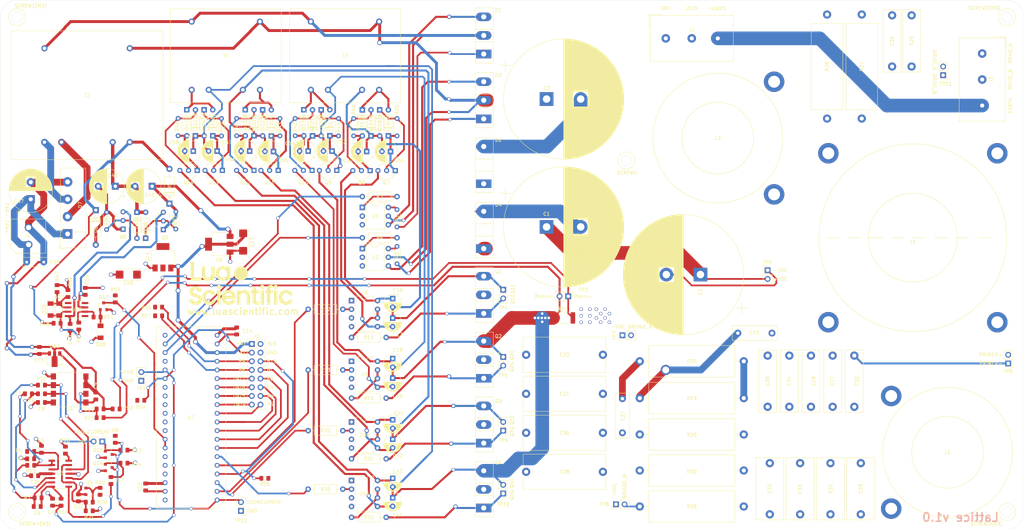
<source format=kicad_pcb>
(kicad_pcb (version 20200119) (host pcbnew "5.99.0-unknown-1f9723c~101~ubuntu18.04.1")
  (layers (0 "F.Cu" signal) (31 "B.Cu" signal) (34 "B.Paste" user) (35 "F.Paste" user) (36 "B.SilkS" user) (37 "F.SilkS" user) (38 "B.Mask" user) (39 "F.Mask" user) (44 "Edge.Cuts" user))
  (net 0 "")
  (net 1 "-VDC")
  (net 2 "+VDC")
  (net 3 "GND")
  (net 4 "+5V")
  (net 5 "Net-(C6-Pad2)")
  (net 6 "/ISENS")
  (net 7 "Net-(C7-Pad2)")
  (net 8 "Net-(C7-Pad1)")
  (net 9 "Net-(C9-Pad2)")
  (net 10 "GND1")
  (net 11 "Net-(C10-Pad1)")
  (net 12 "VEE")
  (net 13 "VCC")
  (net 14 "+3V3")
  (net 15 "/GATE1_V+")
  (net 16 "/GATE1_V-")
  (net 17 "/GATE2_V+")
  (net 18 "Net-(C23-Pad2)")
  (net 19 "/GATE1_GND")
  (net 20 "/GATE3_GND")
  (net 21 "/GATE3_V+")
  (net 22 "/GATE3_V-")
  (net 23 "/GATE4_V+")
  (net 24 "/GATE4_V-")
  (net 25 "Net-(C46-Pad2)")
  (net 26 "Net-(C51-Pad1)")
  (net 27 "Net-(C52-Pad2)")
  (net 28 "Net-(C53-Pad1)")
  (net 29 "Net-(C54-Pad2)")
  (net 30 "Net-(C55-Pad1)")
  (net 31 "Net-(C56-Pad2)")
  (net 32 "Net-(C57-Pad1)")
  (net 33 "Net-(C58-Pad2)")
  (net 34 "+15V")
  (net 35 "-15V")
  (net 36 "Net-(D1-Pad3)")
  (net 37 "LINE")
  (net 38 "Net-(D3-Pad3)")
  (net 39 "NEUT")
  (net 40 "/PHASE+")
  (net 41 "Net-(D7-Pad2)")
  (net 42 "Net-(D7-Pad3)")
  (net 43 "Net-(D8-Pad1)")
  (net 44 "Net-(D9-Pad2)")
  (net 45 "Net-(D10-Pad2)")
  (net 46 "Net-(D12-Pad2)")
  (net 47 "Net-(D14-Pad2)")
  (net 48 "Net-(D16-Pad2)")
  (net 49 "Net-(D18-Pad1)")
  (net 50 "Net-(D19-Pad2)")
  (net 51 "Net-(D20-Pad1)")
  (net 52 "Net-(D21-Pad2)")
  (net 53 "Net-(D22-Pad1)")
  (net 54 "Net-(D23-Pad2)")
  (net 55 "Net-(D24-Pad1)")
  (net 56 "Net-(D25-Pad2)")
  (net 57 "Net-(D26-Pad2)")
  (net 58 "Net-(D26-Pad1)")
  (net 59 "/ZERO_CROSSING")
  (net 60 "Earth_Protective")
  (net 61 "/Mcu/LCD_BKLIT")
  (net 62 "/Mcu/LCD_BSENS")
  (net 63 "/Mcu/LCD_D7")
  (net 64 "/Mcu/LCD_D6")
  (net 65 "/Mcu/LCD_D5")
  (net 66 "/Mcu/LCD_D4")
  (net 67 "/Mcu/LCD_EN")
  (net 68 "/Mcu/LCD_RW")
  (net 69 "/Mcu/LCD_RS")
  (net 70 "Net-(J3-Pad2)")
  (net 71 "Net-(Q1-Pad1)")
  (net 72 "Net-(Q2-Pad1)")
  (net 73 "Net-(Q3-Pad1)")
  (net 74 "Net-(Q4-Pad1)")
  (net 75 "Net-(R1-Pad1)")
  (net 76 "Net-(R2-Pad1)")
  (net 77 "Net-(R3-Pad2)")
  (net 78 "/THRISTOR0_DRV")
  (net 79 "Net-(R4-Pad2)")
  (net 80 "/THRISTOR1_DRV")
  (net 81 "Net-(R9-Pad1)")
  (net 82 "Net-(R10-Pad1)")
  (net 83 "/HBRIDGE_A_HSIDE")
  (net 84 "Net-(R12-Pad1)")
  (net 85 "/HBRIDGE_A_LSIDE")
  (net 86 "Net-(R13-Pad1)")
  (net 87 "Net-(R18-Pad2)")
  (net 88 "Net-(R35-Pad2)")
  (net 89 "/HBRIDGE_B_HSIDE")
  (net 90 "Net-(R36-Pad2)")
  (net 91 "/HBRIDGE_B_LSIDE")
  (net 92 "Net-(R50-Pad2)")
  (net 93 "Net-(C5-Pad2)")
  (net 94 "Net-(C6-Pad1)")
  (net 95 "Net-(C22-Pad1)")
  (net 96 "Net-(C25-Pad2)")
  (net 97 "Net-(C25-Pad1)")
  (net 98 "Net-(JP1-Pad2)")
  (net 99 "Net-(JP1-Pad1)")
  (net 100 "/OVERCURRENT")
  (net 101 "Net-(Q16-Pad1)")
  (net 102 "Net-(R17-Pad2)")
  (net 103 "Net-(R14-Pad1)")
  (net 104 "Net-(R15-Pad1)")
  (net 105 "Net-(R31-Pad2)")
  (net 106 "Net-(R32-Pad2)")
  (net 107 "Net-(C29-Pad2)")
  (net 108 "Net-(C29-Pad1)")
  (net 109 "/Mcu/B15")
  (net 110 "/Mcu/A1")
  (net 111 "/Mcu/B9")
  (net 112 "/Mcu/B8")
  (net 113 "/GATE2_GND")
  (net 114 "/GATE2_V-")
  (net 115 "Net-(C27-Pad1)")
  (net 116 "Net-(C37-Pad2)")
  (net 117 "Net-(R20-Pad1)")
  (net 118 "Net-(D28-Pad1)")
  (module "oe_logos:lua_30_3x12_7mm" (layer "F.Cu") (at 132.08 140.97)
    (fp_text reference "G***" hide)
    (fp_text value "LOGO" hide)
  )
  (module "Package_TO_SOT_SMD:SOT-223-3_TabPin2" (layer "F.Cu") (at 125.73 129.53 180)
    (fp_text reference "U6" (at 0 -4.5) (layer "F.SilkS"))
    (fp_text value "AMS1117-5.0")
    (pad "1" smd rect (at -3.15 -2.3 180) (size 2 1.5) (layers "F.Cu" "F.Paste" "F.Mask") (net 3 "GND"))
    (pad "3" smd rect (at -3.15 2.3 180) (size 2 1.5) (layers "F.Cu" "F.Paste" "F.Mask") (net 13 "VCC"))
    (pad "2" smd rect (at -3.15 0 180) (size 2 1.5) (layers "F.Cu" "F.Paste" "F.Mask") (net 4 "+5V"))
    (pad "2" smd rect (at 3.15 0 180) (size 2 3.8) (layers "F.Cu" "F.Paste" "F.Mask") (net 4 "+5V"))
  )
  (module "Capacitor_Tantalum_SMD:CP_EIA-6032-15_Kemet-U_Pad2.25x2.35mm_HandSolder" (layer "F.Cu") (at 132.715 128.895 -90)
    (fp_text reference "C13" (at 0 -2.55 90) (layer "F.SilkS"))
    (fp_text value " 10uF")
    (pad "2" smd roundrect (at 2.55 0 270) (size 2.25 2.35) (layers "F.Cu" "F.Paste" "F.Mask") (roundrect_rratio 0.1111106666666667) (net 3 "GND"))
    (pad "1" smd roundrect (at -2.55 0 270) (size 2.25 2.35) (layers "F.Cu" "F.Paste" "F.Mask") (roundrect_rratio 0.1111106666666667) (net 4 "+5V"))
  )
  (module "Package_TO_SOT_SMD:SOT-223-3_TabPin2" (layer "F.Cu") (at 109.22 133.35 90)
    (fp_text reference "U14" (at 0 -4.5 90) (layer "F.SilkS"))
    (fp_text value "TLV1117-33")
    (pad "1" smd rect (at -3.15 -2.3 90) (size 2 1.5) (layers "F.Cu" "F.Paste" "F.Mask") (net 3 "GND"))
    (pad "3" smd rect (at -3.15 2.3 90) (size 2 1.5) (layers "F.Cu" "F.Paste" "F.Mask") (net 4 "+5V"))
    (pad "2" smd rect (at -3.15 0 90) (size 2 1.5) (layers "F.Cu" "F.Paste" "F.Mask") (net 14 "+3V3"))
    (pad "2" smd rect (at 3.15 0 90) (size 2 3.8) (layers "F.Cu" "F.Paste" "F.Mask") (net 14 "+3V3"))
  )
  (module "Capacitor_Tantalum_SMD:CP_EIA-6032-15_Kemet-U_Pad2.25x2.35mm_HandSolder" (layer "F.Cu") (at 99.06 138.43 180)
    (fp_text reference "C40" (at 0 -2.55) (layer "F.SilkS"))
    (fp_text value " 10uF")
    (pad "2" smd roundrect (at 2.55 0 180) (size 2.25 2.35) (layers "F.Cu" "F.Paste" "F.Mask") (roundrect_rratio 0.1111106666666667) (net 3 "GND"))
    (pad "1" smd roundrect (at -2.55 0 180) (size 2.25 2.35) (layers "F.Cu" "F.Paste" "F.Mask") (roundrect_rratio 0.1111106666666667) (net 14 "+3V3"))
  )
  (module "Capacitor_SMD:C_0805_2012Metric_Pad1.15x1.40mm_HandSolder" (layer "F.Cu") (at 104.14 200.66 90)
    (fp_text reference "C15" (at 0 -1.65 90) (layer "F.SilkS"))
    (fp_text value "100n")
    (pad "2" smd roundrect (at 1.025 0 90) (size 1.15 1.4) (layers "F.Cu" "F.Paste" "F.Mask") (roundrect_rratio 0.2173904347826087) (net 14 "+3V3"))
    (pad "1" smd roundrect (at -1.025 0 90) (size 1.15 1.4) (layers "F.Cu" "F.Paste" "F.Mask") (roundrect_rratio 0.2173904347826087) (net 3 "GND"))
  )
  (module "Capacitor_SMD:C_0805_2012Metric_Pad1.15x1.40mm_HandSolder" (layer "F.Cu") (at 130.81 154.94 90)
    (fp_text reference "C14" (at 0 3.175 180) (layer "F.SilkS"))
    (fp_text value "100n")
    (pad "2" smd roundrect (at 1.025 0 90) (size 1.15 1.4) (layers "F.Cu" "F.Paste" "F.Mask") (roundrect_rratio 0.2173904347826087) (net 14 "+3V3"))
    (pad "1" smd roundrect (at -1.025 0 90) (size 1.15 1.4) (layers "F.Cu" "F.Paste" "F.Mask") (roundrect_rratio 0.2173904347826087) (net 3 "GND"))
  )
  (module "Resistor_SMD:R_0805_2012Metric_Pad1.15x1.40mm_HandSolder" (layer "F.Cu") (at 107.95 150.495)
    (fp_text reference "R57" (at -3.556 0) (layer "F.SilkS"))
    (fp_text value "1k")
    (pad "2" smd roundrect (at 1.025 0) (size 1.15 1.4) (layers "F.Cu" "F.Paste" "F.Mask") (roundrect_rratio 0.2173904347826087) (net 112 "/Mcu/B8"))
    (pad "1" smd roundrect (at -1.025 0) (size 1.15 1.4) (layers "F.Cu" "F.Paste" "F.Mask") (roundrect_rratio 0.2173904347826087) (net 14 "+3V3"))
  )
  (module "Resistor_SMD:R_0805_2012Metric_Pad1.15x1.40mm_HandSolder" (layer "F.Cu") (at 139.065 198.12 180)
    (fp_text reference "R56" (at 0 -1.65) (layer "F.SilkS"))
    (fp_text value "1k")
    (pad "2" smd roundrect (at 1.025 0 180) (size 1.15 1.4) (layers "F.Cu" "F.Paste" "F.Mask") (roundrect_rratio 0.2173904347826087) (net 109 "/Mcu/B15"))
    (pad "1" smd roundrect (at -1.025 0 180) (size 1.15 1.4) (layers "F.Cu" "F.Paste" "F.Mask") (roundrect_rratio 0.2173904347826087) (net 14 "+3V3"))
  )
  (module "Resistor_SMD:R_0805_2012Metric_Pad1.15x1.40mm_HandSolder" (layer "F.Cu") (at 107.95 147.955)
    (fp_text reference "R55" (at -3.556 0.127) (layer "F.SilkS"))
    (fp_text value "1k")
    (pad "2" smd roundrect (at 1.025 0) (size 1.15 1.4) (layers "F.Cu" "F.Paste" "F.Mask") (roundrect_rratio 0.2173904347826087) (net 111 "/Mcu/B9"))
    (pad "1" smd roundrect (at -1.025 0) (size 1.15 1.4) (layers "F.Cu" "F.Paste" "F.Mask") (roundrect_rratio 0.2173904347826087) (net 14 "+3V3"))
  )
  (module "Resistor_SMD:R_0805_2012Metric_Pad1.15x1.40mm_HandSolder" (layer "F.Cu") (at 102.734 175.26)
    (fp_text reference "R54" (at 0.009 2.032) (layer "F.SilkS"))
    (fp_text value "1k")
    (pad "2" smd roundrect (at 1.025 0) (size 1.15 1.4) (layers "F.Cu" "F.Paste" "F.Mask") (roundrect_rratio 0.2173904347826087) (net 110 "/Mcu/A1"))
    (pad "1" smd roundrect (at -1.025 0) (size 1.15 1.4) (layers "F.Cu" "F.Paste" "F.Mask") (roundrect_rratio 0.2173904347826087) (net 14 "+3V3"))
  )
  (module "Resistor_SMD:R_0805_2012Metric_Pad1.15x1.40mm_HandSolder" (layer "F.Cu") (at 95.25 145.542 90)
    (fp_text reference "R53" (at 2.667 0 180) (layer "F.SilkS"))
    (fp_text value "120R")
    (pad "2" smd roundrect (at 1.025 0 90) (size 1.15 1.4) (layers "F.Cu" "F.Paste" "F.Mask") (roundrect_rratio 0.2173904347826087) (net 14 "+3V3"))
    (pad "1" smd roundrect (at -1.025 0 90) (size 1.15 1.4) (layers "F.Cu" "F.Paste" "F.Mask") (roundrect_rratio 0.2173904347826087) (net 59 "/ZERO_CROSSING"))
  )
  (module "Package_TO_SOT_SMD:SOT-23" (layer "F.Cu") (at 91.821 147.701 90)
    (fp_text reference "Q17" (at 2.667 0 180) (layer "F.SilkS"))
    (fp_text value "MMBT3904")
    (pad "3" smd rect (at 1 0 90) (size 0.9 0.8) (layers "F.Cu" "F.Paste" "F.Mask") (net 59 "/ZERO_CROSSING"))
    (pad "2" smd rect (at -1 0.95 90) (size 0.9 0.8) (layers "F.Cu" "F.Paste" "F.Mask") (net 3 "GND"))
    (pad "1" smd rect (at -1 -0.95 90) (size 0.9 0.8) (layers "F.Cu" "F.Paste" "F.Mask") (net 118 "Net-(D28-Pad1)"))
  )
  (module "Resistor_SMD:R_0805_2012Metric_Pad1.15x1.40mm_HandSolder" (layer "F.Cu") (at 70.485 194.31 180)
    (fp_text reference "R23" (at 0 -1.65) (layer "F.SilkS"))
    (fp_text value "3.6k %0.1")
    (pad "2" smd roundrect (at 1.025 0 180) (size 1.15 1.4) (layers "F.Cu" "F.Paste" "F.Mask") (roundrect_rratio 0.2173904347826087) (net 7 "Net-(C7-Pad2)"))
    (pad "1" smd roundrect (at -1.025 0 180) (size 1.15 1.4) (layers "F.Cu" "F.Paste" "F.Mask") (roundrect_rratio 0.2173904347826087) (net 8 "Net-(C7-Pad1)"))
  )
  (module "Resistor_SMD:R_0805_2012Metric_Pad1.15x1.40mm_HandSolder" (layer "F.Cu") (at 90.805 201.93 -90)
    (fp_text reference "R22" (at -2.54 0 180) (layer "F.SilkS"))
    (fp_text value "2.2k")
    (pad "2" smd roundrect (at 1.025 0 270) (size 1.15 1.4) (layers "F.Cu" "F.Paste" "F.Mask") (roundrect_rratio 0.2173904347826087) (net 14 "+3V3"))
    (pad "1" smd roundrect (at -1.025 0 270) (size 1.15 1.4) (layers "F.Cu" "F.Paste" "F.Mask") (roundrect_rratio 0.2173904347826087) (net 117 "Net-(R20-Pad1)"))
  )
  (module "Capacitor_SMD:C_0805_2012Metric_Pad1.15x1.40mm_HandSolder" (layer "F.Cu") (at 72.39 206.375)
    (fp_text reference "C6" (at 0 1.905) (layer "F.SilkS"))
    (fp_text value "150p")
    (pad "2" smd roundrect (at 1.025 0) (size 1.15 1.4) (layers "F.Cu" "F.Paste" "F.Mask") (roundrect_rratio 0.2173904347826087) (net 5 "Net-(C6-Pad2)"))
    (pad "1" smd roundrect (at -1.025 0) (size 1.15 1.4) (layers "F.Cu" "F.Paste" "F.Mask") (roundrect_rratio 0.2173904347826087) (net 94 "Net-(C6-Pad1)"))
  )
  (module "Package_DIP:DIP-8_W7.62mm" (layer "F.Cu") (at 164.465 146.05)
    (fp_text reference "U8" (at 3.81 -2.33) (layer "F.SilkS"))
    (fp_text value "HCPL-3120")
    (pad "8" thru_hole oval (at 7.62 0) (size 1.6 1.6) (drill 0.8) (layers *.Cu *.Mask) (net 15 "/GATE1_V+"))
    (pad "4" thru_hole oval (at 0 7.62) (size 1.6 1.6) (drill 0.8) (layers *.Cu *.Mask))
    (pad "7" thru_hole oval (at 7.62 2.54) (size 1.6 1.6) (drill 0.8) (layers *.Cu *.Mask) (net 103 "Net-(R14-Pad1)"))
    (pad "3" thru_hole oval (at 0 5.08) (size 1.6 1.6) (drill 0.8) (layers *.Cu *.Mask) (net 3 "GND"))
    (pad "6" thru_hole oval (at 7.62 5.08) (size 1.6 1.6) (drill 0.8) (layers *.Cu *.Mask) (net 103 "Net-(R14-Pad1)"))
    (pad "2" thru_hole oval (at 0 2.54) (size 1.6 1.6) (drill 0.8) (layers *.Cu *.Mask) (net 84 "Net-(R12-Pad1)"))
    (pad "5" thru_hole oval (at 7.62 7.62) (size 1.6 1.6) (drill 0.8) (layers *.Cu *.Mask) (net 16 "/GATE1_V-"))
    (pad "1" thru_hole rect (at 0 0) (size 1.6 1.6) (drill 0.8) (layers *.Cu *.Mask))
  )
  (module "oe_modules:BluePill" (layer "F.Cu") (at 117.475 180.34 180)
    (fp_text reference "U7" (at 0 0 unlocked) (layer "F.SilkS"))
    (fp_text value "BLUEPILL_STM32F103")
    (pad "40" thru_hole circle (at 7.62 -24.13 180) (size 1.4 1.4) (drill 0.85) (layers *.Cu *.Mask) (net 3 "GND"))
    (pad "39" thru_hole circle (at 7.62 -21.59 180) (size 1.4 1.4) (drill 0.85) (layers *.Cu *.Mask) (net 3 "GND"))
    (pad "38" thru_hole circle (at 7.62 -19.05 180) (size 1.4 1.4) (drill 0.85) (layers *.Cu *.Mask) (net 14 "+3V3"))
    (pad "37" thru_hole circle (at 7.62 -16.51 180) (size 1.4 1.4) (drill 0.85) (layers *.Cu *.Mask))
    (pad "36" thru_hole circle (at 7.62 -13.97 180) (size 1.4 1.4) (drill 0.85) (layers *.Cu *.Mask))
    (pad "35" thru_hole circle (at 7.62 -11.43 180) (size 1.4 1.4) (drill 0.85) (layers *.Cu *.Mask))
    (pad "34" thru_hole circle (at 7.62 -8.89 180) (size 1.4 1.4) (drill 0.85) (layers *.Cu *.Mask) (net 59 "/ZERO_CROSSING"))
    (pad "33" thru_hole circle (at 7.62 -6.35 180) (size 1.4 1.4) (drill 0.85) (layers *.Cu *.Mask) (net 59 "/ZERO_CROSSING"))
    (pad "32" thru_hole circle (at 7.62 -3.81 180) (size 1.4 1.4) (drill 0.85) (layers *.Cu *.Mask))
    (pad "31" thru_hole circle (at 7.62 -1.27 180) (size 1.4 1.4) (drill 0.85) (layers *.Cu *.Mask))
    (pad "30" thru_hole circle (at 7.62 1.27 180) (size 1.4 1.4) (drill 0.85) (layers *.Cu *.Mask))
    (pad "29" thru_hole circle (at 7.62 3.81 180) (size 1.4 1.4) (drill 0.85) (layers *.Cu *.Mask))
    (pad "28" thru_hole circle (at 7.62 6.35 180) (size 1.4 1.4) (drill 0.85) (layers *.Cu *.Mask))
    (pad "27" thru_hole circle (at 7.62 8.89 180) (size 1.4 1.4) (drill 0.85) (layers *.Cu *.Mask))
    (pad "26" thru_hole circle (at 7.62 11.43 180) (size 1.4 1.4) (drill 0.85) (layers *.Cu *.Mask) (net 110 "/Mcu/A1"))
    (pad "25" thru_hole circle (at 7.62 13.97 180) (size 1.4 1.4) (drill 0.85) (layers *.Cu *.Mask) (net 6 "/ISENS"))
    (pad "24" thru_hole circle (at 7.62 16.51 180) (size 1.4 1.4) (drill 0.85) (layers *.Cu *.Mask))
    (pad "23" thru_hole circle (at 7.62 19.05 180) (size 1.4 1.4) (drill 0.85) (layers *.Cu *.Mask) (net 80 "/THRISTOR1_DRV"))
    (pad "22" thru_hole circle (at 7.62 21.59 180) (size 1.4 1.4) (drill 0.85) (layers *.Cu *.Mask) (net 78 "/THRISTOR0_DRV"))
    (pad "21" thru_hole circle (at 7.62 24.13 180) (size 1.4 1.4) (drill 0.85) (layers *.Cu *.Mask))
    (pad "20" thru_hole circle (at -7.62 24.13 180) (size 1.4 1.4) (drill 0.85) (layers *.Cu *.Mask) (net 14 "+3V3"))
    (pad "19" thru_hole circle (at -7.62 21.59 180) (size 1.4 1.4) (drill 0.85) (layers *.Cu *.Mask) (net 3 "GND"))
    (pad "18" thru_hole circle (at -7.62 19.05 180) (size 1.4 1.4) (drill 0.85) (layers *.Cu *.Mask) (net 4 "+5V"))
    (pad "17" thru_hole circle (at -7.62 16.51 180) (size 1.4 1.4) (drill 0.85) (layers *.Cu *.Mask) (net 111 "/Mcu/B9"))
    (pad "16" thru_hole circle (at -7.62 13.97 180) (size 1.4 1.4) (drill 0.85) (layers *.Cu *.Mask) (net 112 "/Mcu/B8"))
    (pad "15" thru_hole circle (at -7.62 11.43 180) (size 1.4 1.4) (drill 0.85) (layers *.Cu *.Mask) (net 63 "/Mcu/LCD_D7"))
    (pad "14" thru_hole circle (at -7.62 8.89 180) (size 1.4 1.4) (drill 0.85) (layers *.Cu *.Mask) (net 64 "/Mcu/LCD_D6"))
    (pad "13" thru_hole circle (at -7.62 6.35 180) (size 1.4 1.4) (drill 0.85) (layers *.Cu *.Mask) (net 65 "/Mcu/LCD_D5"))
    (pad "12" thru_hole circle (at -7.62 3.81 180) (size 1.4 1.4) (drill 0.85) (layers *.Cu *.Mask) (net 66 "/Mcu/LCD_D4"))
    (pad "11" thru_hole circle (at -7.62 1.27 180) (size 1.4 1.4) (drill 0.85) (layers *.Cu *.Mask) (net 69 "/Mcu/LCD_RS"))
    (pad "10" thru_hole circle (at -7.62 -1.27 180) (size 1.4 1.4) (drill 0.85) (layers *.Cu *.Mask) (net 68 "/Mcu/LCD_RW"))
    (pad "9" thru_hole circle (at -7.62 -3.81 180) (size 1.4 1.4) (drill 0.85) (layers *.Cu *.Mask) (net 67 "/Mcu/LCD_EN"))
    (pad "8" thru_hole circle (at -7.62 -6.35 180) (size 1.4 1.4) (drill 0.85) (layers *.Cu *.Mask) (net 62 "/Mcu/LCD_BSENS"))
    (pad "7" thru_hole circle (at -7.62 -8.89 180) (size 1.4 1.4) (drill 0.85) (layers *.Cu *.Mask) (net 61 "/Mcu/LCD_BKLIT"))
    (pad "6" thru_hole circle (at -7.62 -11.43 180) (size 1.4 1.4) (drill 0.85) (layers *.Cu *.Mask) (net 91 "/HBRIDGE_B_LSIDE"))
    (pad "5" thru_hole circle (at -7.62 -13.97 180) (size 1.4 1.4) (drill 0.85) (layers *.Cu *.Mask) (net 83 "/HBRIDGE_A_HSIDE"))
    (pad "4" thru_hole circle (at -7.62 -16.51 180) (size 1.4 1.4) (drill 0.85) (layers *.Cu *.Mask) (net 109 "/Mcu/B15"))
    (pad "3" thru_hole circle (at -7.62 -19.05 180) (size 1.4 1.4) (drill 0.85) (layers *.Cu *.Mask) (net 89 "/HBRIDGE_B_HSIDE"))
    (pad "2" thru_hole circle (at -7.62 -21.59 180) (size 1.4 1.4) (drill 0.85) (layers *.Cu *.Mask) (net 85 "/HBRIDGE_A_LSIDE"))
    (pad "1" thru_hole circle (at -7.62 -24.13 180) (size 1.4 1.4) (drill 0.85) (layers *.Cu *.Mask) (net 100 "/OVERCURRENT"))
  )
  (module "Package_TO_SOT_THT:TO-92_Inline_Wide" (layer "F.Cu") (at 119.253 107.91 180)
    (fp_text reference "Q14" (at 2.54 -3.56) (layer "F.SilkS"))
    (fp_text value "BC556")
    (pad "1" thru_hole rect (at 0 0 270) (size 1.5 1.5) (drill 0.8) (layers *.Cu *.Mask) (net 33 "Net-(C58-Pad2)"))
    (pad "3" thru_hole circle (at 5.08 0 270) (size 1.5 1.5) (drill 0.8) (layers *.Cu *.Mask) (net 24 "/GATE4_V-"))
    (pad "2" thru_hole circle (at 2.54 0 270) (size 1.5 1.5) (drill 0.8) (layers *.Cu *.Mask) (net 56 "Net-(D25-Pad2)"))
  )
  (module "Package_TO_SOT_THT:TO-92_Inline_Wide" (layer "F.Cu") (at 126.619 107.91 180)
    (fp_text reference "Q13" (at 2.54 -3.56) (layer "F.SilkS"))
    (fp_text value "BC546")
    (pad "1" thru_hole rect (at 0 0 270) (size 1.5 1.5) (drill 0.8) (layers *.Cu *.Mask) (net 32 "Net-(C57-Pad1)"))
    (pad "3" thru_hole circle (at 5.08 0 270) (size 1.5 1.5) (drill 0.8) (layers *.Cu *.Mask) (net 23 "/GATE4_V+"))
    (pad "2" thru_hole circle (at 2.54 0 270) (size 1.5 1.5) (drill 0.8) (layers *.Cu *.Mask) (net 55 "Net-(D24-Pad1)"))
  )
  (module "Package_TO_SOT_THT:TO-92_Inline_Wide" (layer "F.Cu") (at 135.89 107.91 180)
    (fp_text reference "Q12" (at 2.54 -3.56) (layer "F.SilkS"))
    (fp_text value "BC556")
    (pad "1" thru_hole rect (at 0 0 270) (size 1.5 1.5) (drill 0.8) (layers *.Cu *.Mask) (net 31 "Net-(C56-Pad2)"))
    (pad "3" thru_hole circle (at 5.08 0 270) (size 1.5 1.5) (drill 0.8) (layers *.Cu *.Mask) (net 22 "/GATE3_V-"))
    (pad "2" thru_hole circle (at 2.54 0 270) (size 1.5 1.5) (drill 0.8) (layers *.Cu *.Mask) (net 54 "Net-(D23-Pad2)"))
  )
  (module "Package_TO_SOT_THT:TO-92_Inline_Wide" (layer "F.Cu") (at 143.002 107.91 180)
    (fp_text reference "Q11" (at 2.54 -3.56) (layer "F.SilkS"))
    (fp_text value "BC546")
    (pad "1" thru_hole rect (at 0 0 270) (size 1.5 1.5) (drill 0.8) (layers *.Cu *.Mask) (net 30 "Net-(C55-Pad1)"))
    (pad "3" thru_hole circle (at 5.08 0 270) (size 1.5 1.5) (drill 0.8) (layers *.Cu *.Mask) (net 21 "/GATE3_V+"))
    (pad "2" thru_hole circle (at 2.54 0 270) (size 1.5 1.5) (drill 0.8) (layers *.Cu *.Mask) (net 53 "Net-(D22-Pad1)"))
  )
  (module "Package_TO_SOT_THT:TO-92_Inline_Wide" (layer "F.Cu") (at 152.908 107.91 180)
    (fp_text reference "Q10" (at 2.54 -3.56) (layer "F.SilkS"))
    (fp_text value "BC556")
    (pad "1" thru_hole rect (at 0 0 270) (size 1.5 1.5) (drill 0.8) (layers *.Cu *.Mask) (net 29 "Net-(C54-Pad2)"))
    (pad "3" thru_hole circle (at 5.08 0 270) (size 1.5 1.5) (drill 0.8) (layers *.Cu *.Mask) (net 114 "/GATE2_V-"))
    (pad "2" thru_hole circle (at 2.54 0 270) (size 1.5 1.5) (drill 0.8) (layers *.Cu *.Mask) (net 52 "Net-(D21-Pad2)"))
  )
  (module "Package_TO_SOT_THT:TO-92_Inline_Wide" (layer "F.Cu") (at 160.147 107.91 180)
    (fp_text reference "Q9" (at 2.54 -3.56) (layer "F.SilkS"))
    (fp_text value "BC546")
    (pad "1" thru_hole rect (at 0 0 270) (size 1.5 1.5) (drill 0.8) (layers *.Cu *.Mask) (net 28 "Net-(C53-Pad1)"))
    (pad "3" thru_hole circle (at 5.08 0 270) (size 1.5 1.5) (drill 0.8) (layers *.Cu *.Mask) (net 17 "/GATE2_V+"))
    (pad "2" thru_hole circle (at 2.54 0 270) (size 1.5 1.5) (drill 0.8) (layers *.Cu *.Mask) (net 51 "Net-(D20-Pad1)"))
  )
  (module "Package_TO_SOT_THT:TO-92_Inline_Wide" (layer "F.Cu") (at 169.926 107.95 180)
    (fp_text reference "Q8" (at 2.54 -3.556) (layer "F.SilkS"))
    (fp_text value "BC556")
    (pad "1" thru_hole rect (at 0 0 270) (size 1.5 1.5) (drill 0.8) (layers *.Cu *.Mask) (net 27 "Net-(C52-Pad2)"))
    (pad "3" thru_hole circle (at 5.08 0 270) (size 1.5 1.5) (drill 0.8) (layers *.Cu *.Mask) (net 16 "/GATE1_V-"))
    (pad "2" thru_hole circle (at 2.54 0 270) (size 1.5 1.5) (drill 0.8) (layers *.Cu *.Mask) (net 50 "Net-(D19-Pad2)"))
  )
  (module "Package_TO_SOT_THT:TO-92_Inline_Wide" (layer "F.Cu") (at 177.292 107.95 180)
    (fp_text reference "Q7" (at 2.667 -3.556) (layer "F.SilkS"))
    (fp_text value "BC546")
    (pad "1" thru_hole rect (at 0 0 270) (size 1.5 1.5) (drill 0.8) (layers *.Cu *.Mask) (net 26 "Net-(C51-Pad1)"))
    (pad "3" thru_hole circle (at 5.08 0 270) (size 1.5 1.5) (drill 0.8) (layers *.Cu *.Mask) (net 15 "/GATE1_V+"))
    (pad "2" thru_hole circle (at 2.54 0 270) (size 1.5 1.5) (drill 0.8) (layers *.Cu *.Mask) (net 49 "Net-(D18-Pad1)"))
  )
  (module "Package_TO_SOT_THT:TO-92_Inline_Wide" (layer "F.Cu") (at 97.536 125.11825 90)
    (fp_text reference "Q6" (at -2.286 0 180) (layer "F.SilkS"))
    (fp_text value "BC556")
    (pad "1" thru_hole rect (at 0 0 180) (size 1.5 1.5) (drill 0.8) (layers *.Cu *.Mask) (net 25 "Net-(C46-Pad2)"))
    (pad "3" thru_hole circle (at 5.08 0 180) (size 1.5 1.5) (drill 0.8) (layers *.Cu *.Mask) (net 35 "-15V"))
    (pad "2" thru_hole circle (at 2.54 0 180) (size 1.5 1.5) (drill 0.8) (layers *.Cu *.Mask) (net 44 "Net-(D9-Pad2)"))
  )
  (module "Package_TO_SOT_THT:TO-92_Inline_Wide" (layer "F.Cu") (at 109.347 125.24525 90)
    (fp_text reference "Q5" (at -2.38975 0.508 180) (layer "F.SilkS"))
    (fp_text value "BC546")
    (pad "1" thru_hole rect (at 0 0 180) (size 1.5 1.5) (drill 0.8) (layers *.Cu *.Mask) (net 13 "VCC"))
    (pad "3" thru_hole circle (at 5.08 0 180) (size 1.5 1.5) (drill 0.8) (layers *.Cu *.Mask) (net 34 "+15V"))
    (pad "2" thru_hole circle (at 2.54 0 180) (size 1.5 1.5) (drill 0.8) (layers *.Cu *.Mask) (net 43 "Net-(D8-Pad1)"))
  )
  (module "Resistor_SMD:R_0805_2012Metric_Pad1.15x1.40mm_HandSolder" (layer "F.Cu") (at 95.495 177.8)
    (fp_text reference "R52" (at 3.505 -0.3) (layer "F.SilkS"))
    (fp_text value "0R")
    (pad "2" smd roundrect (at 1.025 0) (size 1.15 1.4) (layers "F.Cu" "F.Paste" "F.Mask") (roundrect_rratio 0.2173904347826087) (net 1 "-VDC"))
    (pad "1" smd roundrect (at -1.025 0) (size 1.15 1.4) (layers "F.Cu" "F.Paste" "F.Mask") (roundrect_rratio 0.2173904347826087) (net 10 "GND1"))
  )
  (module "Connector_PinHeader_2.54mm:PinHeader_1x02_P2.54mm_Vertical" (layer "F.Cu") (at 132.08 207.645 180)
    (fp_text reference "TP12" (at 0 -2.855) (layer "F.SilkS"))
    (fp_text value "TestPoint_2Pole")
    (pad "2" thru_hole oval (at 0 2.54 180) (size 1.7 1.7) (drill 1) (layers *.Cu *.Mask) (net 100 "/OVERCURRENT"))
    (pad "1" thru_hole rect (at 0 0 180) (size 1.7 1.7) (drill 1) (layers *.Cu *.Mask) (net 3 "GND"))
  )
  (module "Resistor_SMD:R_0805_2012Metric_Pad1.15x1.40mm_HandSolder" (layer "F.Cu") (at 97.79 193.675 180)
    (fp_text reference "R34" (at -3.71 -0.325) (layer "F.SilkS"))
    (fp_text value "1k")
    (pad "2" smd roundrect (at 1.025 0 180) (size 1.15 1.4) (layers "F.Cu" "F.Paste" "F.Mask") (roundrect_rratio 0.2173904347826087) (net 101 "Net-(Q16-Pad1)"))
    (pad "1" smd roundrect (at -1.025 0 180) (size 1.15 1.4) (layers "F.Cu" "F.Paste" "F.Mask") (roundrect_rratio 0.2173904347826087) (net 3 "GND"))
  )
  (module "Resistor_SMD:R_0805_2012Metric_Pad1.15x1.40mm_HandSolder" (layer "F.Cu") (at 97.79 189.865 180)
    (fp_text reference "R33" (at -3.71 -0.135) (layer "F.SilkS"))
    (fp_text value "1k")
    (pad "2" smd roundrect (at 1.025 0 180) (size 1.15 1.4) (layers "F.Cu" "F.Paste" "F.Mask") (roundrect_rratio 0.2173904347826087) (net 99 "Net-(JP1-Pad1)"))
    (pad "1" smd roundrect (at -1.025 0 180) (size 1.15 1.4) (layers "F.Cu" "F.Paste" "F.Mask") (roundrect_rratio 0.2173904347826087) (net 3 "GND"))
  )
  (module "Resistor_THT:R_Axial_Power_L25.0mm_W9.0mm_P30.48mm" (layer "F.Cu") (at 248.92 195.825)
    (fp_text reference "R30" (at 15.24 0.39) (layer "F.SilkS"))
    (fp_text value "0.33R 5W")
    (pad "2" thru_hole oval (at 30.48 0) (size 2.4 2.4) (drill 1.2) (layers *.Cu *.Mask) (net 108 "Net-(C29-Pad1)"))
    (pad "1" thru_hole circle (at 0 0) (size 2.4 2.4) (drill 1.2) (layers *.Cu *.Mask) (net 20 "/GATE3_GND"))
  )
  (module "Resistor_THT:R_Axial_Power_L25.0mm_W9.0mm_P30.48mm" (layer "F.Cu") (at 248.92 185.275)
    (fp_text reference "R29" (at 15.24 0.145) (layer "F.SilkS"))
    (fp_text value "0.33R 5W")
    (pad "2" thru_hole oval (at 30.48 0) (size 2.4 2.4) (drill 1.2) (layers *.Cu *.Mask) (net 108 "Net-(C29-Pad1)"))
    (pad "1" thru_hole circle (at 0 0) (size 2.4 2.4) (drill 1.2) (layers *.Cu *.Mask) (net 20 "/GATE3_GND"))
  )
  (module "Resistor_THT:R_Axial_Power_L25.0mm_W9.0mm_P30.48mm" (layer "F.Cu") (at 248.92 206.375)
    (fp_text reference "R26" (at 15.24 0) (layer "F.SilkS"))
    (fp_text value "0.33R 5W")
    (pad "2" thru_hole oval (at 30.48 0) (size 2.4 2.4) (drill 1.2) (layers *.Cu *.Mask) (net 108 "Net-(C29-Pad1)"))
    (pad "1" thru_hole circle (at 0 0) (size 2.4 2.4) (drill 1.2) (layers *.Cu *.Mask) (net 20 "/GATE3_GND"))
  )
  (module "Capacitor_THT:C_Rect_L24.0mm_W10.1mm_P22.50mm_MKT" (layer "F.Cu") (at 238.125 196.215 180)
    (fp_text reference "C38" (at 11.25 0) (layer "F.SilkS"))
    (fp_text value "820n 400VDC")
    (pad "2" thru_hole circle (at 22.5 0 180) (size 2.4 2.4) (drill 1.2) (layers *.Cu *.Mask) (net 2 "+VDC"))
    (pad "1" thru_hole circle (at 0 0 180) (size 2.4 2.4) (drill 1.2) (layers *.Cu *.Mask) (net 1 "-VDC"))
  )
  (module "Capacitor_THT:C_Rect_L24.0mm_W10.1mm_P22.50mm_MKT" (layer "F.Cu") (at 238.125 173.355 180)
    (fp_text reference "C21" (at 11.25 0) (layer "F.SilkS"))
    (fp_text value "820n 400VDC")
    (pad "2" thru_hole circle (at 22.5 0 180) (size 2.4 2.4) (drill 1.2) (layers *.Cu *.Mask) (net 2 "+VDC"))
    (pad "1" thru_hole circle (at 0 0 180) (size 2.4 2.4) (drill 1.2) (layers *.Cu *.Mask) (net 1 "-VDC"))
  )
  (module "Diode_SMD:D_MiniMELF" (layer "F.Cu") (at 90.932 155.194 -90)
    (fp_text reference "D28" (at 3.683 0 180) (layer "F.SilkS"))
    (fp_text value "D")
    (pad "2" smd rect (at 1.75 0 270) (size 1.3 1.7) (layers "F.Cu" "F.Paste" "F.Mask") (net 3 "GND"))
    (pad "1" smd rect (at -1.75 0 270) (size 1.3 1.7) (layers "F.Cu" "F.Paste" "F.Mask") (net 118 "Net-(D28-Pad1)"))
  )
  (module "Diode_SMD:D_MiniMELF" (layer "F.Cu") (at 78.8375 148.6725 90)
    (fp_text reference "D27" (at 3.6 0 180) (layer "F.SilkS"))
    (fp_text value "D")
    (pad "2" smd rect (at 1.75 0 90) (size 1.3 1.7) (layers "F.Cu" "F.Paste" "F.Mask") (net 58 "Net-(D26-Pad1)"))
    (pad "1" smd rect (at -1.75 0 90) (size 1.3 1.7) (layers "F.Cu" "F.Paste" "F.Mask") (net 57 "Net-(D26-Pad2)"))
  )
  (module "Diode_SMD:D_MiniMELF" (layer "F.Cu") (at 76.2975 148.6725 -90)
    (fp_text reference "D26" (at -0.1725 1.7975 -90) (layer "F.SilkS"))
    (fp_text value "D")
    (pad "2" smd rect (at 1.75 0 270) (size 1.3 1.7) (layers "F.Cu" "F.Paste" "F.Mask") (net 57 "Net-(D26-Pad2)"))
    (pad "1" smd rect (at -1.75 0 270) (size 1.3 1.7) (layers "F.Cu" "F.Paste" "F.Mask") (net 58 "Net-(D26-Pad1)"))
  )
  (module "Resistor_SMD:R_0805_2012Metric_Pad1.15x1.40mm_HandSolder" (layer "F.Cu") (at 95.25 186.69 90)
    (fp_text reference "R8" (at 2.69 0 180) (layer "F.SilkS"))
    (fp_text value "120R")
    (pad "2" smd roundrect (at 1.025 0 90) (size 1.15 1.4) (layers "F.Cu" "F.Paste" "F.Mask") (roundrect_rratio 0.2173904347826087) (net 14 "+3V3"))
    (pad "1" smd roundrect (at -1.025 0 90) (size 1.15 1.4) (layers "F.Cu" "F.Paste" "F.Mask") (roundrect_rratio 0.2173904347826087) (net 100 "/OVERCURRENT"))
  )
  (module "Capacitor_THT:C_Rect_L7.2mm_W2.5mm_P5.00mm_FKS2_FKP2_MKS2_MKP2" (layer "F.Cu") (at 74.295 134.77025 180)
    (fp_text reference "C48" (at -3.205 0) (layer "F.SilkS"))
    (fp_text value "100n")
    (pad "2" thru_hole circle (at 5 0 180) (size 1.6 1.6) (drill 0.8) (layers *.Cu *.Mask) (net 12 "VEE"))
    (pad "1" thru_hole circle (at 0 0 180) (size 1.6 1.6) (drill 0.8) (layers *.Cu *.Mask) (net 10 "GND1"))
  )
  (module "oe_capacitor:CP_Radial_D35.0mm_P10.00mm_SnapIn" (layer "F.Cu") (at 221.615 86.995)
    (fp_text reference "C3" (at 0 -3.175) (layer "F.SilkS"))
    (fp_text value "470u 400v")
    (pad "2" thru_hole circle (at 10 0) (size 4 4) (drill 2.2) (layers *.Cu *.Mask) (net 1 "-VDC"))
    (pad "1" thru_hole rect (at 0 0) (size 4 4) (drill 2.2) (layers *.Cu *.Mask) (net 2 "+VDC"))
  )
  (module "oe_capacitor:CP_Radial_D35.0mm_P10.00mm_SnapIn" (layer "F.Cu") (at 266.7 138.43 180)
    (fp_text reference "C2" (at 0 -5.08 270) (layer "F.SilkS"))
    (fp_text value "470u 400v")
    (pad "1" thru_hole rect (at 0 0 180) (size 4 4) (drill 2.2) (layers *.Cu *.Mask) (net 2 "+VDC"))
    (pad "2" thru_hole circle (at 10 0 180) (size 4 4) (drill 2.2) (layers *.Cu *.Mask) (net 1 "-VDC"))
  )
  (module "oe_capacitor:CP_Radial_D35.0mm_P10.00mm_SnapIn" (layer "F.Cu") (at 221.615 124.46)
    (fp_text reference "C1" (at 0 -3.81) (layer "F.SilkS"))
    (fp_text value "470u 400v")
    (pad "2" thru_hole circle (at 10 0) (size 4 4) (drill 2.2) (layers *.Cu *.Mask) (net 1 "-VDC"))
    (pad "1" thru_hole rect (at 0 0) (size 4 4) (drill 2.2) (layers *.Cu *.Mask) (net 2 "+VDC"))
  )
  (module "Package_TO_SOT_SMD:SOT-89-3" (layer "F.Cu") (at 77.47 163.195 -90)
    (fp_text reference "U13" (at -3.81 0 180) (layer "F.SilkS"))
    (fp_text value "L78L05_SOT89")
    (pad "2" smd custom (at -1.5625 0 270) (size 1.475 0.9) (layers "F.Cu" "F.Paste" "F.Mask") (net 10 "GND1") (options (clearance outline) (anchor rect)) (primitives (gr_poly (pts (xy 0.7375 -0.8665) (xy 3.8625 -0.8665) (xy 3.8625 0.8665) (xy 0.7375 0.8665)) (width 0))))
    (pad "3" smd rect (at -1.65 1.5 270) (size 1.3 0.9) (layers "F.Cu" "F.Paste" "F.Mask") (net 12 "VEE"))
    (pad "1" smd rect (at -1.65 -1.5 270) (size 1.3 0.9) (layers "F.Cu" "F.Paste" "F.Mask") (net 9 "Net-(C9-Pad2)"))
  )
  (module "Package_TO_SOT_SMD:SOT-23" (layer "F.Cu") (at 87.63 201.93)
    (fp_text reference "U5" (at 0 -2.54 180) (layer "F.SilkS"))
    (fp_text value "TL431LP")
    (pad "3" smd rect (at 1 0) (size 0.9 0.8) (layers "F.Cu" "F.Paste" "F.Mask") (net 117 "Net-(R20-Pad1)"))
    (pad "2" smd rect (at -1 0.95) (size 0.9 0.8) (layers "F.Cu" "F.Paste" "F.Mask") (net 3 "GND"))
    (pad "1" smd rect (at -1 -0.95) (size 0.9 0.8) (layers "F.Cu" "F.Paste" "F.Mask") (net 117 "Net-(R20-Pad1)"))
  )
  (module "Package_SO:SOIC-14_3.9x8.7mm_P1.27mm" (layer "F.Cu") (at 79.13499 196.767)
    (fp_text reference "U3" (at 0 -0.166) (layer "F.SilkS"))
    (fp_text value "MCP6024")
    (pad "14" smd roundrect (at 2.475 -3.81) (size 1.95 0.6) (layers "F.Cu" "F.Paste" "F.Mask") (net 87 "Net-(R18-Pad2)"))
    (pad "13" smd roundrect (at 2.475 -2.54) (size 1.95 0.6) (layers "F.Cu" "F.Paste" "F.Mask") (net 95 "Net-(C22-Pad1)"))
    (pad "12" smd roundrect (at 2.475 -1.27) (size 1.95 0.6) (layers "F.Cu" "F.Paste" "F.Mask") (net 82 "Net-(R10-Pad1)"))
    (pad "11" smd roundrect (at 2.475 0) (size 1.95 0.6) (layers "F.Cu" "F.Paste" "F.Mask") (net 3 "GND"))
    (pad "10" smd roundrect (at 2.475 1.27) (size 1.95 0.6) (layers "F.Cu" "F.Paste" "F.Mask") (net 81 "Net-(R9-Pad1)"))
    (pad "9" smd roundrect (at 2.475 2.54) (size 1.95 0.6) (layers "F.Cu" "F.Paste" "F.Mask") (net 95 "Net-(C22-Pad1)"))
    (pad "8" smd roundrect (at 2.475 3.81) (size 1.95 0.6) (layers "F.Cu" "F.Paste" "F.Mask") (net 102 "Net-(R17-Pad2)"))
    (pad "7" smd roundrect (at -2.475 3.81) (size 1.95 0.6) (layers "F.Cu" "F.Paste" "F.Mask") (net 5 "Net-(C6-Pad2)"))
    (pad "6" smd roundrect (at -2.475 2.54) (size 1.95 0.6) (layers "F.Cu" "F.Paste" "F.Mask") (net 94 "Net-(C6-Pad1)"))
    (pad "5" smd roundrect (at -2.475 1.27) (size 1.95 0.6) (layers "F.Cu" "F.Paste" "F.Mask") (net 7 "Net-(C7-Pad2)"))
    (pad "4" smd roundrect (at -2.475 0) (size 1.95 0.6) (layers "F.Cu" "F.Paste" "F.Mask") (net 14 "+3V3"))
    (pad "3" smd roundrect (at -2.475 -1.27) (size 1.95 0.6) (layers "F.Cu" "F.Paste" "F.Mask") (net 93 "Net-(C5-Pad2)"))
    (pad "2" smd roundrect (at -2.475 -2.54) (size 1.95 0.6) (layers "F.Cu" "F.Paste" "F.Mask") (net 8 "Net-(C7-Pad1)"))
    (pad "1" smd roundrect (at -2.475 -3.81) (size 1.95 0.6) (layers "F.Cu" "F.Paste" "F.Mask") (net 8 "Net-(C7-Pad1)"))
  )
  (module "Connector_PinHeader_2.54mm:PinHeader_1x02_P2.54mm_Vertical" (layer "F.Cu") (at 337.82 80.01 180)
    (fp_text reference "TP11" (at -0.68 -2.54) (layer "F.SilkS"))
    (fp_text value "TestPoint_2Pole")
    (pad "2" thru_hole oval (at 0 2.54 180) (size 1.7 1.7) (drill 1) (layers *.Cu *.Mask) (net 97 "Net-(C25-Pad1)"))
    (pad "1" thru_hole rect (at 0 0 180) (size 1.7 1.7) (drill 1) (layers *.Cu *.Mask) (net 70 "Net-(J3-Pad2)"))
  )
  (module "Connector_PinHeader_2.54mm:PinHeader_1x02_P2.54mm_Vertical" (layer "F.Cu") (at 208.915 202.565 180)
    (fp_text reference "TP10" (at 0 -3.175) (layer "F.SilkS"))
    (fp_text value "TestPoint_2Pole")
    (pad "2" thru_hole oval (at 0 2.54 180) (size 1.7 1.7) (drill 1) (layers *.Cu *.Mask) (net 113 "/GATE2_GND"))
    (pad "1" thru_hole rect (at 0 0 180) (size 1.7 1.7) (drill 1) (layers *.Cu *.Mask) (net 74 "Net-(Q4-Pad1)"))
  )
  (module "Connector_PinHeader_2.54mm:PinHeader_1x02_P2.54mm_Vertical" (layer "F.Cu") (at 208.915 184.15 180)
    (fp_text reference "TP9" (at 0 -2.85) (layer "F.SilkS"))
    (fp_text value "TestPoint_2Pole")
    (pad "2" thru_hole oval (at 0 2.54 180) (size 1.7 1.7) (drill 1) (layers *.Cu *.Mask) (net 20 "/GATE3_GND"))
    (pad "1" thru_hole rect (at 0 0 180) (size 1.7 1.7) (drill 1) (layers *.Cu *.Mask) (net 73 "Net-(Q3-Pad1)"))
  )
  (module "Connector_PinHeader_2.54mm:PinHeader_1x02_P2.54mm_Vertical" (layer "F.Cu") (at 241.935 205.74 90)
    (fp_text reference "TP8" (at 0 -3.435 180) (layer "F.SilkS"))
    (fp_text value "TestPoint_2Pole")
    (pad "2" thru_hole oval (at 0 2.54 90) (size 1.7 1.7) (drill 1) (layers *.Cu *.Mask) (net 20 "/GATE3_GND"))
    (pad "1" thru_hole rect (at 0 0 90) (size 1.7 1.7) (drill 1) (layers *.Cu *.Mask) (net 1 "-VDC"))
  )
  (module "Connector_PinHeader_2.54mm:PinHeader_1x02_P2.54mm_Vertical" (layer "F.Cu") (at 243.84 156.21 90)
    (fp_text reference "TP7" (at 0 -2.33 90) (layer "F.SilkS"))
    (fp_text value "TestPoint_2Pole")
    (pad "2" thru_hole oval (at 0 2.54 90) (size 1.7 1.7) (drill 1) (layers *.Cu *.Mask) (net 19 "/GATE1_GND"))
    (pad "1" thru_hole rect (at 0 0 90) (size 1.7 1.7) (drill 1) (layers *.Cu *.Mask) (net 1 "-VDC"))
  )
  (module "Connector_PinHeader_2.54mm:PinHeader_1x02_P2.54mm_Vertical" (layer "F.Cu") (at 356.87 164.465 180)
    (fp_text reference "TP6" (at 0 -2.33) (layer "F.SilkS"))
    (fp_text value "TestPoint_2Pole")
    (pad "2" thru_hole oval (at 0 2.54 180) (size 1.7 1.7) (drill 1) (layers *.Cu *.Mask) (net 115 "Net-(C27-Pad1)"))
    (pad "1" thru_hole rect (at 0 0 180) (size 1.7 1.7) (drill 1) (layers *.Cu *.Mask) (net 19 "/GATE1_GND"))
  )
  (module "Connector_PinHeader_2.54mm:PinHeader_1x02_P2.54mm_Vertical" (layer "F.Cu") (at 208.915 162.56)
    (fp_text reference "TP5" (at 0 5.44) (layer "F.SilkS"))
    (fp_text value "TestPoint_2Pole")
    (pad "2" thru_hole oval (at 0 2.54) (size 1.7 1.7) (drill 1) (layers *.Cu *.Mask) (net 72 "Net-(Q2-Pad1)"))
    (pad "1" thru_hole rect (at 0 0) (size 1.7 1.7) (drill 1) (layers *.Cu *.Mask) (net 113 "/GATE2_GND"))
  )
  (module "Connector_PinHeader_2.54mm:PinHeader_1x02_P2.54mm_Vertical" (layer "F.Cu") (at 208.915 142.875)
    (fp_text reference "TP4" (at 0 5.26) (layer "F.SilkS"))
    (fp_text value "TestPoint_2Pole")
    (pad "2" thru_hole oval (at 0 2.54) (size 1.7 1.7) (drill 1) (layers *.Cu *.Mask) (net 71 "Net-(Q1-Pad1)"))
    (pad "1" thru_hole rect (at 0 0) (size 1.7 1.7) (drill 1) (layers *.Cu *.Mask) (net 19 "/GATE1_GND"))
  )
  (module "Connector_PinHeader_2.54mm:PinHeader_1x02_P2.54mm_Vertical" (layer "F.Cu") (at 227.965 144.78 -90)
    (fp_text reference "TP3" (at -1.905 -4.445 180) (layer "F.SilkS"))
    (fp_text value "TestPoint_2Pole")
    (pad "2" thru_hole oval (at 0 2.54 270) (size 1.7 1.7) (drill 1) (layers *.Cu *.Mask) (net 113 "/GATE2_GND"))
    (pad "1" thru_hole rect (at 0 0 270) (size 1.7 1.7) (drill 1) (layers *.Cu *.Mask) (net 1 "-VDC"))
  )
  (module "Connector_PinHeader_2.54mm:PinHeader_1x02_P2.54mm_Vertical" (layer "F.Cu") (at 102.87 169.545 180)
    (fp_text reference "TP2" (at 0 -2.33) (layer "F.SilkS"))
    (fp_text value "TestPoint_2Pole")
    (pad "2" thru_hole oval (at 0 2.54 180) (size 1.7 1.7) (drill 1) (layers *.Cu *.Mask) (net 6 "/ISENS"))
    (pad "1" thru_hole rect (at 0 0 180) (size 1.7 1.7) (drill 1) (layers *.Cu *.Mask) (net 3 "GND"))
  )
  (module "Connector_PinHeader_2.54mm:PinHeader_1x02_P2.54mm_Vertical" (layer "F.Cu") (at 286.385 137.16)
    (fp_text reference "TP1" (at 0 -2.33) (layer "F.SilkS"))
    (fp_text value "TestPoint_2Pole")
    (pad "2" thru_hole oval (at 0 2.54) (size 1.7 1.7) (drill 1) (layers *.Cu *.Mask) (net 2 "+VDC"))
    (pad "1" thru_hole rect (at 0 0) (size 1.7 1.7) (drill 1) (layers *.Cu *.Mask) (net 1 "-VDC"))
  )
  (module "Resistor_THT:R_Axial_Power_L25.0mm_W9.0mm_P30.48mm" (layer "F.Cu") (at 248.92 163.83)
    (fp_text reference "R25" (at 15.24 0) (layer "F.SilkS"))
    (fp_text value "15R 5W")
    (pad "2" thru_hole oval (at 30.48 0) (size 2.4 2.4) (drill 1.2) (layers *.Cu *.Mask) (net 1 "-VDC"))
    (pad "1" thru_hole circle (at 0 0) (size 2.4 2.4) (drill 1.2) (layers *.Cu *.Mask) (net 116 "Net-(C37-Pad2)"))
  )
  (module "Resistor_SMD:R_0805_2012Metric_Pad1.15x1.40mm_HandSolder" (layer "F.Cu") (at 87.63 207.645 180)
    (fp_text reference "R21" (at 0 -1.905) (layer "F.SilkS"))
    (fp_text value "22k %0.1")
    (pad "2" smd roundrect (at 1.025 0 180) (size 1.15 1.4) (layers "F.Cu" "F.Paste" "F.Mask") (roundrect_rratio 0.2173904347826087) (net 95 "Net-(C22-Pad1)"))
    (pad "1" smd roundrect (at -1.025 0 180) (size 1.15 1.4) (layers "F.Cu" "F.Paste" "F.Mask") (roundrect_rratio 0.2173904347826087) (net 3 "GND"))
  )
  (module "Resistor_SMD:R_0805_2012Metric_Pad1.15x1.40mm_HandSolder" (layer "F.Cu") (at 87.63 205.105 180)
    (fp_text reference "R20" (at -3.81 0) (layer "F.SilkS"))
    (fp_text value " 20k %0.1")
    (pad "2" smd roundrect (at 1.025 0 180) (size 1.15 1.4) (layers "F.Cu" "F.Paste" "F.Mask") (roundrect_rratio 0.2173904347826087) (net 95 "Net-(C22-Pad1)"))
    (pad "1" smd roundrect (at -1.025 0 180) (size 1.15 1.4) (layers "F.Cu" "F.Paste" "F.Mask") (roundrect_rratio 0.2173904347826087) (net 117 "Net-(R20-Pad1)"))
  )
  (module "Resistor_THT:R_Axial_Power_L25.0mm_W9.0mm_P30.48mm" (layer "F.Cu") (at 248.92 174.625)
    (fp_text reference "R19" (at 15.24 0) (layer "F.SilkS"))
    (fp_text value "15R 5W")
    (pad "2" thru_hole oval (at 30.48 0) (size 2.4 2.4) (drill 1.2) (layers *.Cu *.Mask) (net 1 "-VDC"))
    (pad "1" thru_hole circle (at 0 0) (size 2.4 2.4) (drill 1.2) (layers *.Cu *.Mask) (net 18 "Net-(C23-Pad2)"))
  )
  (module "Resistor_SMD:R_0805_2012Metric_Pad1.15x1.40mm_HandSolder" (layer "F.Cu") (at 80.645 189.865 -90)
    (fp_text reference "R18" (at -2.865 0.145 180) (layer "F.SilkS"))
    (fp_text value "2.2k")
    (pad "2" smd roundrect (at 1.025 0 270) (size 1.15 1.4) (layers "F.Cu" "F.Paste" "F.Mask") (roundrect_rratio 0.2173904347826087) (net 87 "Net-(R18-Pad2)"))
    (pad "1" smd roundrect (at -1.025 0 270) (size 1.15 1.4) (layers "F.Cu" "F.Paste" "F.Mask") (roundrect_rratio 0.2173904347826087) (net 98 "Net-(JP1-Pad2)"))
  )
  (module "Resistor_SMD:R_0805_2012Metric_Pad1.15x1.40mm_HandSolder" (layer "F.Cu") (at 93.98 198.755 -90)
    (fp_text reference "R17" (at 0 -2.54) (layer "F.SilkS"))
    (fp_text value "2.2k")
    (pad "2" smd roundrect (at 1.025 0 270) (size 1.15 1.4) (layers "F.Cu" "F.Paste" "F.Mask") (roundrect_rratio 0.2173904347826087) (net 102 "Net-(R17-Pad2)"))
    (pad "1" smd roundrect (at -1.025 0 270) (size 1.15 1.4) (layers "F.Cu" "F.Paste" "F.Mask") (roundrect_rratio 0.2173904347826087) (net 101 "Net-(Q16-Pad1)"))
  )
  (module "Resistor_SMD:R_0805_2012Metric_Pad1.15x1.40mm_HandSolder" (layer "F.Cu") (at 79.375 205.105 90)
    (fp_text reference "R16" (at -2.895 0.625) (layer "F.SilkS"))
    (fp_text value "33R")
    (pad "2" smd roundrect (at 1.025 0 90) (size 1.15 1.4) (layers "F.Cu" "F.Paste" "F.Mask") (roundrect_rratio 0.2173904347826087) (net 5 "Net-(C6-Pad2)"))
    (pad "1" smd roundrect (at -1.025 0 90) (size 1.15 1.4) (layers "F.Cu" "F.Paste" "F.Mask") (roundrect_rratio 0.2173904347826087) (net 6 "/ISENS"))
  )
  (module "Package_TO_SOT_SMD:SOT-23" (layer "F.Cu") (at 93.345 194.945)
    (fp_text reference "Q16" (at -3.175 -1.27 180) (layer "F.SilkS"))
    (fp_text value "MMBT3904")
    (pad "3" smd rect (at 1 0) (size 0.9 0.8) (layers "F.Cu" "F.Paste" "F.Mask") (net 100 "/OVERCURRENT"))
    (pad "2" smd rect (at -1 0.95) (size 0.9 0.8) (layers "F.Cu" "F.Paste" "F.Mask") (net 3 "GND"))
    (pad "1" smd rect (at -1 -0.95) (size 0.9 0.8) (layers "F.Cu" "F.Paste" "F.Mask") (net 101 "Net-(Q16-Pad1)"))
  )
  (module "Package_TO_SOT_SMD:SOT-23" (layer "F.Cu") (at 93.345 191.135)
    (fp_text reference "Q15" (at -3.175 -1.27 180) (layer "F.SilkS"))
    (fp_text value "MMBT3904")
    (pad "3" smd rect (at 1 0) (size 0.9 0.8) (layers "F.Cu" "F.Paste" "F.Mask") (net 100 "/OVERCURRENT"))
    (pad "2" smd rect (at -1 0.95) (size 0.9 0.8) (layers "F.Cu" "F.Paste" "F.Mask") (net 3 "GND"))
    (pad "1" smd rect (at -1 -0.95) (size 0.9 0.8) (layers "F.Cu" "F.Paste" "F.Mask") (net 99 "Net-(JP1-Pad1)"))
  )
  (module "Connector_PinHeader_2.54mm:PinHeader_1x02_P2.54mm_Vertical" (layer "F.Cu") (at 91.44 187.325 -90)
    (fp_text reference "JP1" (at 0.175 5.94 180) (layer "F.SilkS"))
    (fp_text value "Jumper_NO_Small")
    (pad "2" thru_hole oval (at 0 2.54 270) (size 1.7 1.7) (drill 1) (layers *.Cu *.Mask) (net 98 "Net-(JP1-Pad2)"))
    (pad "1" thru_hole rect (at 0 0 270) (size 1.7 1.7) (drill 1) (layers *.Cu *.Mask) (net 99 "Net-(JP1-Pad1)"))
  )
  (module "Capacitor_THT:C_Rect_L13.0mm_W4.0mm_P10.00mm_FKS3_FKP3_MKS4" (layer "F.Cu") (at 243.84 184.785 90)
    (fp_text reference "C37" (at 5 0.16 90) (layer "F.SilkS"))
    (fp_text value "2.2n 400VAC")
    (pad "2" thru_hole circle (at 10 0 90) (size 2 2) (drill 1) (layers *.Cu *.Mask) (net 116 "Net-(C37-Pad2)"))
    (pad "1" thru_hole circle (at 0 0 90) (size 2 2) (drill 1) (layers *.Cu *.Mask) (net 20 "/GATE3_GND"))
  )
  (module "Capacitor_THT:C_Rect_L18.0mm_W8.0mm_P15.00mm_FKS3_FKP3" (layer "F.Cu") (at 287.02 193.675 -90)
    (fp_text reference "C35" (at 7.5 0 90) (layer "F.SilkS"))
    (fp_text value "220n 310VAC")
    (pad "2" thru_hole circle (at 15 0 270) (size 2.4 2.4) (drill 1.2) (layers *.Cu *.Mask) (net 107 "Net-(C29-Pad2)"))
    (pad "1" thru_hole circle (at 0 0 270) (size 2.4 2.4) (drill 1.2) (layers *.Cu *.Mask) (net 108 "Net-(C29-Pad1)"))
  )
  (module "Capacitor_THT:C_Rect_L18.0mm_W5.0mm_P15.00mm_FKS3_FKP3" (layer "F.Cu") (at 292.735 177.165 90)
    (fp_text reference "C34" (at 7.5 -0.11 90) (layer "F.SilkS"))
    (fp_text value "22n 400VAC")
    (pad "2" thru_hole circle (at 15 0 90) (size 2.4 2.4) (drill 1.2) (layers *.Cu *.Mask) (net 19 "/GATE1_GND"))
    (pad "1" thru_hole circle (at 0 0 90) (size 2.4 2.4) (drill 1.2) (layers *.Cu *.Mask) (net 115 "Net-(C27-Pad1)"))
  )
  (module "Capacitor_THT:C_Rect_L18.0mm_W8.0mm_P15.00mm_FKS3_FKP3" (layer "F.Cu") (at 295.91 193.675 -90)
    (fp_text reference "C33" (at 7.62 0 90) (layer "F.SilkS"))
    (fp_text value "220n 310VAC")
    (pad "2" thru_hole circle (at 15 0 270) (size 2.4 2.4) (drill 1.2) (layers *.Cu *.Mask) (net 107 "Net-(C29-Pad2)"))
    (pad "1" thru_hole circle (at 0 0 270) (size 2.4 2.4) (drill 1.2) (layers *.Cu *.Mask) (net 108 "Net-(C29-Pad1)"))
  )
  (module "Capacitor_THT:C_Rect_L18.0mm_W5.0mm_P15.00mm_FKS3_FKP3" (layer "F.Cu") (at 311.785 177.165 90)
    (fp_text reference "C32" (at 7.5 0.77 90) (layer "F.SilkS"))
    (fp_text value "22n 400VAC")
    (pad "2" thru_hole circle (at 15 0 90) (size 2.4 2.4) (drill 1.2) (layers *.Cu *.Mask) (net 19 "/GATE1_GND"))
    (pad "1" thru_hole circle (at 0 0 90) (size 2.4 2.4) (drill 1.2) (layers *.Cu *.Mask) (net 115 "Net-(C27-Pad1)"))
  )
  (module "Capacitor_THT:C_Rect_L18.0mm_W8.0mm_P15.00mm_FKS3_FKP3" (layer "F.Cu") (at 304.8 193.675 -90)
    (fp_text reference "C31" (at 7.5 0 90) (layer "F.SilkS"))
    (fp_text value "220n 310VAC")
    (pad "2" thru_hole circle (at 15 0 270) (size 2.4 2.4) (drill 1.2) (layers *.Cu *.Mask) (net 107 "Net-(C29-Pad2)"))
    (pad "1" thru_hole circle (at 0 0 270) (size 2.4 2.4) (drill 1.2) (layers *.Cu *.Mask) (net 108 "Net-(C29-Pad1)"))
  )
  (module "Capacitor_THT:C_Rect_L18.0mm_W5.0mm_P15.00mm_FKS3_FKP3" (layer "F.Cu") (at 286.385 177.165 90)
    (fp_text reference "C30" (at 7.5 0 90) (layer "F.SilkS"))
    (fp_text value "22n 400VAC")
    (pad "2" thru_hole circle (at 15 0 90) (size 2.4 2.4) (drill 1.2) (layers *.Cu *.Mask) (net 19 "/GATE1_GND"))
    (pad "1" thru_hole circle (at 0 0 90) (size 2.4 2.4) (drill 1.2) (layers *.Cu *.Mask) (net 115 "Net-(C27-Pad1)"))
  )
  (module "Capacitor_THT:C_Rect_L18.0mm_W8.0mm_P15.00mm_FKS3_FKP3" (layer "F.Cu") (at 313.69 193.675 -90)
    (fp_text reference "C29" (at 7.5 0 90) (layer "F.SilkS"))
    (fp_text value "220n 310VAC")
    (pad "2" thru_hole circle (at 15 0 270) (size 2.4 2.4) (drill 1.2) (layers *.Cu *.Mask) (net 107 "Net-(C29-Pad2)"))
    (pad "1" thru_hole circle (at 0 0 270) (size 2.4 2.4) (drill 1.2) (layers *.Cu *.Mask) (net 108 "Net-(C29-Pad1)"))
  )
  (module "Capacitor_THT:C_Rect_L18.0mm_W5.0mm_P15.00mm_FKS3_FKP3" (layer "F.Cu") (at 299.085 177.165 90)
    (fp_text reference "C28" (at 7.5 0.77 90) (layer "F.SilkS"))
    (fp_text value "22n 400VAC")
    (pad "2" thru_hole circle (at 15 0 90) (size 2.4 2.4) (drill 1.2) (layers *.Cu *.Mask) (net 19 "/GATE1_GND"))
    (pad "1" thru_hole circle (at 0 0 90) (size 2.4 2.4) (drill 1.2) (layers *.Cu *.Mask) (net 115 "Net-(C27-Pad1)"))
  )
  (module "Capacitor_THT:C_Rect_L18.0mm_W5.0mm_P15.00mm_FKS3_FKP3" (layer "F.Cu") (at 305.435 177.165 90)
    (fp_text reference "C27" (at 7.5 -0.065 90) (layer "F.SilkS"))
    (fp_text value "22n 400VAC")
    (pad "2" thru_hole circle (at 15 0 90) (size 2.4 2.4) (drill 1.2) (layers *.Cu *.Mask) (net 19 "/GATE1_GND"))
    (pad "1" thru_hole circle (at 0 0 90) (size 2.4 2.4) (drill 1.2) (layers *.Cu *.Mask) (net 115 "Net-(C27-Pad1)"))
  )
  (module "Capacitor_THT:C_Rect_L18.0mm_W5.0mm_P15.00mm_FKS3_FKP3" (layer "F.Cu") (at 322.856199 77.47 90)
    (fp_text reference "C26" (at 7.5 0 90) (layer "F.SilkS"))
    (fp_text value "1.5n 400VAC")
    (pad "2" thru_hole circle (at 15 0 90) (size 2.4 2.4) (drill 1.2) (layers *.Cu *.Mask) (net 96 "Net-(C25-Pad2)"))
    (pad "1" thru_hole circle (at 0 0 90) (size 2.4 2.4) (drill 1.2) (layers *.Cu *.Mask) (net 97 "Net-(C25-Pad1)"))
  )
  (module "Capacitor_THT:C_Rect_L18.0mm_W5.0mm_P15.00mm_FKS3_FKP3" (layer "F.Cu") (at 328.571199 77.47 90)
    (fp_text reference "C25" (at 7.62 0 90) (layer "F.SilkS"))
    (fp_text value "1.5n 400VAC")
    (pad "2" thru_hole circle (at 15 0 90) (size 2.4 2.4) (drill 1.2) (layers *.Cu *.Mask) (net 96 "Net-(C25-Pad2)"))
    (pad "1" thru_hole circle (at 0 0 90) (size 2.4 2.4) (drill 1.2) (layers *.Cu *.Mask) (net 97 "Net-(C25-Pad1)"))
  )
  (module "Capacitor_SMD:C_0805_2012Metric_Pad1.15x1.40mm_HandSolder" (layer "F.Cu") (at 71.619 197.358 180)
    (fp_text reference "C24" (at -0.280012 -1.905) (layer "F.SilkS"))
    (fp_text value "100n")
    (pad "2" smd roundrect (at 1.025 0 180) (size 1.15 1.4) (layers "F.Cu" "F.Paste" "F.Mask") (roundrect_rratio 0.2173904347826087) (net 3 "GND"))
    (pad "1" smd roundrect (at -1.025 0 180) (size 1.15 1.4) (layers "F.Cu" "F.Paste" "F.Mask") (roundrect_rratio 0.2173904347826087) (net 14 "+3V3"))
  )
  (module "Capacitor_THT:C_Rect_L13.0mm_W4.0mm_P10.00mm_FKS3_FKP3_MKS4" (layer "F.Cu") (at 287.655 155.575 180)
    (fp_text reference "C23" (at 5.207 0.127) (layer "F.SilkS"))
    (fp_text value "2.2n 400VAC")
    (pad "2" thru_hole circle (at 10 0 180) (size 2 2) (drill 1) (layers *.Cu *.Mask) (net 18 "Net-(C23-Pad2)"))
    (pad "1" thru_hole circle (at 0 0 180) (size 2 2) (drill 1) (layers *.Cu *.Mask) (net 19 "/GATE1_GND"))
  )
  (module "Capacitor_SMD:C_0805_2012Metric_Pad1.15x1.40mm_HandSolder" (layer "F.Cu") (at 73.628988 189.616 -90)
    (fp_text reference "C5" (at -2.616 0.128988 180) (layer "F.SilkS"))
    (fp_text value "1u ")
    (pad "2" smd roundrect (at 1.025 0 270) (size 1.15 1.4) (layers "F.Cu" "F.Paste" "F.Mask") (roundrect_rratio 0.2173904347826087) (net 93 "Net-(C5-Pad2)"))
    (pad "1" smd roundrect (at -1.025 0 270) (size 1.15 1.4) (layers "F.Cu" "F.Paste" "F.Mask") (roundrect_rratio 0.2173904347826087) (net 3 "GND"))
  )
  (module "Resistor_SMD:R_0805_2012Metric_Pad1.15x1.40mm_HandSolder" (layer "F.Cu") (at 76.866012 205.105 90)
    (fp_text reference "C4" (at -2.895 -0.366012 180) (layer "F.SilkS"))
    (fp_text value "10n")
    (pad "2" smd roundrect (at 1.025 0 90) (size 1.15 1.4) (layers "F.Cu" "F.Paste" "F.Mask") (roundrect_rratio 0.2173904347826087) (net 3 "GND"))
    (pad "1" smd roundrect (at -1.025 0 90) (size 1.15 1.4) (layers "F.Cu" "F.Paste" "F.Mask") (roundrect_rratio 0.2173904347826087) (net 6 "/ISENS"))
  )
  (module "oe_inductor:Toroid_21mm_38mm" (layer "F.Cu") (at 271.78 98.425 -90)
    (fp_text reference "L2" (at 0 0 unlocked) (layer "F.SilkS"))
    (fp_text value "4.11mH")
    (pad "2" thru_hole circle (at 16.5 -16.5 270) (size 6 6) (drill 3.5) (layers *.Cu *.Mask) (net 70 "Net-(J3-Pad2)"))
    (pad "1" thru_hole circle (at -16.5 -16.5 270) (size 6 6) (drill 3.5) (layers *.Cu *.Mask) (net 97 "Net-(C25-Pad1)"))
  )
  (module "Package_SO:SOIC-8_3.9x4.9mm_P1.27mm" (layer "F.Cu") (at 83.9175 148.6725)
    (fp_text reference "U12" (at 0 0) (layer "F.SilkS"))
    (fp_text value "OPA228")
    (pad "8" smd roundrect (at 2.475 -1.905) (size 1.95 0.6) (layers "F.Cu" "F.Paste" "F.Mask"))
    (pad "7" smd roundrect (at 2.475 -0.635) (size 1.95 0.6) (layers "F.Cu" "F.Paste" "F.Mask") (net 34 "+15V"))
    (pad "6" smd roundrect (at 2.475 0.635) (size 1.95 0.6) (layers "F.Cu" "F.Paste" "F.Mask") (net 92 "Net-(R50-Pad2)"))
    (pad "5" smd roundrect (at 2.475 1.905) (size 1.95 0.6) (layers "F.Cu" "F.Paste" "F.Mask"))
    (pad "4" smd roundrect (at -2.475 1.905) (size 1.95 0.6) (layers "F.Cu" "F.Paste" "F.Mask") (net 35 "-15V"))
    (pad "3" smd roundrect (at -2.475 0.635) (size 1.95 0.6) (layers "F.Cu" "F.Paste" "F.Mask") (net 57 "Net-(D26-Pad2)"))
    (pad "2" smd roundrect (at -2.475 -0.635) (size 1.95 0.6) (layers "F.Cu" "F.Paste" "F.Mask") (net 58 "Net-(D26-Pad1)"))
    (pad "1" smd roundrect (at -2.475 -1.905) (size 1.95 0.6) (layers "F.Cu" "F.Paste" "F.Mask"))
  )
  (module "Package_DIP:DIP-8_W7.62mm" (layer "F.Cu") (at 164.465 198.755)
    (fp_text reference "U11" (at 3.81 3.81) (layer "F.SilkS"))
    (fp_text value "HCPL-3120")
    (pad "8" thru_hole oval (at 7.62 0) (size 1.6 1.6) (drill 0.8) (layers *.Cu *.Mask) (net 23 "/GATE4_V+"))
    (pad "4" thru_hole oval (at 0 7.62) (size 1.6 1.6) (drill 0.8) (layers *.Cu *.Mask))
    (pad "7" thru_hole oval (at 7.62 2.54) (size 1.6 1.6) (drill 0.8) (layers *.Cu *.Mask) (net 106 "Net-(R32-Pad2)"))
    (pad "3" thru_hole oval (at 0 5.08) (size 1.6 1.6) (drill 0.8) (layers *.Cu *.Mask) (net 3 "GND"))
    (pad "6" thru_hole oval (at 7.62 5.08) (size 1.6 1.6) (drill 0.8) (layers *.Cu *.Mask) (net 106 "Net-(R32-Pad2)"))
    (pad "2" thru_hole oval (at 0 2.54) (size 1.6 1.6) (drill 0.8) (layers *.Cu *.Mask) (net 90 "Net-(R36-Pad2)"))
    (pad "5" thru_hole oval (at 7.62 7.62) (size 1.6 1.6) (drill 0.8) (layers *.Cu *.Mask) (net 24 "/GATE4_V-"))
    (pad "1" thru_hole rect (at 0 0) (size 1.6 1.6) (drill 0.8) (layers *.Cu *.Mask))
  )
  (module "Package_DIP:DIP-8_W7.62mm" (layer "F.Cu") (at 164.465 181.61)
    (fp_text reference "U10" (at 3.81 3.81) (layer "F.SilkS"))
    (fp_text value "HCPL-3120")
    (pad "8" thru_hole oval (at 7.62 0) (size 1.6 1.6) (drill 0.8) (layers *.Cu *.Mask) (net 21 "/GATE3_V+"))
    (pad "4" thru_hole oval (at 0 7.62) (size 1.6 1.6) (drill 0.8) (layers *.Cu *.Mask))
    (pad "7" thru_hole oval (at 7.62 2.54) (size 1.6 1.6) (drill 0.8) (layers *.Cu *.Mask) (net 105 "Net-(R31-Pad2)"))
    (pad "3" thru_hole oval (at 0 5.08) (size 1.6 1.6) (drill 0.8) (layers *.Cu *.Mask) (net 3 "GND"))
    (pad "6" thru_hole oval (at 7.62 5.08) (size 1.6 1.6) (drill 0.8) (layers *.Cu *.Mask) (net 105 "Net-(R31-Pad2)"))
    (pad "2" thru_hole oval (at 0 2.54) (size 1.6 1.6) (drill 0.8) (layers *.Cu *.Mask) (net 88 "Net-(R35-Pad2)"))
    (pad "5" thru_hole oval (at 7.62 7.62) (size 1.6 1.6) (drill 0.8) (layers *.Cu *.Mask) (net 22 "/GATE3_V-"))
    (pad "1" thru_hole rect (at 0 0) (size 1.6 1.6) (drill 0.8) (layers *.Cu *.Mask))
  )
  (module "Package_DIP:DIP-8_W7.62mm" (layer "F.Cu") (at 164.465 163.83)
    (fp_text reference "U9" (at 3.81 3.81) (layer "F.SilkS"))
    (fp_text value "HCPL-3120")
    (pad "8" thru_hole oval (at 7.62 0) (size 1.6 1.6) (drill 0.8) (layers *.Cu *.Mask) (net 17 "/GATE2_V+"))
    (pad "4" thru_hole oval (at 0 7.62) (size 1.6 1.6) (drill 0.8) (layers *.Cu *.Mask))
    (pad "7" thru_hole oval (at 7.62 2.54) (size 1.6 1.6) (drill 0.8) (layers *.Cu *.Mask) (net 104 "Net-(R15-Pad1)"))
    (pad "3" thru_hole oval (at 0 5.08) (size 1.6 1.6) (drill 0.8) (layers *.Cu *.Mask) (net 3 "GND"))
    (pad "6" thru_hole oval (at 7.62 5.08) (size 1.6 1.6) (drill 0.8) (layers *.Cu *.Mask) (net 104 "Net-(R15-Pad1)"))
    (pad "2" thru_hole oval (at 0 2.54) (size 1.6 1.6) (drill 0.8) (layers *.Cu *.Mask) (net 86 "Net-(R13-Pad1)"))
    (pad "5" thru_hole oval (at 7.62 7.62) (size 1.6 1.6) (drill 0.8) (layers *.Cu *.Mask) (net 114 "/GATE2_V-"))
    (pad "1" thru_hole rect (at 0 0) (size 1.6 1.6) (drill 0.8) (layers *.Cu *.Mask))
  )
  (module "Package_SO:SSO-8_6.7x9.8mm_P2.54mm_Clearance8mm" (layer "F.Cu") (at 81.88 172.085 180)
    (fp_text reference "U4" (at 0 -5.805) (layer "F.SilkS"))
    (fp_text value "ACPL-7900")
    (pad "8" smd rect (at 4.76 -3.81 180) (size 1.52 1.78) (layers "F.Cu" "F.Paste" "F.Mask") (net 14 "+3V3"))
    (pad "7" smd rect (at 4.76 -1.27 180) (size 1.52 1.78) (layers "F.Cu" "F.Paste" "F.Mask") (net 81 "Net-(R9-Pad1)"))
    (pad "6" smd rect (at 4.76 1.27 180) (size 1.52 1.78) (layers "F.Cu" "F.Paste" "F.Mask") (net 82 "Net-(R10-Pad1)"))
    (pad "5" smd rect (at 4.76 3.81 180) (size 1.52 1.78) (layers "F.Cu" "F.Paste" "F.Mask") (net 3 "GND"))
    (pad "4" smd rect (at -4.76 3.81 180) (size 1.52 1.78) (layers "F.Cu" "F.Paste" "F.Mask") (net 10 "GND1"))
    (pad "3" smd rect (at -4.76 1.27 180) (size 1.52 1.78) (layers "F.Cu" "F.Paste" "F.Mask") (net 10 "GND1"))
    (pad "2" smd rect (at -4.76 -1.27 180) (size 1.52 1.75) (layers "F.Cu" "F.Paste" "F.Mask") (net 11 "Net-(C10-Pad1)"))
    (pad "1" smd rect (at -4.76 -3.81 180) (size 1.52 1.78) (layers "F.Cu" "F.Paste" "F.Mask") (net 9 "Net-(C9-Pad2)"))
  )
  (module "Package_DIP:DIP-6_W7.62mm" (layer "F.Cu") (at 167.64 130.81)
    (fp_text reference "U2" (at 3.81 2.54) (layer "F.SilkS"))
    (fp_text value "4N39")
    (pad "6" thru_hole oval (at 7.62 0) (size 1.6 1.6) (drill 0.8) (layers *.Cu *.Mask) (net 76 "Net-(R2-Pad1)"))
    (pad "3" thru_hole oval (at 0 5.08) (size 1.6 1.6) (drill 0.8) (layers *.Cu *.Mask))
    (pad "5" thru_hole oval (at 7.62 2.54) (size 1.6 1.6) (drill 0.8) (layers *.Cu *.Mask) (net 39 "NEUT"))
    (pad "2" thru_hole oval (at 0 2.54) (size 1.6 1.6) (drill 0.8) (layers *.Cu *.Mask) (net 3 "GND"))
    (pad "4" thru_hole oval (at 7.62 5.08) (size 1.6 1.6) (drill 0.8) (layers *.Cu *.Mask) (net 38 "Net-(D3-Pad3)"))
    (pad "1" thru_hole rect (at 0 0) (size 1.6 1.6) (drill 0.8) (layers *.Cu *.Mask) (net 79 "Net-(R4-Pad2)"))
  )
  (module "Package_DIP:DIP-6_W7.62mm" (layer "F.Cu") (at 167.64 118.745)
    (fp_text reference "U1" (at 3.81 2.54) (layer "F.SilkS"))
    (fp_text value "4N39")
    (pad "6" thru_hole oval (at 7.62 0) (size 1.6 1.6) (drill 0.8) (layers *.Cu *.Mask) (net 75 "Net-(R1-Pad1)"))
    (pad "3" thru_hole oval (at 0 5.08) (size 1.6 1.6) (drill 0.8) (layers *.Cu *.Mask))
    (pad "5" thru_hole oval (at 7.62 2.54) (size 1.6 1.6) (drill 0.8) (layers *.Cu *.Mask) (net 37 "LINE"))
    (pad "2" thru_hole oval (at 0 2.54) (size 1.6 1.6) (drill 0.8) (layers *.Cu *.Mask) (net 3 "GND"))
    (pad "4" thru_hole oval (at 7.62 5.08) (size 1.6 1.6) (drill 0.8) (layers *.Cu *.Mask) (net 36 "Net-(D1-Pad3)"))
    (pad "1" thru_hole rect (at 0 0) (size 1.6 1.6) (drill 0.8) (layers *.Cu *.Mask) (net 77 "Net-(R3-Pad2)"))
  )
  (module "oe_transformer:ASL102212" (layer "F.Cu") (at 127.635 74.295)
    (fp_text reference "T4" (at 0 0 unlocked) (layer "F.SilkS"))
    (fp_text value "Transformer_1P_2S")
    (pad "6" thru_hole circle (at -10 10) (size 1.8 1.8) (drill 1) (layers *.Cu *.Mask) (net 48 "Net-(D16-Pad2)"))
    (pad "5" thru_hole circle (at -5 10) (size 1.8 1.8) (drill 1) (layers *.Cu *.Mask) (net 113 "/GATE2_GND"))
    (pad "4" thru_hole circle (at 5 10) (size 1.8 1.8) (drill 1) (layers *.Cu *.Mask) (net 20 "/GATE3_GND"))
    (pad "3" thru_hole circle (at 10 10) (size 1.8 1.8) (drill 1) (layers *.Cu *.Mask) (net 47 "Net-(D14-Pad2)"))
    (pad "2" thru_hole circle (at 10 -10) (size 1.8 1.8) (drill 1) (layers *.Cu *.Mask) (net 39 "NEUT"))
    (pad "1" thru_hole circle (at -10 -10) (size 1.8 1.8) (drill 1) (layers *.Cu *.Mask) (net 37 "LINE"))
  )
  (module "oe_transformer:ASL102212" (layer "F.Cu") (at 162.56 74.295)
    (fp_text reference "T3" (at 0 0 unlocked) (layer "F.SilkS"))
    (fp_text value "Transformer_1P_2S")
    (pad "6" thru_hole circle (at -10 10) (size 1.8 1.8) (drill 1) (layers *.Cu *.Mask) (net 46 "Net-(D12-Pad2)"))
    (pad "5" thru_hole circle (at -5 10) (size 1.8 1.8) (drill 1) (layers *.Cu *.Mask) (net 113 "/GATE2_GND"))
    (pad "4" thru_hole circle (at 5 10) (size 1.8 1.8) (drill 1) (layers *.Cu *.Mask) (net 19 "/GATE1_GND"))
    (pad "3" thru_hole circle (at 10 10) (size 1.8 1.8) (drill 1) (layers *.Cu *.Mask) (net 45 "Net-(D10-Pad2)"))
    (pad "2" thru_hole circle (at 10 -10) (size 1.8 1.8) (drill 1) (layers *.Cu *.Mask) (net 39 "NEUT"))
    (pad "1" thru_hole circle (at -10 -10) (size 1.8 1.8) (drill 1) (layers *.Cu *.Mask) (net 37 "LINE"))
  )
  (module "oe_transformer:ASL151212" (layer "F.Cu") (at 86.995 85.87525)
    (fp_text reference "T2" (at 0 0 unlocked) (layer "F.SilkS"))
    (fp_text value "Transformer_1P_2S")
    (pad "6" thru_hole circle (at -12.5 13.75) (size 1.8 1.8) (drill 1) (layers *.Cu *.Mask) (net 42 "Net-(D7-Pad3)"))
    (pad "5" thru_hole circle (at -7.5 13.75) (size 1.8 1.8) (drill 1) (layers *.Cu *.Mask) (net 41 "Net-(D7-Pad2)"))
    (pad "4" thru_hole circle (at 7.5 13.75) (size 1.8 1.8) (drill 1) (layers *.Cu *.Mask) (net 3 "GND"))
    (pad "3" thru_hole circle (at 12.5 13.75) (size 1.8 1.8) (drill 1) (layers *.Cu *.Mask) (net 40 "/PHASE+"))
    (pad "2" thru_hole circle (at 12.5 -13.75) (size 1.8 1.8) (drill 1) (layers *.Cu *.Mask) (net 39 "NEUT"))
    (pad "1" thru_hole circle (at -12.5 -13.75) (size 1.8 1.8) (drill 1) (layers *.Cu *.Mask) (net 37 "LINE"))
  )
  (module "oe_transformer:Toroid_2x2_26mm_55mm" (layer "F.Cu") (at 328.93 127.635 180)
    (fp_text reference "T1" (at 0 -1.27 unlocked) (layer "F.SilkS"))
    (fp_text value "Transformer_1P_1S")
    (pad "4" thru_hole circle (at -24.748737 24.748737 180) (size 6 6) (drill 3.5) (layers *.Cu *.Mask) (net 97 "Net-(C25-Pad1)"))
    (pad "3" thru_hole circle (at 24.748737 24.748737 180) (size 6 6) (drill 3.5) (layers *.Cu *.Mask) (net 70 "Net-(J3-Pad2)"))
    (pad "2" thru_hole circle (at 24.748737 -24.748737 180) (size 6 6) (drill 3.5) (layers *.Cu *.Mask) (net 19 "/GATE1_GND"))
    (pad "1" thru_hole circle (at -24.748737 -24.748737 180) (size 6 6) (drill 3.5) (layers *.Cu *.Mask) (net 115 "Net-(C27-Pad1)"))
  )
  (module "Resistor_SMD:R_0805_2012Metric_Pad1.15x1.40mm_HandSolder" (layer "F.Cu") (at 89.916 150.876 180)
    (fp_text reference "R51" (at -3.429 0) (layer "F.SilkS"))
    (fp_text value "4.7k")
    (pad "2" smd roundrect (at 1.025 0 180) (size 1.15 1.4) (layers "F.Cu" "F.Paste" "F.Mask") (roundrect_rratio 0.2173904347826087) (net 92 "Net-(R50-Pad2)"))
    (pad "1" smd roundrect (at -1.025 0 180) (size 1.15 1.4) (layers "F.Cu" "F.Paste" "F.Mask") (roundrect_rratio 0.2173904347826087) (net 118 "Net-(D28-Pad1)"))
  )
  (module "Resistor_SMD:R_0805_2012Metric_Pad1.15x1.40mm_HandSolder" (layer "F.Cu") (at 84.5525 153.5075 90)
    (fp_text reference "R50" (at -3.4925 0 90) (layer "F.SilkS"))
    (fp_text value "270k")
    (pad "2" smd roundrect (at 1.025 0 90) (size 1.15 1.4) (layers "F.Cu" "F.Paste" "F.Mask") (roundrect_rratio 0.2173904347826087) (net 92 "Net-(R50-Pad2)"))
    (pad "1" smd roundrect (at -1.025 0 90) (size 1.15 1.4) (layers "F.Cu" "F.Paste" "F.Mask") (roundrect_rratio 0.2173904347826087) (net 57 "Net-(D26-Pad2)"))
  )
  (module "Resistor_SMD:R_0805_2012Metric_Pad1.15x1.40mm_HandSolder" (layer "F.Cu") (at 81.3775 143.9825 90)
    (fp_text reference "R49" (at 3.4825 0.6225 270) (layer "F.SilkS"))
    (fp_text value "270k")
    (pad "2" smd roundrect (at 1.025 0 90) (size 1.15 1.4) (layers "F.Cu" "F.Paste" "F.Mask") (roundrect_rratio 0.2173904347826087) (net 3 "GND"))
    (pad "1" smd roundrect (at -1.025 0 90) (size 1.15 1.4) (layers "F.Cu" "F.Paste" "F.Mask") (roundrect_rratio 0.2173904347826087) (net 58 "Net-(D26-Pad1)"))
  )
  (module "Resistor_SMD:R_0805_2012Metric_Pad1.15x1.40mm_HandSolder" (layer "F.Cu") (at 78.2025 152.6925)
    (fp_text reference "R48" (at -3.7025 0.3075) (layer "F.SilkS"))
    (fp_text value "4.7k")
    (pad "2" smd roundrect (at 1.025 0) (size 1.15 1.4) (layers "F.Cu" "F.Paste" "F.Mask") (roundrect_rratio 0.2173904347826087) (net 57 "Net-(D26-Pad2)"))
    (pad "1" smd roundrect (at -1.025 0) (size 1.15 1.4) (layers "F.Cu" "F.Paste" "F.Mask") (roundrect_rratio 0.2173904347826087) (net 40 "/PHASE+"))
  )
  (module "Resistor_SMD:R_0805_2012Metric_Pad1.15x1.40mm_HandSolder" (layer "F.Cu") (at 78.2025 142.5325 -90)
    (fp_text reference "R47" (at -3.5325 0 90) (layer "F.SilkS"))
    (fp_text value "4.7k")
    (pad "2" smd roundrect (at 1.025 0 270) (size 1.15 1.4) (layers "F.Cu" "F.Paste" "F.Mask") (roundrect_rratio 0.2173904347826087) (net 58 "Net-(D26-Pad1)"))
    (pad "1" smd roundrect (at -1.025 0 270) (size 1.15 1.4) (layers "F.Cu" "F.Paste" "F.Mask") (roundrect_rratio 0.2173904347826087) (net 3 "GND"))
  )
  (module "Resistor_THT:R_Axial_DIN0204_L3.6mm_D1.6mm_P5.08mm_Horizontal" (layer "F.Cu") (at 113.665 92.67 -90)
    (fp_text reference "R46" (at 2.33 0.165 90) (layer "F.SilkS"))
    (fp_text value "1k")
    (pad "2" thru_hole oval (at 5.08 0 270) (size 1.4 1.4) (drill 0.7) (layers *.Cu *.Mask) (net 33 "Net-(C58-Pad2)"))
    (pad "1" thru_hole circle (at 0 0 270) (size 1.4 1.4) (drill 0.7) (layers *.Cu *.Mask) (net 56 "Net-(D25-Pad2)"))
  )
  (module "Resistor_THT:R_Axial_DIN0204_L3.6mm_D1.6mm_P5.08mm_Horizontal" (layer "F.Cu") (at 126.365 97.79 90)
    (fp_text reference "R45" (at 2.54 0 90) (layer "F.SilkS"))
    (fp_text value "1k")
    (pad "2" thru_hole oval (at 5.08 0 90) (size 1.4 1.4) (drill 0.7) (layers *.Cu *.Mask) (net 55 "Net-(D24-Pad1)"))
    (pad "1" thru_hole circle (at 0 0 90) (size 1.4 1.4) (drill 0.7) (layers *.Cu *.Mask) (net 32 "Net-(C57-Pad1)"))
  )
  (module "Resistor_THT:R_Axial_DIN0204_L3.6mm_D1.6mm_P5.08mm_Horizontal" (layer "F.Cu") (at 130.81 92.67 -90)
    (fp_text reference "R44" (at 2.54 0 90) (layer "F.SilkS"))
    (fp_text value "1k")
    (pad "2" thru_hole oval (at 5.08 0 270) (size 1.4 1.4) (drill 0.7) (layers *.Cu *.Mask) (net 31 "Net-(C56-Pad2)"))
    (pad "1" thru_hole circle (at 0 0 270) (size 1.4 1.4) (drill 0.7) (layers *.Cu *.Mask) (net 54 "Net-(D23-Pad2)"))
  )
  (module "Resistor_THT:R_Axial_DIN0204_L3.6mm_D1.6mm_P5.08mm_Horizontal" (layer "F.Cu") (at 143.51 97.79 90)
    (fp_text reference "R43" (at 2.54 0 90) (layer "F.SilkS"))
    (fp_text value "1k")
    (pad "2" thru_hole oval (at 5.08 0 90) (size 1.4 1.4) (drill 0.7) (layers *.Cu *.Mask) (net 53 "Net-(D22-Pad1)"))
    (pad "1" thru_hole circle (at 0 0 90) (size 1.4 1.4) (drill 0.7) (layers *.Cu *.Mask) (net 30 "Net-(C55-Pad1)"))
  )
  (module "Resistor_THT:R_Axial_DIN0204_L3.6mm_D1.6mm_P5.08mm_Horizontal" (layer "F.Cu") (at 147.955 92.67 -90)
    (fp_text reference "R42" (at 2.54 0 90) (layer "F.SilkS"))
    (fp_text value "1k")
    (pad "2" thru_hole oval (at 5.08 0 270) (size 1.4 1.4) (drill 0.7) (layers *.Cu *.Mask) (net 29 "Net-(C54-Pad2)"))
    (pad "1" thru_hole circle (at 0 0 270) (size 1.4 1.4) (drill 0.7) (layers *.Cu *.Mask) (net 52 "Net-(D21-Pad2)"))
  )
  (module "Resistor_THT:R_Axial_DIN0204_L3.6mm_D1.6mm_P5.08mm_Horizontal" (layer "F.Cu") (at 160.655 97.79 90)
    (fp_text reference "R41" (at 2.54 0 90) (layer "F.SilkS"))
    (fp_text value "1k")
    (pad "2" thru_hole oval (at 5.08 0 90) (size 1.4 1.4) (drill 0.7) (layers *.Cu *.Mask) (net 51 "Net-(D20-Pad1)"))
    (pad "1" thru_hole circle (at 0 0 90) (size 1.4 1.4) (drill 0.7) (layers *.Cu *.Mask) (net 28 "Net-(C53-Pad1)"))
  )
  (module "Resistor_THT:R_Axial_DIN0204_L3.6mm_D1.6mm_P5.08mm_Horizontal" (layer "F.Cu") (at 165.1 92.71 -90)
    (fp_text reference "R40" (at -2.54 0 90) (layer "F.SilkS"))
    (fp_text value "1k")
    (pad "2" thru_hole oval (at 5.08 0 270) (size 1.4 1.4) (drill 0.7) (layers *.Cu *.Mask) (net 27 "Net-(C52-Pad2)"))
    (pad "1" thru_hole circle (at 0 0 270) (size 1.4 1.4) (drill 0.7) (layers *.Cu *.Mask) (net 50 "Net-(D19-Pad2)"))
  )
  (module "Resistor_THT:R_Axial_DIN0204_L3.6mm_D1.6mm_P5.08mm_Horizontal" (layer "F.Cu") (at 177.8 97.79 90)
    (fp_text reference "R39" (at 7.62 0 90) (layer "F.SilkS"))
    (fp_text value "1k")
    (pad "2" thru_hole oval (at 5.08 0 90) (size 1.4 1.4) (drill 0.7) (layers *.Cu *.Mask) (net 49 "Net-(D18-Pad1)"))
    (pad "1" thru_hole circle (at 0 0 90) (size 1.4 1.4) (drill 0.7) (layers *.Cu *.Mask) (net 26 "Net-(C51-Pad1)"))
  )
  (module "Resistor_THT:R_Axial_DIN0204_L3.6mm_D1.6mm_P5.08mm_Horizontal" (layer "F.Cu") (at 92.71 125.24525 90)
    (fp_text reference "R38" (at 2.54 0 90) (layer "F.SilkS"))
    (fp_text value "1k")
    (pad "2" thru_hole oval (at 5.08 0 90) (size 1.4 1.4) (drill 0.7) (layers *.Cu *.Mask) (net 25 "Net-(C46-Pad2)"))
    (pad "1" thru_hole circle (at 0 0 90) (size 1.4 1.4) (drill 0.7) (layers *.Cu *.Mask) (net 44 "Net-(D9-Pad2)"))
  )
  (module "Resistor_THT:R_Axial_DIN0204_L3.6mm_D1.6mm_P5.08mm_Horizontal" (layer "F.Cu") (at 113 120 -90)
    (fp_text reference "R37" (at 2.54 0 90) (layer "F.SilkS"))
    (fp_text value "1k")
    (pad "2" thru_hole oval (at 5.08 0 270) (size 1.4 1.4) (drill 0.7) (layers *.Cu *.Mask) (net 43 "Net-(D8-Pad1)"))
    (pad "1" thru_hole circle (at 0 0 270) (size 1.4 1.4) (drill 0.7) (layers *.Cu *.Mask) (net 13 "VCC"))
  )
  (module "Resistor_THT:R_Axial_DIN0207_L6.3mm_D2.5mm_P10.16mm_Horizontal" (layer "F.Cu") (at 151.765 201.295)
    (fp_text reference "R36" (at 5.08 0) (layer "F.SilkS"))
    (fp_text value "120R")
    (pad "2" thru_hole oval (at 10.16 0) (size 1.6 1.6) (drill 0.8) (layers *.Cu *.Mask) (net 90 "Net-(R36-Pad2)"))
    (pad "1" thru_hole circle (at 0 0) (size 1.6 1.6) (drill 0.8) (layers *.Cu *.Mask) (net 91 "/HBRIDGE_B_LSIDE"))
  )
  (module "Resistor_THT:R_Axial_DIN0207_L6.3mm_D2.5mm_P10.16mm_Horizontal" (layer "F.Cu") (at 151.765 184.15)
    (fp_text reference "R35" (at 5.08 0) (layer "F.SilkS"))
    (fp_text value "120R")
    (pad "2" thru_hole oval (at 10.16 0) (size 1.6 1.6) (drill 0.8) (layers *.Cu *.Mask) (net 88 "Net-(R35-Pad2)"))
    (pad "1" thru_hole circle (at 0 0) (size 1.6 1.6) (drill 0.8) (layers *.Cu *.Mask) (net 89 "/HBRIDGE_B_HSIDE"))
  )
  (module "Resistor_THT:R_Axial_DIN0207_L6.3mm_D2.5mm_P10.16mm_Horizontal" (layer "F.Cu") (at 174.625 209.55 180)
    (fp_text reference "R32" (at 5.08 0) (layer "F.SilkS"))
    (fp_text value "4.7R")
    (pad "2" thru_hole oval (at 10.16 0 180) (size 1.6 1.6) (drill 0.8) (layers *.Cu *.Mask) (net 106 "Net-(R32-Pad2)"))
    (pad "1" thru_hole circle (at 0 0 180) (size 1.6 1.6) (drill 0.8) (layers *.Cu *.Mask) (net 74 "Net-(Q4-Pad1)"))
  )
  (module "Resistor_THT:R_Axial_DIN0207_L6.3mm_D2.5mm_P10.16mm_Horizontal" (layer "F.Cu") (at 174.625 192.405 180)
    (fp_text reference "R31" (at 5.08 0) (layer "F.SilkS"))
    (fp_text value "4.7R")
    (pad "2" thru_hole oval (at 10.16 0 180) (size 1.6 1.6) (drill 0.8) (layers *.Cu *.Mask) (net 105 "Net-(R31-Pad2)"))
    (pad "1" thru_hole circle (at 0 0 180) (size 1.6 1.6) (drill 0.8) (layers *.Cu *.Mask) (net 73 "Net-(Q3-Pad1)"))
  )
  (module "Resistor_THT:R_Axial_Power_L25.0mm_W9.0mm_P30.48mm" (layer "F.Cu") (at 303.806199 62.23 -90)
    (fp_text reference "R28" (at 15.24 0 90) (layer "F.SilkS"))
    (fp_text value "3.3k 7W")
    (pad "2" thru_hole oval (at 30.48 0 270) (size 2.4 2.4) (drill 1.2) (layers *.Cu *.Mask) (net 70 "Net-(J3-Pad2)"))
    (pad "1" thru_hole circle (at 0 0 270) (size 2.4 2.4) (drill 1.2) (layers *.Cu *.Mask) (net 96 "Net-(C25-Pad2)"))
  )
  (module "Resistor_THT:R_Axial_Power_L25.0mm_W9.0mm_P30.48mm" (layer "F.Cu") (at 313.966199 62.23 -90)
    (fp_text reference "R27" (at 15.24 0 90) (layer "F.SilkS"))
    (fp_text value "3.3k 7W")
    (pad "2" thru_hole oval (at 30.48 0 270) (size 2.4 2.4) (drill 1.2) (layers *.Cu *.Mask) (net 70 "Net-(J3-Pad2)"))
    (pad "1" thru_hole circle (at 0 0 270) (size 2.4 2.4) (drill 1.2) (layers *.Cu *.Mask) (net 96 "Net-(C25-Pad2)"))
  )
  (module "Resistor_SMD:R_2512_6332Metric" (layer "F.Cu") (at 226.42 151.13)
    (fp_text reference "R24" (at 0 -2.62) (layer "F.SilkS"))
    (fp_text value "6.8mohm 2W %1")
    (pad "2" smd roundrect (at 2.9 0) (size 1.35 3.35) (layers "F.Cu" "F.Paste" "F.Mask") (roundrect_rratio 0.1851844444444445) (net 1 "-VDC"))
    (pad "1" smd roundrect (at -2.9 0) (size 1.35 3.35) (layers "F.Cu" "F.Paste" "F.Mask") (roundrect_rratio 0.1851844444444445) (net 113 "/GATE2_GND"))
  )
  (module "Resistor_THT:R_Axial_DIN0207_L6.3mm_D2.5mm_P10.16mm_Horizontal" (layer "F.Cu") (at 164.465 174.625)
    (fp_text reference "R15" (at 5.08 0) (layer "F.SilkS"))
    (fp_text value "4.7R")
    (pad "2" thru_hole oval (at 10.16 0) (size 1.6 1.6) (drill 0.8) (layers *.Cu *.Mask) (net 72 "Net-(Q2-Pad1)"))
    (pad "1" thru_hole circle (at 0 0) (size 1.6 1.6) (drill 0.8) (layers *.Cu *.Mask) (net 104 "Net-(R15-Pad1)"))
  )
  (module "Resistor_THT:R_Axial_DIN0207_L6.3mm_D2.5mm_P10.16mm_Horizontal" (layer "F.Cu") (at 164.465 156.845)
    (fp_text reference "R14" (at 5.08 0) (layer "F.SilkS"))
    (fp_text value "4.7R")
    (pad "2" thru_hole oval (at 10.16 0) (size 1.6 1.6) (drill 0.8) (layers *.Cu *.Mask) (net 71 "Net-(Q1-Pad1)"))
    (pad "1" thru_hole circle (at 0 0) (size 1.6 1.6) (drill 0.8) (layers *.Cu *.Mask) (net 103 "Net-(R14-Pad1)"))
  )
  (module "Resistor_THT:R_Axial_DIN0207_L6.3mm_D2.5mm_P10.16mm_Horizontal" (layer "F.Cu") (at 161.925 166.37 180)
    (fp_text reference "R13" (at 5.08 0) (layer "F.SilkS"))
    (fp_text value "120R")
    (pad "2" thru_hole oval (at 10.16 0 180) (size 1.6 1.6) (drill 0.8) (layers *.Cu *.Mask) (net 85 "/HBRIDGE_A_LSIDE"))
    (pad "1" thru_hole circle (at 0 0 180) (size 1.6 1.6) (drill 0.8) (layers *.Cu *.Mask) (net 86 "Net-(R13-Pad1)"))
  )
  (module "Resistor_THT:R_Axial_DIN0207_L6.3mm_D2.5mm_P10.16mm_Horizontal" (layer "F.Cu") (at 161.925 148.59 180)
    (fp_text reference "R12" (at 5.08 0) (layer "F.SilkS"))
    (fp_text value "120R")
    (pad "2" thru_hole oval (at 10.16 0 180) (size 1.6 1.6) (drill 0.8) (layers *.Cu *.Mask) (net 83 "/HBRIDGE_A_HSIDE"))
    (pad "1" thru_hole circle (at 0 0 180) (size 1.6 1.6) (drill 0.8) (layers *.Cu *.Mask) (net 84 "Net-(R12-Pad1)"))
  )
  (module "Resistor_SMD:R_0805_2012Metric_Pad1.15x1.40mm_HandSolder" (layer "F.Cu") (at 90.805 180.34)
    (fp_text reference "R11" (at -3.175 0.16 180) (layer "F.SilkS"))
    (fp_text value "10R")
    (pad "2" smd roundrect (at 1.025 0) (size 1.15 1.4) (layers "F.Cu" "F.Paste" "F.Mask") (roundrect_rratio 0.2173904347826087) (net 113 "/GATE2_GND"))
    (pad "1" smd roundrect (at -1.025 0) (size 1.15 1.4) (layers "F.Cu" "F.Paste" "F.Mask") (roundrect_rratio 0.2173904347826087) (net 11 "Net-(C10-Pad1)"))
  )
  (module "Resistor_SMD:R_0805_2012Metric_Pad1.15x1.40mm_HandSolder" (layer "F.Cu") (at 73.625 170.815 180)
    (fp_text reference "R10" (at -0.035 1.905) (layer "F.SilkS"))
    (fp_text value "4.7k %0.1")
    (pad "2" smd roundrect (at 1.025 0 180) (size 1.15 1.4) (layers "F.Cu" "F.Paste" "F.Mask") (roundrect_rratio 0.2173904347826087) (net 94 "Net-(C6-Pad1)"))
    (pad "1" smd roundrect (at -1.025 0 180) (size 1.15 1.4) (layers "F.Cu" "F.Paste" "F.Mask") (roundrect_rratio 0.2173904347826087) (net 82 "Net-(R10-Pad1)"))
  )
  (module "Resistor_SMD:R_0805_2012Metric_Pad1.15x1.40mm_HandSolder" (layer "F.Cu") (at 73.625 173.355 180)
    (fp_text reference "R9" (at 3.14 -1.905) (layer "F.SilkS"))
    (fp_text value "4.7k %0.1")
    (pad "2" smd roundrect (at 1.025 0 180) (size 1.15 1.4) (layers "F.Cu" "F.Paste" "F.Mask") (roundrect_rratio 0.2173904347826087) (net 7 "Net-(C7-Pad2)"))
    (pad "1" smd roundrect (at -1.025 0 180) (size 1.15 1.4) (layers "F.Cu" "F.Paste" "F.Mask") (roundrect_rratio 0.2173904347826087) (net 81 "Net-(R9-Pad1)"))
  )
  (module "Resistor_SMD:R_0805_2012Metric_Pad1.15x1.40mm_HandSolder" (layer "F.Cu") (at 72.635 203.835 180)
    (fp_text reference "R7" (at 3.175 0) (layer "F.SilkS"))
    (fp_text value "3.6k %0.1")
    (pad "2" smd roundrect (at 1.025 0 180) (size 1.15 1.4) (layers "F.Cu" "F.Paste" "F.Mask") (roundrect_rratio 0.2173904347826087) (net 94 "Net-(C6-Pad1)"))
    (pad "1" smd roundrect (at -1.025 0 180) (size 1.15 1.4) (layers "F.Cu" "F.Paste" "F.Mask") (roundrect_rratio 0.2173904347826087) (net 5 "Net-(C6-Pad2)"))
  )
  (module "Resistor_SMD:R_0805_2012Metric_Pad1.15x1.40mm_HandSolder" (layer "F.Cu") (at 70.453988 192.405)
    (fp_text reference "R6" (at -2.953988 0) (layer "F.SilkS"))
    (fp_text value "22k %0.1")
    (pad "2" smd roundrect (at 1.025 0) (size 1.15 1.4) (layers "F.Cu" "F.Paste" "F.Mask") (roundrect_rratio 0.2173904347826087) (net 93 "Net-(C5-Pad2)"))
    (pad "1" smd roundrect (at -1.025 0) (size 1.15 1.4) (layers "F.Cu" "F.Paste" "F.Mask") (roundrect_rratio 0.2173904347826087) (net 3 "GND"))
  )
  (module "Resistor_SMD:R_0805_2012Metric_Pad1.15x1.40mm_HandSolder" (layer "F.Cu") (at 70.453988 190.251 180)
    (fp_text reference "R5" (at 3.453988 0.251) (layer "F.SilkS"))
    (fp_text value "22k %0.1")
    (pad "2" smd roundrect (at 1.025 0 180) (size 1.15 1.4) (layers "F.Cu" "F.Paste" "F.Mask") (roundrect_rratio 0.2173904347826087) (net 14 "+3V3"))
    (pad "1" smd roundrect (at -1.025 0 180) (size 1.15 1.4) (layers "F.Cu" "F.Paste" "F.Mask") (roundrect_rratio 0.2173904347826087) (net 93 "Net-(C5-Pad2)"))
  )
  (module "Resistor_THT:R_Axial_DIN0207_L6.3mm_D2.5mm_P10.16mm_Horizontal" (layer "F.Cu") (at 167.64 127.635)
    (fp_text reference "R4" (at 5.08 0) (layer "F.SilkS"))
    (fp_text value "120R")
    (pad "2" thru_hole oval (at 10.16 0) (size 1.6 1.6) (drill 0.8) (layers *.Cu *.Mask) (net 79 "Net-(R4-Pad2)"))
    (pad "1" thru_hole circle (at 0 0) (size 1.6 1.6) (drill 0.8) (layers *.Cu *.Mask) (net 80 "/THRISTOR1_DRV"))
  )
  (module "Resistor_THT:R_Axial_DIN0207_L6.3mm_D2.5mm_P10.16mm_Horizontal" (layer "F.Cu") (at 167.64 115.57)
    (fp_text reference "R3" (at 5.08 0) (layer "F.SilkS"))
    (fp_text value "120R")
    (pad "2" thru_hole oval (at 10.16 0) (size 1.6 1.6) (drill 0.8) (layers *.Cu *.Mask) (net 77 "Net-(R3-Pad2)"))
    (pad "1" thru_hole circle (at 0 0) (size 1.6 1.6) (drill 0.8) (layers *.Cu *.Mask) (net 78 "/THRISTOR0_DRV"))
  )
  (module "Resistor_THT:R_Axial_DIN0204_L3.6mm_D1.6mm_P5.08mm_Horizontal" (layer "F.Cu") (at 177.8 130.175 -90)
    (fp_text reference "R2" (at 2.54 0 90) (layer "F.SilkS"))
    (fp_text value "1k")
    (pad "2" thru_hole oval (at 5.08 0 270) (size 1.4 1.4) (drill 0.7) (layers *.Cu *.Mask) (net 2 "+VDC"))
    (pad "1" thru_hole circle (at 0 0 270) (size 1.4 1.4) (drill 0.7) (layers *.Cu *.Mask) (net 76 "Net-(R2-Pad1)"))
  )
  (module "Resistor_THT:R_Axial_DIN0204_L3.6mm_D1.6mm_P5.08mm_Horizontal" (layer "F.Cu") (at 177.8 119.38 -90)
    (fp_text reference "R1" (at 2.54 0 90) (layer "F.SilkS"))
    (fp_text value "1k")
    (pad "2" thru_hole oval (at 5.08 0 270) (size 1.4 1.4) (drill 0.7) (layers *.Cu *.Mask) (net 2 "+VDC"))
    (pad "1" thru_hole circle (at 0 0 270) (size 1.4 1.4) (drill 0.7) (layers *.Cu *.Mask) (net 75 "Net-(R1-Pad1)"))
  )
  (module "Package_TO_SOT_THT:TO-247-3_Vertical" (layer "F.Cu") (at 203.2 206.81 90)
    (fp_text reference "Q4" (at 13.31 4.3 180) (layer "F.SilkS"))
    (fp_text value "IXXH80N65B4H1")
    (pad "1" thru_hole rect (at 0 0 90) (size 2.5 4.5) (drill 1.5) (layers *.Cu *.Mask) (net 74 "Net-(Q4-Pad1)"))
    (pad "2" thru_hole oval (at 5.45 0 90) (size 2.5 4.5) (drill 1.5) (layers *.Cu *.Mask) (net 20 "/GATE3_GND"))
    (pad "3" thru_hole oval (at 10.9 0 90) (size 2.5 4.5) (drill 1.5) (layers *.Cu *.Mask) (net 113 "/GATE2_GND"))
  )
  (module "Package_TO_SOT_THT:TO-247-3_Vertical" (layer "F.Cu") (at 203.2 187.81 90)
    (fp_text reference "Q3" (at 12.31 4.385 180) (layer "F.SilkS"))
    (fp_text value "IXXH80N65B4H1")
    (pad "3" thru_hole oval (at 10.9 0 90) (size 2.5 4.5) (drill 1.5) (layers *.Cu *.Mask) (net 20 "/GATE3_GND"))
    (pad "2" thru_hole oval (at 5.45 0 90) (size 2.5 4.5) (drill 1.5) (layers *.Cu *.Mask) (net 2 "+VDC"))
    (pad "1" thru_hole rect (at 0 0 90) (size 2.5 4.5) (drill 1.5) (layers *.Cu *.Mask) (net 73 "Net-(Q3-Pad1)"))
  )
  (module "Package_TO_SOT_THT:TO-247-3_Vertical" (layer "F.Cu") (at 203.2 168.81 90)
    (fp_text reference "Q2" (at 12.31 4.3 180) (layer "F.SilkS"))
    (fp_text value "IXXH80N65B4H1")
    (pad "3" thru_hole oval (at 10.9 0 90) (size 2.5 4.5) (drill 1.5) (layers *.Cu *.Mask) (net 113 "/GATE2_GND"))
    (pad "2" thru_hole oval (at 5.45 0 90) (size 2.5 4.5) (drill 1.5) (layers *.Cu *.Mask) (net 19 "/GATE1_GND"))
    (pad "1" thru_hole rect (at 0 0 90) (size 2.5 4.5) (drill 1.5) (layers *.Cu *.Mask) (net 72 "Net-(Q2-Pad1)"))
  )
  (module "Package_TO_SOT_THT:TO-247-3_Vertical" (layer "F.Cu") (at 203.2 149.81 90)
    (fp_text reference "Q1" (at 12.31 4.3 180) (layer "F.SilkS"))
    (fp_text value "IXXH80N65B4H1")
    (pad "3" thru_hole oval (at 10.9 0 90) (size 2.5 4.5) (drill 1.5) (layers *.Cu *.Mask) (net 19 "/GATE1_GND"))
    (pad "2" thru_hole oval (at 5.45 0 90) (size 2.5 4.5) (drill 1.5) (layers *.Cu *.Mask) (net 2 "+VDC"))
    (pad "1" thru_hole rect (at 0 0 90) (size 2.5 4.5) (drill 1.5) (layers *.Cu *.Mask) (net 71 "Net-(Q1-Pad1)"))
  )
  (module "oe_inductor:Toroid_21mm_38mm" (layer "F.Cu") (at 339.09 190.5 90)
    (fp_text reference "L1" (at 0 0 unlocked) (layer "F.SilkS"))
    (fp_text value "264.4u 20A")
    (pad "2" thru_hole circle (at 16.5 -16.5 90) (size 6 6) (drill 3.5) (layers *.Cu *.Mask) (net 115 "Net-(C27-Pad1)"))
    (pad "1" thru_hole circle (at -16.5 -16.5 90) (size 6 6) (drill 3.5) (layers *.Cu *.Mask) (net 107 "Net-(C29-Pad2)"))
  )
  (module "oe_connector:DG128-5.0-02P-14-00AH" (layer "F.Cu") (at 69.85 127.15025 90)
    (fp_text reference "J4" (at 0 -0.35 unlocked) (layer "F.SilkS"))
    (fp_text value "FAN")
    (pad "2" thru_hole circle (at 2.5 0 90) (size 2.25 2.25) (drill 1.5) (layers *.Cu *.Mask) (net 10 "GND1"))
    (pad "1" thru_hole circle (at -2.5 0 90) (size 2.25 2.25) (drill 1.5) (layers *.Cu *.Mask) (net 12 "VEE"))
  )
  (module "oe_connector:DG25C-B-03P-13-00AH" (layer "F.Cu") (at 349.25 81.28 -90)
    (fp_text reference "J3" (at 0 -2.54 90 unlocked) (layer "F.SilkS"))
    (fp_text value "TRANSDUCER")
    (pad "3" thru_hole circle (at 7.62 0 270) (size 2.5 2.5) (drill 1.2) (layers *.Cu *.Mask) (net 60 "Earth_Protective"))
    (pad "2" thru_hole circle (at 0 0 270) (size 2.5 2.5) (drill 1.2) (layers *.Cu *.Mask) (net 70 "Net-(J3-Pad2)"))
    (pad "1" thru_hole circle (at -7.62 0 270) (size 2.5 2.5) (drill 1.2) (layers *.Cu *.Mask) (net 97 "Net-(C25-Pad1)"))
  )
  (module "Connector_PinHeader_2.54mm:PinHeader_2x08_P2.54mm_Vertical" (layer "F.Cu") (at 135.255 158.75)
    (fp_text reference "J2" (at 1.27 -2.33) (layer "F.SilkS"))
    (fp_text value "Conn_02x08_Counter_Clockwise")
    (pad "16" thru_hole oval (at 2.54 17.78) (size 1.7 1.7) (drill 1) (layers *.Cu *.Mask) (net 69 "/Mcu/LCD_RS"))
    (pad "15" thru_hole oval (at 0 17.78) (size 1.7 1.7) (drill 1) (layers *.Cu *.Mask) (net 66 "/Mcu/LCD_D4"))
    (pad "14" thru_hole oval (at 2.54 15.24) (size 1.7 1.7) (drill 1) (layers *.Cu *.Mask) (net 68 "/Mcu/LCD_RW"))
    (pad "13" thru_hole oval (at 0 15.24) (size 1.7 1.7) (drill 1) (layers *.Cu *.Mask) (net 65 "/Mcu/LCD_D5"))
    (pad "12" thru_hole oval (at 2.54 12.7) (size 1.7 1.7) (drill 1) (layers *.Cu *.Mask) (net 67 "/Mcu/LCD_EN"))
    (pad "11" thru_hole oval (at 0 12.7) (size 1.7 1.7) (drill 1) (layers *.Cu *.Mask) (net 64 "/Mcu/LCD_D6"))
    (pad "10" thru_hole oval (at 2.54 10.16) (size 1.7 1.7) (drill 1) (layers *.Cu *.Mask) (net 62 "/Mcu/LCD_BSENS"))
    (pad "9" thru_hole oval (at 0 10.16) (size 1.7 1.7) (drill 1) (layers *.Cu *.Mask) (net 63 "/Mcu/LCD_D7"))
    (pad "8" thru_hole oval (at 2.54 7.62) (size 1.7 1.7) (drill 1) (layers *.Cu *.Mask) (net 61 "/Mcu/LCD_BKLIT"))
    (pad "7" thru_hole oval (at 0 7.62) (size 1.7 1.7) (drill 1) (layers *.Cu *.Mask) (net 112 "/Mcu/B8"))
    (pad "6" thru_hole oval (at 2.54 5.08) (size 1.7 1.7) (drill 1) (layers *.Cu *.Mask) (net 109 "/Mcu/B15"))
    (pad "5" thru_hole oval (at 0 5.08) (size 1.7 1.7) (drill 1) (layers *.Cu *.Mask) (net 111 "/Mcu/B9"))
    (pad "4" thru_hole oval (at 2.54 2.54) (size 1.7 1.7) (drill 1) (layers *.Cu *.Mask) (net 3 "GND"))
    (pad "3" thru_hole oval (at 0 2.54) (size 1.7 1.7) (drill 1) (layers *.Cu *.Mask) (net 110 "/Mcu/A1"))
    (pad "2" thru_hole oval (at 2.54 0) (size 1.7 1.7) (drill 1) (layers *.Cu *.Mask) (net 14 "+3V3"))
    (pad "1" thru_hole rect (at 0 0) (size 1.7 1.7) (drill 1) (layers *.Cu *.Mask) (net 4 "+5V"))
  )
  (module "oe_connector:DG25C-B-03P-13-00AH" (layer "F.Cu") (at 264.16 69.215)
    (fp_text reference "J1" (at 0 -2.54 unlocked) (layer "F.SilkS"))
    (fp_text value "MAINS_IN")
    (pad "3" thru_hole circle (at 7.62 0) (size 2.5 2.5) (drill 1.2) (layers *.Cu *.Mask) (net 60 "Earth_Protective"))
    (pad "2" thru_hole circle (at 0 0) (size 2.5 2.5) (drill 1.2) (layers *.Cu *.Mask) (net 39 "NEUT"))
    (pad "1" thru_hole circle (at -7.62 0) (size 2.5 2.5) (drill 1.2) (layers *.Cu *.Mask) (net 37 "LINE"))
  )
  (module "Diode_THT:D_DO-35_SOD27_P7.62mm_Horizontal" (layer "F.Cu") (at 118.745 97.79 90)
    (fp_text reference "D25" (at 4.29 0 270) (layer "F.SilkS"))
    (fp_text value "15v")
    (fp_text user "K" (at 0 -1.8 90) (layer "F.SilkS"))
    (pad "2" thru_hole oval (at 7.62 0 90) (size 1.6 1.6) (drill 0.8) (layers *.Cu *.Mask) (net 56 "Net-(D25-Pad2)"))
    (pad "1" thru_hole rect (at 0 0 90) (size 1.6 1.6) (drill 0.8) (layers *.Cu *.Mask) (net 113 "/GATE2_GND"))
  )
  (module "Diode_THT:D_DO-35_SOD27_P7.62mm_Horizontal" (layer "F.Cu") (at 121.285 90.17 -90)
    (fp_text reference "D24" (at 4.33 0 -90) (layer "F.SilkS"))
    (fp_text value "15v")
    (fp_text user "K" (at 1.04 0 90) (layer "F.SilkS"))
    (pad "2" thru_hole oval (at 7.62 0 270) (size 1.6 1.6) (drill 0.8) (layers *.Cu *.Mask) (net 113 "/GATE2_GND"))
    (pad "1" thru_hole rect (at 0 0 270) (size 1.6 1.6) (drill 0.8) (layers *.Cu *.Mask) (net 55 "Net-(D24-Pad1)"))
  )
  (module "Diode_THT:D_DO-35_SOD27_P7.62mm_Horizontal" (layer "F.Cu") (at 135.89 97.75 90)
    (fp_text reference "D23" (at 4.445 0 90) (layer "F.SilkS"))
    (fp_text value "15v")
    (fp_text user "K" (at 1.69 0 90) (layer "F.SilkS"))
    (pad "2" thru_hole oval (at 7.62 0 90) (size 1.6 1.6) (drill 0.8) (layers *.Cu *.Mask) (net 54 "Net-(D23-Pad2)"))
    (pad "1" thru_hole rect (at 0 0 90) (size 1.6 1.6) (drill 0.8) (layers *.Cu *.Mask) (net 20 "/GATE3_GND"))
  )
  (module "Diode_THT:D_DO-35_SOD27_P7.62mm_Horizontal" (layer "F.Cu") (at 138.43 90.17 -90)
    (fp_text reference "D22" (at 4.445 0 90) (layer "F.SilkS"))
    (fp_text value "15v")
    (fp_text user "K" (at 1.69 0 90) (layer "F.SilkS"))
    (pad "2" thru_hole oval (at 7.62 0 270) (size 1.6 1.6) (drill 0.8) (layers *.Cu *.Mask) (net 20 "/GATE3_GND"))
    (pad "1" thru_hole rect (at 0 0 270) (size 1.6 1.6) (drill 0.8) (layers *.Cu *.Mask) (net 53 "Net-(D22-Pad1)"))
  )
  (module "Diode_THT:D_DO-35_SOD27_P7.62mm_Horizontal" (layer "F.Cu") (at 153.035 97.79 90)
    (fp_text reference "D21" (at 3.81 0 90) (layer "F.SilkS"))
    (fp_text value "15v")
    (fp_text user "K" (at 1.905 0 90) (layer "F.SilkS"))
    (pad "2" thru_hole oval (at 7.62 0 90) (size 1.6 1.6) (drill 0.8) (layers *.Cu *.Mask) (net 52 "Net-(D21-Pad2)"))
    (pad "1" thru_hole rect (at 0 0 90) (size 1.6 1.6) (drill 0.8) (layers *.Cu *.Mask) (net 113 "/GATE2_GND"))
  )
  (module "Diode_THT:D_DO-35_SOD27_P7.62mm_Horizontal" (layer "F.Cu") (at 155.575 90.17 -90)
    (fp_text reference "D20" (at 3.937 0 90) (layer "F.SilkS"))
    (fp_text value "15v")
    (fp_text user "K" (at 1.69 0 90) (layer "F.SilkS"))
    (pad "2" thru_hole oval (at 7.62 0 270) (size 1.6 1.6) (drill 0.8) (layers *.Cu *.Mask) (net 113 "/GATE2_GND"))
    (pad "1" thru_hole rect (at 0 0 270) (size 1.6 1.6) (drill 0.8) (layers *.Cu *.Mask) (net 51 "Net-(D20-Pad1)"))
  )
  (module "Diode_THT:D_DO-35_SOD27_P7.62mm_Horizontal" (layer "F.Cu") (at 170.18 97.79 90)
    (fp_text reference "D19" (at 4.445 0 90) (layer "F.SilkS"))
    (fp_text value "15v")
    (fp_text user "K" (at 1.69 0 90) (layer "F.SilkS"))
    (pad "2" thru_hole oval (at 7.62 0 90) (size 1.6 1.6) (drill 0.8) (layers *.Cu *.Mask) (net 50 "Net-(D19-Pad2)"))
    (pad "1" thru_hole rect (at 0 0 90) (size 1.6 1.6) (drill 0.8) (layers *.Cu *.Mask) (net 19 "/GATE1_GND"))
  )
  (module "Diode_THT:D_DO-35_SOD27_P7.62mm_Horizontal" (layer "F.Cu") (at 172.72 90.17 -90)
    (fp_text reference "D18" (at 4.445 0 90) (layer "F.SilkS"))
    (fp_text value "15v")
    (fp_text user "K" (at 1.69 0 90) (layer "F.SilkS"))
    (pad "2" thru_hole oval (at 7.62 0 270) (size 1.6 1.6) (drill 0.8) (layers *.Cu *.Mask) (net 19 "/GATE1_GND"))
    (pad "1" thru_hole rect (at 0 0 270) (size 1.6 1.6) (drill 0.8) (layers *.Cu *.Mask) (net 49 "Net-(D18-Pad1)"))
  )
  (module "Diode_THT:D_DO-35_SOD27_P7.62mm_Horizontal" (layer "F.Cu") (at 116.205 90.13 -90)
    (fp_text reference "D17" (at 4.37 0 -90) (layer "F.SilkS"))
    (fp_text value "D")
    (fp_text user "K" (at 1.31 -2.54 90) (layer "F.SilkS"))
    (pad "2" thru_hole oval (at 7.62 0 270) (size 1.6 1.6) (drill 0.8) (layers *.Cu *.Mask) (net 33 "Net-(C58-Pad2)"))
    (pad "1" thru_hole rect (at 0 0 270) (size 1.6 1.6) (drill 0.8) (layers *.Cu *.Mask) (net 48 "Net-(D16-Pad2)"))
  )
  (module "Diode_THT:D_DO-35_SOD27_P7.62mm_Horizontal" (layer "F.Cu") (at 123.825 97.75 90)
    (fp_text reference "D16" (at 4.25 0 90) (layer "F.SilkS"))
    (fp_text value "D")
    (fp_text user "K" (at 0 -1.8 90) (layer "F.SilkS"))
    (pad "2" thru_hole oval (at 7.62 0 90) (size 1.6 1.6) (drill 0.8) (layers *.Cu *.Mask) (net 48 "Net-(D16-Pad2)"))
    (pad "1" thru_hole rect (at 0 0 90) (size 1.6 1.6) (drill 0.8) (layers *.Cu *.Mask) (net 32 "Net-(C57-Pad1)"))
  )
  (module "Diode_THT:D_DO-35_SOD27_P7.62mm_Horizontal" (layer "F.Cu") (at 133.35 90.13 -90)
    (fp_text reference "D15" (at 4.445 0 90) (layer "F.SilkS"))
    (fp_text value "D")
    (fp_text user "K" (at 1.69 0 90) (layer "F.SilkS"))
    (pad "2" thru_hole oval (at 7.62 0 270) (size 1.6 1.6) (drill 0.8) (layers *.Cu *.Mask) (net 31 "Net-(C56-Pad2)"))
    (pad "1" thru_hole rect (at 0 0 270) (size 1.6 1.6) (drill 0.8) (layers *.Cu *.Mask) (net 47 "Net-(D14-Pad2)"))
  )
  (module "Diode_THT:D_DO-35_SOD27_P7.62mm_Horizontal" (layer "F.Cu") (at 140.97 97.79 90)
    (fp_text reference "D14" (at 4.445 0 90) (layer "F.SilkS"))
    (fp_text value "D")
    (fp_text user "K" (at 1.04 0 90) (layer "F.SilkS"))
    (pad "2" thru_hole oval (at 7.62 0 90) (size 1.6 1.6) (drill 0.8) (layers *.Cu *.Mask) (net 47 "Net-(D14-Pad2)"))
    (pad "1" thru_hole rect (at 0 0 90) (size 1.6 1.6) (drill 0.8) (layers *.Cu *.Mask) (net 30 "Net-(C55-Pad1)"))
  )
  (module "Diode_THT:D_DO-35_SOD27_P7.62mm_Horizontal" (layer "F.Cu") (at 150.495 90.13 -90)
    (fp_text reference "D13" (at 4.445 0 90) (layer "F.SilkS"))
    (fp_text value "D")
    (fp_text user "K" (at 1.905 0 90) (layer "F.SilkS"))
    (pad "2" thru_hole oval (at 7.62 0 270) (size 1.6 1.6) (drill 0.8) (layers *.Cu *.Mask) (net 29 "Net-(C54-Pad2)"))
    (pad "1" thru_hole rect (at 0 0 270) (size 1.6 1.6) (drill 0.8) (layers *.Cu *.Mask) (net 46 "Net-(D12-Pad2)"))
  )
  (module "Diode_THT:D_DO-35_SOD27_P7.62mm_Horizontal" (layer "F.Cu") (at 158.115 97.75 90)
    (fp_text reference "D12" (at 3.77 0.127 90) (layer "F.SilkS"))
    (fp_text value "D")
    (fp_text user "K" (at 0 -1.8 90) (layer "F.SilkS"))
    (pad "2" thru_hole oval (at 7.62 0 90) (size 1.6 1.6) (drill 0.8) (layers *.Cu *.Mask) (net 46 "Net-(D12-Pad2)"))
    (pad "1" thru_hole rect (at 0 0 90) (size 1.6 1.6) (drill 0.8) (layers *.Cu *.Mask) (net 28 "Net-(C53-Pad1)"))
  )
  (module "Diode_THT:D_DO-35_SOD27_P7.62mm_Horizontal" (layer "F.Cu") (at 167.64 90.17 -90)
    (fp_text reference "D11" (at 3.81 0 90) (layer "F.SilkS"))
    (fp_text value "D")
    (fp_text user "K" (at 1.69 0 90) (layer "F.SilkS"))
    (pad "2" thru_hole oval (at 7.62 0 270) (size 1.6 1.6) (drill 0.8) (layers *.Cu *.Mask) (net 27 "Net-(C52-Pad2)"))
    (pad "1" thru_hole rect (at 0 0 270) (size 1.6 1.6) (drill 0.8) (layers *.Cu *.Mask) (net 45 "Net-(D10-Pad2)"))
  )
  (module "Diode_THT:D_DO-35_SOD27_P7.62mm_Horizontal" (layer "F.Cu") (at 175.26 97.79 90)
    (fp_text reference "D10" (at 4.445 0 90) (layer "F.SilkS"))
    (fp_text value "D")
    (fp_text user "K" (at 1.69 -2.54 90) (layer "F.SilkS"))
    (pad "2" thru_hole oval (at 7.62 0 90) (size 1.6 1.6) (drill 0.8) (layers *.Cu *.Mask) (net 45 "Net-(D10-Pad2)"))
    (pad "1" thru_hole rect (at 0 0 90) (size 1.6 1.6) (drill 0.8) (layers *.Cu *.Mask) (net 26 "Net-(C51-Pad1)"))
  )
  (module "Diode_THT:D_DO-35_SOD27_P7.62mm_Horizontal" (layer "F.Cu") (at 101.6 120.16525 -90)
    (fp_text reference "D9" (at 3.83475 0 90) (layer "F.SilkS"))
    (fp_text value "15v")
    (fp_text user "K" (at 1.69 0 90) (layer "F.SilkS"))
    (pad "2" thru_hole oval (at 7.62 0 270) (size 1.6 1.6) (drill 0.8) (layers *.Cu *.Mask) (net 44 "Net-(D9-Pad2)"))
    (pad "1" thru_hole rect (at 0 0 270) (size 1.6 1.6) (drill 0.8) (layers *.Cu *.Mask) (net 3 "GND"))
  )
  (module "Diode_THT:D_DO-35_SOD27_P7.62mm_Horizontal" (layer "F.Cu") (at 104.14 127.78525 90)
    (fp_text reference "D8" (at 3.81 0 90) (layer "F.SilkS"))
    (fp_text value "15v")
    (fp_text user "K" (at 1.27 0 90) (layer "F.SilkS"))
    (pad "2" thru_hole oval (at 7.62 0 90) (size 1.6 1.6) (drill 0.8) (layers *.Cu *.Mask) (net 3 "GND"))
    (pad "1" thru_hole rect (at 0 0 90) (size 1.6 1.6) (drill 0.8) (layers *.Cu *.Mask) (net 43 "Net-(D8-Pad1)"))
  )
  (module "Diode_THT:Diode_Bridge_Vishay_KBU" (layer "F.Cu") (at 81.28 126.51525 90)
    (fp_text reference "D7" (at 8.51525 3.72 90) (layer "F.SilkS"))
    (fp_text value "D_Bridge_+AA-")
    (pad "1" thru_hole rect (at 0 0 90) (size 2.8 2.8) (drill 1.4) (layers *.Cu *.Mask) (net 12 "VEE"))
    (pad "2" thru_hole circle (at 5.08 0 90) (size 2.8 2.8) (drill 1.4) (layers *.Cu *.Mask) (net 41 "Net-(D7-Pad2)"))
    (pad "3" thru_hole circle (at 10.16 0 90) (size 2.8 2.8) (drill 1.4) (layers *.Cu *.Mask) (net 42 "Net-(D7-Pad3)"))
    (pad "4" thru_hole circle (at 15.24 0 90) (size 2.8 2.8) (drill 1.4) (layers *.Cu *.Mask) (net 10 "GND1"))
  )
  (module "Diode_THT:D_A-405_P10.16mm_Horizontal" (layer "F.Cu") (at 89.535 119.53025 -90)
    (fp_text reference "D6" (at 5.715 0 90) (layer "F.SilkS"))
    (fp_text value "1N4007")
    (fp_text user "K" (at 2.36 0 90) (layer "F.SilkS"))
    (pad "2" thru_hole oval (at 10.16 0 270) (size 1.8 1.8) (drill 0.9) (layers *.Cu *.Mask) (net 25 "Net-(C46-Pad2)"))
    (pad "1" thru_hole rect (at 0 0 270) (size 1.8 1.8) (drill 0.9) (layers *.Cu *.Mask) (net 40 "/PHASE+"))
  )
  (module "Diode_THT:D_A-405_P10.16mm_Horizontal" (layer "F.Cu") (at 111.125 117.62525 90)
    (fp_text reference "D5" (at 5.08 0 90) (layer "F.SilkS"))
    (fp_text value "1N4007")
    (fp_text user "K" (at 1.905 0 90) (layer "F.SilkS"))
    (pad "2" thru_hole oval (at 10.16 0 90) (size 1.8 1.8) (drill 0.9) (layers *.Cu *.Mask) (net 40 "/PHASE+"))
    (pad "1" thru_hole rect (at 0 0 90) (size 1.8 1.8) (drill 0.9) (layers *.Cu *.Mask) (net 13 "VCC"))
  )
  (module "Package_TO_SOT_THT:TO-247-2_Vertical" (layer "F.Cu") (at 203.2 130.81 90)
    (fp_text reference "D4" (at 12.81 4.3) (layer "F.SilkS"))
    (fp_text value "DSEP30-06A")
    (pad "2" thru_hole oval (at 10.9 0 90) (size 2.5 4.5) (drill 1.5) (layers *.Cu *.Mask) (net 1 "-VDC"))
    (pad "1" thru_hole rect (at 0 0 90) (size 2.5 4.5) (drill 1.5) (layers *.Cu *.Mask) (net 39 "NEUT"))
  )
  (module "Package_TO_SOT_THT:TO-247-3_Vertical" (layer "F.Cu") (at 203.2 92.81 90)
    (fp_text reference "D3" (at 12.81 4.3) (layer "F.SilkS"))
    (fp_text value "CLA30E1200HB")
    (pad "3" thru_hole oval (at 10.9 0 90) (size 2.5 4.5) (drill 1.5) (layers *.Cu *.Mask) (net 38 "Net-(D3-Pad3)"))
    (pad "2" thru_hole oval (at 5.45 0 90) (size 2.5 4.5) (drill 1.5) (layers *.Cu *.Mask) (net 39 "NEUT"))
    (pad "1" thru_hole rect (at 0 0 90) (size 2.5 4.5) (drill 1.5) (layers *.Cu *.Mask) (net 2 "+VDC"))
  )
  (module "Package_TO_SOT_THT:TO-247-2_Vertical" (layer "F.Cu") (at 203.2 111.81 90)
    (fp_text reference "D2" (at 12.81 4.3) (layer "F.SilkS"))
    (fp_text value "DSEP30-06A")
    (pad "2" thru_hole oval (at 10.9 0 90) (size 2.5 4.5) (drill 1.5) (layers *.Cu *.Mask) (net 1 "-VDC"))
    (pad "1" thru_hole rect (at 0 0 90) (size 2.5 4.5) (drill 1.5) (layers *.Cu *.Mask) (net 37 "LINE"))
  )
  (module "Package_TO_SOT_THT:TO-247-3_Vertical" (layer "F.Cu") (at 203.2 73.81 90)
    (fp_text reference "D1" (at 12.81 4.3) (layer "F.SilkS"))
    (fp_text value "CLA30E1200HB")
    (pad "3" thru_hole oval (at 10.9 0 90) (size 2.5 4.5) (drill 1.5) (layers *.Cu *.Mask) (net 36 "Net-(D1-Pad3)"))
    (pad "2" thru_hole oval (at 5.45 0 90) (size 2.5 4.5) (drill 1.5) (layers *.Cu *.Mask) (net 37 "LINE"))
    (pad "1" thru_hole rect (at 0 0 90) (size 2.5 4.5) (drill 1.5) (layers *.Cu *.Mask) (net 2 "+VDC"))
  )
  (module "Capacitor_SMD:C_0805_2012Metric_Pad1.15x1.40mm_HandSolder" (layer "F.Cu") (at 82.0125 153.8975 -90)
    (fp_text reference "C60" (at 3.6025 0.0125 90) (layer "F.SilkS"))
    (fp_text value "100n")
    (pad "2" smd roundrect (at 1.025 0 270) (size 1.15 1.4) (layers "F.Cu" "F.Paste" "F.Mask") (roundrect_rratio 0.2173904347826087) (net 3 "GND"))
    (pad "1" smd roundrect (at -1.025 0 270) (size 1.15 1.4) (layers "F.Cu" "F.Paste" "F.Mask") (roundrect_rratio 0.2173904347826087) (net 35 "-15V"))
  )
  (module "Capacitor_SMD:C_0805_2012Metric_Pad1.15x1.40mm_HandSolder" (layer "F.Cu") (at 86.4575 143.3475 90)
    (fp_text reference "C59" (at 3.42 0.5425 270) (layer "F.SilkS"))
    (fp_text value "100n")
    (pad "2" smd roundrect (at 1.025 0 90) (size 1.15 1.4) (layers "F.Cu" "F.Paste" "F.Mask") (roundrect_rratio 0.2173904347826087) (net 3 "GND"))
    (pad "1" smd roundrect (at -1.025 0 90) (size 1.15 1.4) (layers "F.Cu" "F.Paste" "F.Mask") (roundrect_rratio 0.2173904347826087) (net 34 "+15V"))
  )
  (module "Capacitor_THT:CP_Radial_D6.3mm_P2.50mm" (layer "F.Cu") (at 118.11 102.235 180)
    (fp_text reference "C58" (at 5.715 2.54) (layer "F.SilkS"))
    (fp_text value "220u")
    (pad "2" thru_hole circle (at 2.5 0 180) (size 1.6 1.6) (drill 0.8) (layers *.Cu *.Mask) (net 33 "Net-(C58-Pad2)"))
    (pad "1" thru_hole rect (at 0 0 180) (size 1.6 1.6) (drill 0.8) (layers *.Cu *.Mask) (net 113 "/GATE2_GND"))
  )
  (module "Capacitor_THT:CP_Radial_D6.3mm_P2.50mm" (layer "F.Cu") (at 125.095 102.235 180)
    (fp_text reference "C57" (at -2.905 2.54) (layer "F.SilkS"))
    (fp_text value "220u")
    (pad "2" thru_hole circle (at 2.5 0 180) (size 1.6 1.6) (drill 0.8) (layers *.Cu *.Mask) (net 113 "/GATE2_GND"))
    (pad "1" thru_hole rect (at 0 0 180) (size 1.6 1.6) (drill 0.8) (layers *.Cu *.Mask) (net 32 "Net-(C57-Pad1)"))
  )
  (module "Capacitor_THT:CP_Radial_D6.3mm_P2.50mm" (layer "F.Cu") (at 134.62 102.235 180)
    (fp_text reference "C56" (at 5.588 -2.54 180) (layer "F.SilkS"))
    (fp_text value "220u")
    (pad "2" thru_hole circle (at 2.5 0 180) (size 1.6 1.6) (drill 0.8) (layers *.Cu *.Mask) (net 31 "Net-(C56-Pad2)"))
    (pad "1" thru_hole rect (at 0 0 180) (size 1.6 1.6) (drill 0.8) (layers *.Cu *.Mask) (net 20 "/GATE3_GND"))
  )
  (module "Capacitor_THT:CP_Radial_D6.3mm_P2.50mm" (layer "F.Cu") (at 141.605 102.362 180)
    (fp_text reference "C55" (at -2.895 -2.638) (layer "F.SilkS"))
    (fp_text value "220u")
    (pad "2" thru_hole circle (at 2.5 0 180) (size 1.6 1.6) (drill 0.8) (layers *.Cu *.Mask) (net 20 "/GATE3_GND"))
    (pad "1" thru_hole rect (at 0 0 180) (size 1.6 1.6) (drill 0.8) (layers *.Cu *.Mask) (net 30 "Net-(C55-Pad1)"))
  )
  (module "Capacitor_THT:CP_Radial_D6.3mm_P2.50mm" (layer "F.Cu") (at 151.765 102.235 180)
    (fp_text reference "C54" (at 5.334 2.235 180) (layer "F.SilkS"))
    (fp_text value "220u")
    (pad "2" thru_hole circle (at 2.5 0 180) (size 1.6 1.6) (drill 0.8) (layers *.Cu *.Mask) (net 29 "Net-(C54-Pad2)"))
    (pad "1" thru_hole rect (at 0 0 180) (size 1.6 1.6) (drill 0.8) (layers *.Cu *.Mask) (net 113 "/GATE2_GND"))
  )
  (module "Capacitor_THT:CP_Radial_D6.3mm_P2.50mm" (layer "F.Cu") (at 158.75 102.235 180)
    (fp_text reference "C53" (at -2.75 2.735 180) (layer "F.SilkS"))
    (fp_text value "220u")
    (pad "2" thru_hole circle (at 2.5 0 180) (size 1.6 1.6) (drill 0.8) (layers *.Cu *.Mask) (net 113 "/GATE2_GND"))
    (pad "1" thru_hole rect (at 0 0 180) (size 1.6 1.6) (drill 0.8) (layers *.Cu *.Mask) (net 28 "Net-(C53-Pad1)"))
  )
  (module "Capacitor_THT:CP_Radial_D6.3mm_P2.50mm" (layer "F.Cu") (at 168.91 102.362 180)
    (fp_text reference "C52" (at 5.41 -2.638) (layer "F.SilkS"))
    (fp_text value "220u")
    (pad "2" thru_hole circle (at 2.5 0 180) (size 1.6 1.6) (drill 0.8) (layers *.Cu *.Mask) (net 27 "Net-(C52-Pad2)"))
    (pad "1" thru_hole rect (at 0 0 180) (size 1.6 1.6) (drill 0.8) (layers *.Cu *.Mask) (net 19 "/GATE1_GND"))
  )
  (module "Capacitor_THT:CP_Radial_D6.3mm_P2.50mm" (layer "F.Cu") (at 175.895 102.362 180)
    (fp_text reference "C51" (at -2.605 -2.638 180) (layer "F.SilkS"))
    (fp_text value "220u")
    (pad "2" thru_hole circle (at 2.5 0 180) (size 1.6 1.6) (drill 0.8) (layers *.Cu *.Mask) (net 19 "/GATE1_GND"))
    (pad "1" thru_hole rect (at 0 0 180) (size 1.6 1.6) (drill 0.8) (layers *.Cu *.Mask) (net 26 "Net-(C51-Pad1)"))
  )
  (module "Capacitor_THT:CP_Radial_D12.5mm_P5.00mm" (layer "F.Cu") (at 70.485 116.35525 90)
    (fp_text reference "C47" (at -0.64475 -3.485 180) (layer "F.SilkS"))
    (fp_text value "1000u 35v")
    (pad "2" thru_hole circle (at 5 0 90) (size 2.4 2.4) (drill 1.2) (layers *.Cu *.Mask) (net 10 "GND1"))
    (pad "1" thru_hole rect (at 0 0 90) (size 2.4 2.4) (drill 1.2) (layers *.Cu *.Mask) (net 12 "VEE"))
  )
  (module "Capacitor_THT:CP_Radial_D10.0mm_P5.00mm" (layer "F.Cu") (at 95.25 112.54525 180)
    (fp_text reference "C46" (at 0.635 3.175) (layer "F.SilkS"))
    (fp_text value "470u 35v")
    (pad "2" thru_hole circle (at 5 0 180) (size 2 2) (drill 1) (layers *.Cu *.Mask) (net 25 "Net-(C46-Pad2)"))
    (pad "1" thru_hole rect (at 0 0 180) (size 2 2) (drill 1) (layers *.Cu *.Mask) (net 3 "GND"))
  )
  (module "Capacitor_THT:CP_Radial_D10.0mm_P5.00mm" (layer "F.Cu") (at 106.045 112.54525 180)
    (fp_text reference "C45" (at 0.635 -2.54) (layer "F.SilkS"))
    (fp_text value "470u 35v")
    (pad "2" thru_hole circle (at 5 0 180) (size 2 2) (drill 1) (layers *.Cu *.Mask) (net 3 "GND"))
    (pad "1" thru_hole rect (at 0 0 180) (size 2 2) (drill 1) (layers *.Cu *.Mask) (net 13 "VCC"))
  )
  (module "Capacitor_THT:CP_Radial_D5.0mm_P2.50mm" (layer "F.Cu") (at 176.53 203.835 -90)
    (fp_text reference "C44" (at 5.08 -1.47 180) (layer "F.SilkS"))
    (fp_text value "1u 35v")
    (pad "2" thru_hole circle (at 2.5 0 270) (size 1.6 1.6) (drill 0.8) (layers *.Cu *.Mask) (net 24 "/GATE4_V-"))
    (pad "1" thru_hole rect (at 0 0 270) (size 1.6 1.6) (drill 0.8) (layers *.Cu *.Mask) (net 113 "/GATE2_GND"))
  )
  (module "Capacitor_THT:CP_Radial_D5.0mm_P2.50mm" (layer "F.Cu") (at 176.53 198.12 -90)
    (fp_text reference "C43" (at -2.12 -1.47 180) (layer "F.SilkS"))
    (fp_text value "1u 35v")
    (pad "2" thru_hole circle (at 2.5 0 270) (size 1.6 1.6) (drill 0.8) (layers *.Cu *.Mask) (net 113 "/GATE2_GND"))
    (pad "1" thru_hole rect (at 0 0 270) (size 1.6 1.6) (drill 0.8) (layers *.Cu *.Mask) (net 23 "/GATE4_V+"))
  )
  (module "Capacitor_THT:CP_Radial_D5.0mm_P2.50mm" (layer "F.Cu") (at 176.53 186.69 -90)
    (fp_text reference "C42" (at 4.81 -1.47) (layer "F.SilkS"))
    (fp_text value "1u 35v")
    (pad "2" thru_hole circle (at 2.5 0 270) (size 1.6 1.6) (drill 0.8) (layers *.Cu *.Mask) (net 22 "/GATE3_V-"))
    (pad "1" thru_hole rect (at 0 0 270) (size 1.6 1.6) (drill 0.8) (layers *.Cu *.Mask) (net 20 "/GATE3_GND"))
  )
  (module "Capacitor_THT:CP_Radial_D5.0mm_P2.50mm" (layer "F.Cu") (at 176.53 180.975 -90)
    (fp_text reference "C41" (at -1.975 -1.905) (layer "F.SilkS"))
    (fp_text value "1u 35v")
    (pad "2" thru_hole circle (at 2.5 0 270) (size 1.6 1.6) (drill 0.8) (layers *.Cu *.Mask) (net 20 "/GATE3_GND"))
    (pad "1" thru_hole rect (at 0 0 270) (size 1.6 1.6) (drill 0.8) (layers *.Cu *.Mask) (net 21 "/GATE3_V+"))
  )
  (module "Capacitor_THT:C_Rect_L24.0mm_W10.1mm_P22.50mm_MKT" (layer "F.Cu") (at 238.125 184.785 180)
    (fp_text reference "C36" (at 11.25 0) (layer "F.SilkS"))
    (fp_text value "820n 400VDC")
    (pad "2" thru_hole circle (at 22.5 0 180) (size 2.4 2.4) (drill 1.2) (layers *.Cu *.Mask) (net 2 "+VDC"))
    (pad "1" thru_hole circle (at 0 0 180) (size 2.4 2.4) (drill 1.2) (layers *.Cu *.Mask) (net 1 "-VDC"))
  )
  (module "Capacitor_THT:C_Rect_L24.0mm_W10.1mm_P22.50mm_MKT" (layer "F.Cu") (at 238.125 161.925 180)
    (fp_text reference "C20" (at 11.25 0) (layer "F.SilkS"))
    (fp_text value "820n 400VDC")
    (pad "2" thru_hole circle (at 22.5 0 180) (size 2.4 2.4) (drill 1.2) (layers *.Cu *.Mask) (net 2 "+VDC"))
    (pad "1" thru_hole circle (at 0 0 180) (size 2.4 2.4) (drill 1.2) (layers *.Cu *.Mask) (net 1 "-VDC"))
  )
  (module "Capacitor_THT:CP_Radial_D5.0mm_P2.50mm" (layer "F.Cu") (at 176.53 168.75125 -90)
    (fp_text reference "C19" (at 5.24875 -1.47 180) (layer "F.SilkS"))
    (fp_text value "1u 35v")
    (pad "2" thru_hole circle (at 2.5 0 270) (size 1.6 1.6) (drill 0.8) (layers *.Cu *.Mask) (net 114 "/GATE2_V-"))
    (pad "1" thru_hole rect (at 0 0 270) (size 1.6 1.6) (drill 0.8) (layers *.Cu *.Mask) (net 113 "/GATE2_GND"))
  )
  (module "Capacitor_THT:CP_Radial_D5.0mm_P2.50mm" (layer "F.Cu") (at 176.53 163.03625 -90)
    (fp_text reference "C18" (at -2.53625 -1.47 180) (layer "F.SilkS"))
    (fp_text value "1u 35v")
    (pad "2" thru_hole circle (at 2.5 0 270) (size 1.6 1.6) (drill 0.8) (layers *.Cu *.Mask) (net 113 "/GATE2_GND"))
    (pad "1" thru_hole rect (at 0 0 270) (size 1.6 1.6) (drill 0.8) (layers *.Cu *.Mask) (net 17 "/GATE2_V+"))
  )
  (module "Capacitor_THT:CP_Radial_D5.0mm_P2.50mm" (layer "F.Cu") (at 176.53 151.17 -90)
    (fp_text reference "C17" (at 4.83 -1.47 180) (layer "F.SilkS"))
    (fp_text value "1u 35v")
    (pad "2" thru_hole circle (at 2.5 0 270) (size 1.6 1.6) (drill 0.8) (layers *.Cu *.Mask) (net 16 "/GATE1_V-"))
    (pad "1" thru_hole rect (at 0 0 270) (size 1.6 1.6) (drill 0.8) (layers *.Cu *.Mask) (net 19 "/GATE1_GND"))
  )
  (module "Capacitor_THT:CP_Radial_D5.0mm_P2.50mm" (layer "F.Cu") (at 176.53 145.455 -90)
    (fp_text reference "C16" (at -2.455 -1.47 180) (layer "F.SilkS"))
    (fp_text value "1u 35v")
    (pad "2" thru_hole circle (at 2.5 0 270) (size 1.6 1.6) (drill 0.8) (layers *.Cu *.Mask) (net 19 "/GATE1_GND"))
    (pad "1" thru_hole rect (at 0 0 270) (size 1.6 1.6) (drill 0.8) (layers *.Cu *.Mask) (net 15 "/GATE1_V+"))
  )
  (module "Capacitor_SMD:C_0805_2012Metric_Pad1.15x1.40mm_HandSolder" (layer "F.Cu") (at 73.025 160.655 -90)
    (fp_text reference "C11" (at 2.845 0.025 180) (layer "F.SilkS"))
    (fp_text value "1u ")
    (pad "2" smd roundrect (at 1.025 0 270) (size 1.15 1.4) (layers "F.Cu" "F.Paste" "F.Mask") (roundrect_rratio 0.2173904347826087) (net 12 "VEE"))
    (pad "1" smd roundrect (at -1.025 0 270) (size 1.15 1.4) (layers "F.Cu" "F.Paste" "F.Mask") (roundrect_rratio 0.2173904347826087) (net 10 "GND1"))
  )
  (module "Capacitor_SMD:C_0805_2012Metric_Pad1.15x1.40mm_HandSolder" (layer "F.Cu") (at 90.805 177.8)
    (fp_text reference "C10" (at -3.175 0.2) (layer "F.SilkS"))
    (fp_text value "47n")
    (pad "2" smd roundrect (at 1.025 0) (size 1.15 1.4) (layers "F.Cu" "F.Paste" "F.Mask") (roundrect_rratio 0.2173904347826087) (net 10 "GND1"))
    (pad "1" smd roundrect (at -1.025 0) (size 1.15 1.4) (layers "F.Cu" "F.Paste" "F.Mask") (roundrect_rratio 0.2173904347826087) (net 11 "Net-(C10-Pad1)"))
  )
  (module "Capacitor_SMD:C_0805_2012Metric_Pad1.15x1.40mm_HandSolder" (layer "F.Cu") (at 89.535 173.99 -90)
    (fp_text reference "C9" (at -2.99 0.035 90) (layer "F.SilkS"))
    (fp_text value "100n")
    (pad "2" smd roundrect (at 1.025 0 270) (size 1.15 1.4) (layers "F.Cu" "F.Paste" "F.Mask") (roundrect_rratio 0.2173904347826087) (net 9 "Net-(C9-Pad2)"))
    (pad "1" smd roundrect (at -1.025 0 270) (size 1.15 1.4) (layers "F.Cu" "F.Paste" "F.Mask") (roundrect_rratio 0.2173904347826087) (net 10 "GND1"))
  )
  (module "Capacitor_SMD:C_0805_2012Metric_Pad1.15x1.40mm_HandSolder" (layer "F.Cu") (at 73.625 175.895)
    (fp_text reference "C8" (at 0 1.905) (layer "F.SilkS"))
    (fp_text value "100n")
    (pad "2" smd roundrect (at 1.025 0) (size 1.15 1.4) (layers "F.Cu" "F.Paste" "F.Mask") (roundrect_rratio 0.2173904347826087) (net 14 "+3V3"))
    (pad "1" smd roundrect (at -1.025 0) (size 1.15 1.4) (layers "F.Cu" "F.Paste" "F.Mask") (roundrect_rratio 0.2173904347826087) (net 3 "GND"))
  )
  (module "Capacitor_SMD:C_0805_2012Metric_Pad1.15x1.40mm_HandSolder" (layer "F.Cu") (at 69.815 173.355)
    (fp_text reference "C7" (at -3.14 0) (layer "F.SilkS"))
    (fp_text value "150p")
    (pad "2" smd roundrect (at 1.025 0) (size 1.15 1.4) (layers "F.Cu" "F.Paste" "F.Mask") (roundrect_rratio 0.2173904347826087) (net 7 "Net-(C7-Pad2)"))
    (pad "1" smd roundrect (at -1.025 0) (size 1.15 1.4) (layers "F.Cu" "F.Paste" "F.Mask") (roundrect_rratio 0.2173904347826087) (net 8 "Net-(C7-Pad1)"))
  )
  (module "Capacitor_SMD:C_0805_2012Metric_Pad1.15x1.40mm_HandSolder" (layer "F.Cu") (at 84.455 203.835 90)
    (fp_text reference "C22" (at -2.54 0) (layer "F.SilkS"))
    (fp_text value "2.2u")
    (pad "2" smd roundrect (at 1.025 0 90) (size 1.15 1.4) (layers "F.Cu" "F.Paste" "F.Mask") (roundrect_rratio 0.2173904347826087) (net 3 "GND"))
    (pad "1" smd roundrect (at -1.025 0 90) (size 1.15 1.4) (layers "F.Cu" "F.Paste" "F.Mask") (roundrect_rratio 0.2173904347826087) (net 95 "Net-(C22-Pad1)"))
  )
  (gr_text "www.luascientific.com" (at 132.715 149.225) (layer "F.SilkS") (effects (font (size 2 2) (thickness 0.3))))
  (gr_text "Lattice v1.0" (at 342.9 209.55) (layer "B.SilkS") (effects (font (size 2.5 2.5) (thickness 0.45)) (justify mirror)))
  (gr_text "SCREW5" (at 245.11 108.585) (layer "F.SilkS") (effects (font (size 1 1))))
  (gr_text "SCREW4(M3)" (at 71.755 211.455) (layer "F.SilkS") (effects (font (size 1 1))))
  (gr_text "SCREW3(M3)" (at 350.52 211.455) (layer "F.SilkS") (effects (font (size 1 1))))
  (gr_text "SCREW2(M3)" (at 349.885 60.325) (layer "F.SilkS") (effects (font (size 1 1))))
  (gr_text "SCREW1(M3)" (at 70.485 59.69) (layer "F.SilkS") (effects (font (size 1 1))))
  (gr_circle (center 245 105) (end 245 107.5) (layer "F.SilkS") (width 0.12))
  (gr_circle (center 245 105) (end 245 106.5) (layer "Edge.Cuts") (width 0.05))
  (gr_text "NEG_CURRENT" (at 88.5 184.5) (layer "F.SilkS") (effects (font (size 1 1))))
  (gr_arc (start 66.5 63) (end 66.5 58) (angle -90) (layer "Edge.Cuts") (width 0.05))
  (gr_circle (center 66.5 63) (end 66.5 65.5) (layer "F.SilkS") (width 0.12))
  (gr_circle (center 66.5 63) (end 66.5 64.5) (layer "Edge.Cuts") (width 0.05))
  (gr_circle (center 66.5 208) (end 66.5 209.5) (layer "Edge.Cuts") (width 0.05))
  (gr_circle (center 66.5 208) (end 66.5 210.5) (layer "F.SilkS") (width 0.12))
  (gr_arc (start 66.5 208) (end 61.5 208) (angle -90) (layer "Edge.Cuts") (width 0.05))
  (gr_circle (center 356.5 63) (end 356.5 64.5) (layer "Edge.Cuts") (width 0.05))
  (gr_circle (center 356.5 63) (end 356.5 65.5) (layer "F.SilkS") (width 0.12))
  (gr_circle (center 356.5 208) (end 356.5 210.5) (layer "F.SilkS") (width 0.12))
  (gr_circle (center 356.5 208) (end 356.5 209.5) (layer "Edge.Cuts") (width 0.05))
  (gr_arc (start 356.5 208) (end 356.5 213) (angle -90) (layer "Edge.Cuts") (width 0.05))
  (gr_arc (start 356.5 63) (end 361.5 63) (angle -90) (layer "Edge.Cuts") (width 0.05))
  (gr_text "-VDC" (at 290.195 137.16) (layer "F.SilkS") (effects (font (size 1 1))))
  (gr_text "+VDC" (at 290.195 139.7) (layer "F.SilkS") (effects (font (size 1 1))))
  (gr_text "+5V" (at 132.08 158.496) (layer "F.SilkS") (effects (font (size 1 1))))
  (gr_text "A1" (at 132.588 161.29) (layer "F.SilkS") (effects (font (size 1 1))))
  (gr_text "B9" (at 132.334 163.83) (layer "F.SilkS") (effects (font (size 1 1))))
  (gr_text "B8" (at 132.334 166.37) (layer "F.SilkS") (effects (font (size 1 1))))
  (gr_text "3V3" (at 141.097 158.75) (layer "F.SilkS") (effects (font (size 1 1))))
  (gr_text "GND" (at 141.097 161.29) (layer "F.SilkS") (effects (font (size 1 1))))
  (gr_text "B15" (at 141.097 163.83) (layer "F.SilkS") (effects (font (size 1 1))))
  (gr_text "-VDC" (at 242.57 153.67) (layer "F.SilkS") (effects (font (size 1 1))))
  (gr_text "Rsens+" (at 220.98 144.78) (layer "F.SilkS") (effects (font (size 1 1))))
  (gr_text "DRIVE_B" (at 335.28 82.55 270) (layer "F.SilkS") (effects (font (size 1 1))))
  (gr_text "DRIVE_A" (at 335.28 75.565 270) (layer "F.SilkS") (effects (font (size 1 1))))
  (gr_text "GND" (at 135.255 207.645) (layer "F.SilkS") (effects (font (size 1 1))))
  (gr_text "OVERCURRENT" (at 139.065 205.105) (layer "F.SilkS") (effects (font (size 1 1))))
  (gr_text "GND" (at 99.06 169.545) (layer "F.SilkS") (effects (font (size 1 1))))
  (gr_text "ISENS" (at 98.425 167.005) (layer "F.SilkS") (effects (font (size 1 1))))
  (gr_text "BL" (at 140.589 166.37) (layer "F.SilkS") (effects (font (size 1 1))))
  (gr_text "B0" (at 140.589 168.91) (layer "F.SilkS") (effects (font (size 1 1))))
  (gr_text "EN" (at 140.589 171.45) (layer "F.SilkS") (effects (font (size 1 1))))
  (gr_text "RW" (at 140.716 173.99) (layer "F.SilkS") (effects (font (size 1 1))))
  (gr_text "RS" (at 140.716 176.403) (layer "F.SilkS") (effects (font (size 1 1))))
  (gr_text "DAT4" (at 131.699 176.53) (layer "F.SilkS") (effects (font (size 1 1))))
  (gr_text "DAT5" (at 131.572 173.99) (layer "F.SilkS") (effects (font (size 1 1))))
  (gr_text "DAT6" (at 131.572 171.45) (layer "F.SilkS") (effects (font (size 1 1))))
  (gr_text "DAT7\n" (at 131.572 168.91) (layer "F.SilkS") (effects (font (size 1 1))))
  (gr_text "EARTH" (at 357.505 88.9 90) (layer "F.SilkS") (effects (font (size 1 1))))
  (gr_text "DRIVE_B" (at 357.505 81.28 90) (layer "F.SilkS") (effects (font (size 1 1))))
  (gr_text "DRIVE_A" (at 357.505 73.66 90) (layer "F.SilkS") (effects (font (size 1 1))))
  (gr_text "EARTH" (at 271.78 60.325 180) (layer "F.SilkS") (effects (font (size 1 1))))
  (gr_text "NEUT" (at 264.16 60.325 180) (layer "F.SilkS") (effects (font (size 1 1))))
  (gr_text "LINE" (at 256.54 60.325 180) (layer "F.SilkS") (effects (font (size 1 1))))
  (gr_text "FAN+" (at 63.5 124.46 270) (layer "F.SilkS") (effects (font (size 1 1))))
  (gr_text "FAN-" (at 63.5 119.38 270) (layer "F.SilkS") (effects (font (size 1 1))))
  (gr_line (start 61.5 208) (end 61.5 63) (layer "Edge.Cuts") (width 0.05))
  (gr_line (start 356.5 213) (end 66.5 213) (layer "Edge.Cuts") (width 0.05))
  (gr_line (start 361.5 63) (end 361.5 208) (layer "Edge.Cuts") (width 0.05))
  (gr_line (start 66.5 58) (end 356.5 58) (layer "Edge.Cuts") (width 0.05))
  (gr_text "-VDC" (at 241.5 201.5 90) (layer "F.SilkS") (effects (font (size 1 1))))
  (gr_text "BRIGDE_B" (at 244.5 200.5 90) (layer "F.SilkS") (effects (font (size 1 1))))
  (gr_text "Rsens-" (at 232.41 144.78) (layer "F.SilkS") (effects (font (size 1 1))))
  (gr_text "BRIDGE_A" (at 248.92 153.67) (layer "F.SilkS") (effects (font (size 1 1))))
  (gr_text "Q1E" (at 211.73 142.635 90) (layer "F.SilkS") (effects (font (size 1 1))))
  (gr_text "Q1G" (at 211.73 145.635 90) (layer "F.SilkS") (effects (font (size 1 1))))
  (gr_text "Q4E" (at 211.455 199.5 90) (layer "F.SilkS") (effects (font (size 1 1))))
  (gr_text "Q4G" (at 211.455 203 90) (layer "F.SilkS") (effects (font (size 1 1))))
  (gr_text "Q3E" (at 211.5 181 90) (layer "F.SilkS") (effects (font (size 1 1))))
  (gr_text "Q3G" (at 211.5 184.5 90) (layer "F.SilkS") (effects (font (size 1 1))))
  (gr_text "Q2E" (at 211.5 162 90) (layer "F.SilkS") (effects (font (size 1 1))))
  (gr_text "Q2G" (at 211.455 165.5 90) (layer "F.SilkS") (effects (font (size 1 1))))
  (gr_text "PRIMER-" (at 351.79 164.465) (layer "F.SilkS") (effects (font (size 1 1))))
  (gr_text "PRIMER+" (at 351.79 161.925) (layer "F.SilkS") (effects (font (size 1 1))))
  (segment (start 90.932 156.944) (end 89.436 156.944) (width 0.6) (layer "F.Cu") (net 3))
  (via (at 88.265 158.115) (size 1.2) (drill 0.9) (layers "F.Cu" "B.Cu") (net 3))
  (segment (start 89.436 156.944) (end 88.265 158.115) (width 0.6) (layer "F.Cu") (net 3))
  (segment (start 193.085 62.91) (end 189.246409 62.91) (width 0.6) (layer "F.Cu") (net 36))
  (segment (start 203.2 62.91) (end 193.085 62.91) (width 0.6) (layer "B.Cu") (net 36))
  (via (at 193.085 62.91) (size 1.25) (drill 0.8) (layers "F.Cu" "B.Cu") (net 36))
  (segment (start 204.2 87.36) (end 203.2 87.36) (width 4) (layer "F.Cu") (net 39))
  (segment (start 128.88 131.83) (end 128.88 134.595) (width 0.6) (layer "F.Cu") (net 3))
  (via (at 128.905 134.62) (size 1.2) (drill 0.9) (layers "F.Cu" "B.Cu") (net 3))
  (segment (start 128.88 134.595) (end 128.905 134.62) (width 0.6) (layer "F.Cu") (net 3))
  (segment (start 132.715 131.445) (end 129.265 131.445) (width 0.6) (layer "F.Cu") (net 3))
  (segment (start 129.265 131.445) (end 128.88 131.83) (width 0.6) (layer "F.Cu") (net 3))
  (segment (start 120.3325 119.6975) (end 125.73 125.095) (width 0.85) (layer "B.Cu") (net 13))
  (segment (start 128.27 125.095) (end 125.73 125.095) (width 0.85) (layer "B.Cu") (net 13))
  (via (at 120.3325 119.6975) (size 1.4) (drill 1) (layers "F.Cu" "B.Cu") (net 13))
  (segment (start 128.88 127.23) (end 128.88 125.705) (width 0.85) (layer "F.Cu") (net 13))
  (segment (start 128.88 125.705) (end 128.27 125.095) (width 0.85) (layer "F.Cu") (net 13))
  (via (at 128.27 125.095) (size 1.4) (drill 1) (layers "F.Cu" "B.Cu") (net 13))
  (via (at 120.65 130.175) (size 1.4) (drill 1) (layers "F.Cu" "B.Cu") (net 4))
  (segment (start 113.665 136.01) (end 114.815 136.01) (width 0.85) (layer "B.Cu") (net 4))
  (segment (start 114.815 136.01) (end 120.65 130.175) (width 0.85) (layer "B.Cu") (net 4))
  (segment (start 120.65 130.175) (end 121.935 130.175) (width 0.85) (layer "F.Cu") (net 4))
  (segment (start 121.935 130.175) (end 122.58 129.53) (width 0.85) (layer "F.Cu") (net 4))
  (segment (start 128.88 129.53) (end 122.58 129.53) (width 0.85) (layer "F.Cu") (net 4))
  (segment (start 128.88 129.53) (end 130.73 129.53) (width 0.85) (layer "F.Cu") (net 4))
  (segment (start 130.73 129.53) (end 132.715 127.545) (width 0.85) (layer "F.Cu") (net 4))
  (segment (start 132.715 127.545) (end 132.715 126.345) (width 0.85) (layer "F.Cu") (net 4))
  (segment (start 119.88 119.38) (end 120.015 119.38) (width 0.85) (layer "F.Cu") (net 13))
  (segment (start 109.855 201.93) (end 104.385 201.93) (width 0.6) (layer "F.Cu") (net 3))
  (segment (start 104.385 201.93) (end 104.14 201.685) (width 0.6) (layer "F.Cu") (net 3))
  (segment (start 104.14 199.635) (end 109.61 199.635) (width 0.85) (layer "F.Cu") (net 14))
  (segment (start 109.61 199.635) (end 109.855 199.39) (width 0.85) (layer "F.Cu") (net 14))
  (segment (start 125.095 158.75) (end 127.635 156.21) (width 0.6) (layer "F.Cu") (net 3))
  (segment (start 127.635 156.21) (end 127.88 155.965) (width 0.6) (layer "F.Cu") (net 3))
  (segment (start 127.88 155.965) (end 130.81 155.965) (width 0.6) (layer "F.Cu") (net 3))
  (segment (start 125.095 156.21) (end 127 154.305) (width 0.85) (layer "F.Cu") (net 14))
  (segment (start 127 154.305) (end 130.42 154.305) (width 0.85) (layer "F.Cu") (net 14))
  (segment (start 130.42 154.305) (end 130.81 153.915) (width 0.85) (layer "F.Cu") (net 14))
  (segment (start 106.92 136.5) (end 105.385 136.5) (width 0.6) (layer "F.Cu") (net 3))
  (via (at 104.14 135.255) (size 1.2) (drill 0.9) (layers "F.Cu" "B.Cu") (net 3))
  (segment (start 105.385 136.5) (end 104.14 135.255) (width 0.6) (layer "F.Cu") (net 3))
  (via (at 93.98 138.43) (size 1.2) (drill 0.9) (layers "F.Cu" "B.Cu") (net 3))
  (segment (start 96.51 138.43) (end 93.98 138.43) (width 0.6) (layer "F.Cu") (net 3))
  (segment (start 113.665 136.01) (end 112.01 136.01) (width 0.85) (layer "F.Cu") (net 4))
  (segment (start 112.01 136.01) (end 111.52 136.5) (width 0.85) (layer "F.Cu") (net 4))
  (segment (start 91.44 133.35) (end 91.2275 133.35) (width 0.6) (layer "B.Cu") (net 34))
  (segment (start 91.2275 133.35) (end 85.1875 139.39) (width 0.6) (layer "B.Cu") (net 34))
  (segment (start 97.79 133.35) (end 100.7575 130.3825) (width 0.6) (layer "B.Cu") (net 34))
  (segment (start 91.44 133.35) (end 97.79 133.35) (width 0.6) (layer "B.Cu") (net 34))
  (segment (start 107.315 128.685) (end 105.6175 130.3825) (width 0.6) (layer "B.Cu") (net 34))
  (segment (start 100.7575 130.3825) (end 105.6175 130.3825) (width 0.6) (layer "B.Cu") (net 34))
  (segment (start 108.585 210.82) (end 110.49 210.82) (width 0.5) (layer "B.Cu") (net 6))
  (segment (start 110.49 210.82) (end 112.395 208.915) (width 0.5) (layer "B.Cu") (net 6))
  (segment (start 112.395 207.645) (end 112.395 208.915) (width 0.5) (layer "F.Cu") (net 6))
  (segment (start 112.395 207.645) (end 112.395 194.31) (width 0.5) (layer "F.Cu") (net 6))
  (via (at 112.395 208.915) (size 1) (drill 0.75) (layers "F.Cu" "B.Cu") (net 6))
  (segment (start 133.858 196.088) (end 132.588 196.088) (width 0.5) (layer "B.Cu") (net 109))
  (segment (start 135.89 198.12) (end 133.858 196.088) (width 0.5) (layer "B.Cu") (net 109))
  (via (at 135.89 198.12) (size 1) (drill 0.75) (layers "F.Cu" "B.Cu") (net 109))
  (segment (start 135.89 198.12) (end 138.04 198.12) (width 0.5) (layer "F.Cu") (net 109))
  (segment (start 135.255 200.66) (end 136.525 201.93) (width 0.5) (layer "B.Cu") (net 91))
  (via (at 146.05 202.565) (size 1) (drill 0.75) (layers "F.Cu" "B.Cu") (net 91))
  (segment (start 135.255 200.66) (end 126.365 191.77) (width 0.5) (layer "B.Cu") (net 91))
  (segment (start 136.525 201.93) (end 137.16 202.565) (width 0.5) (layer "B.Cu") (net 91))
  (segment (start 146.05 202.565) (end 150.495 202.565) (width 0.5) (layer "F.Cu") (net 91))
  (segment (start 135.763 201.168) (end 135.255 200.66) (width 0.5) (layer "B.Cu") (net 91))
  (segment (start 137.16 202.565) (end 146.05 202.565) (width 0.5) (layer "B.Cu") (net 91))
  (segment (start 150.495 202.565) (end 151.765 201.295) (width 0.5) (layer "F.Cu") (net 91))
  (segment (start 112.395 166.37) (end 112.395 161.944476) (width 0.5) (layer "B.Cu") (net 110))
  (segment (start 112.395 161.944476) (end 119.643975 154.695501) (width 0.5) (layer "B.Cu") (net 110))
  (via (at 112.395 166.37) (size 1) (drill 0.75) (layers "F.Cu" "B.Cu") (net 110))
  (segment (start 125.095 166.37) (end 121.92 166.37) (width 0.5) (layer "B.Cu") (net 112))
  (segment (start 119.643975 154.695501) (end 115.565998 158.773478) (width 0.5) (layer "B.Cu") (net 110))
  (segment (start 126.211609 154.695501) (end 119.643975 154.695501) (width 0.5) (layer "B.Cu") (net 110))
  (segment (start 121.92 166.37) (end 116.84 161.29) (width 0.5) (layer "B.Cu") (net 112))
  (segment (start 116.84 161.29) (end 115.390761 159.840761) (width 0.5) (layer "F.Cu") (net 112))
  (segment (start 115.390761 159.840761) (end 115.390761 158.294239) (width 0.5) (layer "F.Cu") (net 112))
  (segment (start 128.279501 157.470499) (end 128.279501 156.763393) (width 0.5) (layer "B.Cu") (net 110))
  (segment (start 128.279501 156.763393) (end 126.211609 154.695501) (width 0.5) (layer "B.Cu") (net 110))
  (segment (start 115.390761 157.935761) (end 115.390761 158.294239) (width 0.5) (layer "F.Cu") (net 112))
  (via (at 116.84 161.29) (size 1) (drill 0.75) (layers "F.Cu" "B.Cu") (net 112))
  (segment (start 109.855 168.91) (end 112.395 166.37) (width 0.5) (layer "F.Cu") (net 110))
  (segment (start 115.390761 158.294239) (end 115.390761 159.564239) (width 0.5) (layer "F.Cu") (net 112))
  (segment (start 121.92 163.83) (end 125.095 163.83) (width 0.5) (layer "B.Cu") (net 111))
  (segment (start 116.926623 159.298377) (end 121.458246 163.83) (width 0.5) (layer "B.Cu") (net 111))
  (segment (start 121.458246 163.83) (end 121.92 163.83) (width 0.5) (layer "B.Cu") (net 111))
  (segment (start 108.975 147.955) (end 110.685 149.665) (width 0.5) (layer "F.Cu") (net 111))
  (segment (start 110.685 149.665) (end 110.685 151.325) (width 0.5) (layer "F.Cu") (net 111))
  (segment (start 110.685 151.325) (end 111.764002 152.404002) (width 0.5) (layer "F.Cu") (net 111))
  (segment (start 108.975 150.495) (end 108.975 151.52) (width 0.5) (layer "F.Cu") (net 112))
  (segment (start 108.975 151.52) (end 110.49 153.035) (width 0.5) (layer "F.Cu") (net 112))
  (segment (start 110.49 153.035) (end 115.390761 157.935761) (width 0.5) (layer "F.Cu") (net 112))
  (segment (start 111.764002 152.404002) (end 116.926623 157.566623) (width 0.5) (layer "F.Cu") (net 111))
  (segment (start 116.926623 157.566623) (end 116.926623 159.298377) (width 0.5) (layer "F.Cu") (net 111))
  (segment (start 121.92 161.29) (end 118.745 158.115) (width 0.85) (layer "B.Cu") (net 4))
  (segment (start 125.095 161.29) (end 121.92 161.29) (width 0.85) (layer "B.Cu") (net 4))
  (via (at 118.745 158.115) (size 1.4) (drill 1) (layers "F.Cu" "B.Cu") (net 4))
  (segment (start 118.745 158.115) (end 118.745 156.845) (width 0.85) (layer "F.Cu") (net 4))
  (segment (start 118.745 156.845) (end 113.665 151.765) (width 0.85) (layer "F.Cu") (net 4))
  (via (at 113.665 136.01) (size 1.4) (drill 1) (layers "F.Cu" "B.Cu") (net 4))
  (via (at 116.926623 159.298377) (size 1) (drill 0.75) (layers "F.Cu" "B.Cu") (net 111))
  (segment (start 124.968 166.497) (end 125.095 166.37) (width 0.5) (layer "F.Cu") (net 112))
  (via (at 104.902 171.577) (size 1) (drill 0.75) (layers "F.Cu" "B.Cu") (net 110))
  (segment (start 107.569 168.91) (end 104.902 171.577) (width 0.5) (layer "B.Cu") (net 110))
  (segment (start 109.855 168.91) (end 107.569 168.91) (width 0.5) (layer "B.Cu") (net 110))
  (segment (start 104.902 171.577) (end 104.902 174.117) (width 0.5) (layer "F.Cu") (net 110))
  (segment (start 104.902 174.117) (end 103.759 175.26) (width 0.5) (layer "F.Cu") (net 110))
  (segment (start 97.917 148.844) (end 101.9175 152.8445) (width 0.5) (layer "B.Cu") (net 59))
  (segment (start 102.16125 156.91875) (end 102.16125 153.08825) (width 0.5) (layer "B.Cu") (net 59))
  (segment (start 102.16125 153.08825) (end 101.9175 152.8445) (width 0.5) (layer "B.Cu") (net 59))
  (segment (start 95.64 146.567) (end 97.917 148.844) (width 0.5) (layer "F.Cu") (net 59))
  (via (at 97.917 148.844) (size 1) (drill 0.75) (layers "F.Cu" "B.Cu") (net 59))
  (segment (start 95.25 146.567) (end 95.64 146.567) (width 0.5) (layer "F.Cu") (net 59))
  (segment (start 93.964 148.701) (end 94.869 149.606) (width 0.6) (layer "F.Cu") (net 3))
  (segment (start 92.771 148.701) (end 93.964 148.701) (width 0.6) (layer "F.Cu") (net 3))
  (via (at 94.869 149.606) (size 1.2) (drill 0.9) (layers "F.Cu" "B.Cu") (net 3))
  (segment (start 91.821 146.701) (end 95.116 146.701) (width 0.5) (layer "F.Cu") (net 59))
  (segment (start 95.116 146.701) (end 95.25 146.567) (width 0.5) (layer "F.Cu") (net 59))
  (segment (start 90.932 153.444) (end 90.932 150.885) (width 0.5) (layer "F.Cu") (net 118))
  (segment (start 90.932 150.885) (end 90.941 150.876) (width 0.5) (layer "F.Cu") (net 118))
  (segment (start 90.871 148.701) (end 90.871 150.806) (width 0.5) (layer "F.Cu") (net 118))
  (segment (start 90.871 150.806) (end 90.941 150.876) (width 0.5) (layer "F.Cu") (net 118))
  (segment (start 88.891 150.876) (end 88.891 149.597) (width 0.5) (layer "F.Cu") (net 92))
  (segment (start 88.891 149.597) (end 88.6015 149.3075) (width 0.5) (layer "F.Cu") (net 92))
  (segment (start 86.3925 149.3075) (end 88.6015 149.3075) (width 0.5) (layer "F.Cu") (net 92))
  (segment (start 126.365 191.77) (end 125.095 191.77) (width 0.5) (layer "B.Cu") (net 91))
  (segment (start 116.332 141.605) (end 115.57 140.843) (width 0.5) (layer "F.Cu") (net 113))
  (via (at 123.444 141.605) (size 1) (drill 0.75) (layers "F.Cu" "B.Cu") (net 113))
  (segment (start 123.444 141.605) (end 116.332 141.605) (width 0.5) (layer "F.Cu") (net 113))
  (segment (start 134.874 141.605) (end 123.444 141.605) (width 0.5) (layer "B.Cu") (net 113))
  (segment (start 116.459 139.7) (end 115.697 138.938) (width 0.5) (layer "F.Cu") (net 1))
  (segment (start 124.46 139.7) (end 116.459 139.7) (width 0.5) (layer "F.Cu") (net 1))
  (segment (start 136.017 139.7) (end 124.46 139.7) (width 0.5) (layer "B.Cu") (net 1))
  (via (at 124.46 139.7) (size 1) (drill 0.75) (layers "F.Cu" "B.Cu") (net 1))
  (via (at 134.874 141.605) (size 1) (drill 0.75) (layers "F.Cu" "B.Cu") (net 113))
  (segment (start 134.874 141.605) (end 152.064991 141.605) (width 0.5) (layer "F.Cu") (net 113))
  (via (at 136.017 139.7) (size 1) (drill 0.75) (layers "F.Cu" "B.Cu") (net 1))
  (segment (start 136.017 139.7) (end 152.064991 139.7) (width 0.5) (layer "F.Cu") (net 1))
  (via (at 73.406 192.913) (size 1) (drill 0.75) (layers "F.Cu" "B.Cu") (net 8))
  (segment (start 69.596 189.103) (end 73.406 192.913) (width 0.5) (layer "B.Cu") (net 8))
  (segment (start 73.406 192.913) (end 72.009 194.31) (width 0.5) (layer "F.Cu") (net 8))
  (segment (start 72.009 194.31) (end 71.51 194.31) (width 0.5) (layer "F.Cu") (net 8))
  (segment (start 69.596 187.943979) (end 69.596 189.103) (width 0.5) (layer "B.Cu") (net 8))
  (segment (start 76.65999 195.497) (end 78.315 195.497) (width 0.5) (layer "F.Cu") (net 93))
  (segment (start 76.087 190.641) (end 73.628988 190.641) (width 0.5) (layer "F.Cu") (net 93))
  (segment (start 78.315 195.497) (end 78.486 195.326) (width 0.5) (layer "F.Cu") (net 93))
  (segment (start 78.486 195.326) (end 78.486 191.389) (width 0.5) (layer "F.Cu") (net 93))
  (segment (start 78.486 191.389) (end 77.738 190.641) (width 0.5) (layer "F.Cu") (net 93))
  (segment (start 77.738 190.641) (end 76.087 190.641) (width 0.5) (layer "F.Cu") (net 93))
  (segment (start 71.51 194.31) (end 76.57699 194.31) (width 0.5) (layer "F.Cu") (net 8))
  (segment (start 76.57699 194.31) (end 76.65999 194.227) (width 0.5) (layer "F.Cu") (net 8))
  (segment (start 76.65999 192.957) (end 76.65999 194.227) (width 0.5) (layer "F.Cu") (net 8))
  (segment (start 85.217 201.295) (end 85.217 199.771) (width 0.6) (layer "F.Cu") (net 3))
  (via (at 85.217 199.771) (size 1.2) (drill 0.9) (layers "F.Cu" "B.Cu") (net 3))
  (segment (start 84.455 202.81) (end 84.455 202.057) (width 0.6) (layer "F.Cu") (net 3))
  (segment (start 84.455 202.057) (end 85.217 201.295) (width 0.6) (layer "F.Cu") (net 3))
  (segment (start 81.60999 199.307) (end 83.102 199.307) (width 0.5) (layer "F.Cu") (net 95))
  (segment (start 83.102 199.307) (end 83.82 200.025) (width 0.5) (layer "F.Cu") (net 95))
  (segment (start 83.82 200.025) (end 83.82 201.041) (width 0.5) (layer "F.Cu") (net 95))
  (segment (start 83.067 204.86) (end 82.677 204.47) (width 0.5) (layer "F.Cu") (net 95))
  (segment (start 82.677 204.47) (end 82.677 202.311) (width 0.5) (layer "F.Cu") (net 95))
  (segment (start 84.455 204.86) (end 83.067 204.86) (width 0.5) (layer "F.Cu") (net 95))
  (segment (start 82.677 202.311) (end 82.677 202.184) (width 0.5) (layer "F.Cu") (net 95))
  (segment (start 82.677 202.184) (end 83.82 201.041) (width 0.5) (layer "F.Cu") (net 95))
  (segment (start 81.60999 196.767) (end 84.295035 196.767) (width 0.6) (layer "F.Cu") (net 3))
  (segment (start 84.295035 196.767) (end 84.47283 196.944795) (width 0.6) (layer "F.Cu") (net 3))
  (via (at 84.47283 196.944795) (size 1.2) (drill 0.9) (layers "F.Cu" "B.Cu") (net 3))
  (segment (start 82.58499 198.037) (end 82.830979 198.282989) (width 0.5) (layer "F.Cu") (net 81))
  (segment (start 81.60999 198.037) (end 82.58499 198.037) (width 0.5) (layer "F.Cu") (net 81))
  (segment (start 87.275999 196.315001) (end 87.275999 186.081999) (width 0.5) (layer "F.Cu") (net 81))
  (segment (start 87.275999 186.081999) (end 81.026 179.832) (width 0.5) (layer "F.Cu") (net 81))
  (segment (start 85.225011 198.365989) (end 87.275999 196.315001) (width 0.5) (layer "F.Cu") (net 81))
  (segment (start 84.244159 198.365989) (end 85.225011 198.365989) (width 0.5) (layer "F.Cu") (net 81))
  (segment (start 84.16116 198.28299) (end 84.244159 198.365989) (width 0.5) (layer "F.Cu") (net 81))
  (segment (start 82.830979 198.282989) (end 84.16116 198.28299) (width 0.5) (layer "F.Cu") (net 81))
  (segment (start 88.655 207.645) (end 90.17 207.645) (width 0.6) (layer "F.Cu") (net 3))
  (via (at 90.805 207.01) (size 1.2) (drill 0.9) (layers "F.Cu" "B.Cu") (net 3))
  (segment (start 90.17 207.645) (end 90.805 207.01) (width 0.6) (layer "F.Cu") (net 3))
  (segment (start 84.455 202.81) (end 86.56 202.81) (width 0.6) (layer "F.Cu") (net 3))
  (segment (start 86.56 202.81) (end 86.63 202.88) (width 0.6) (layer "F.Cu") (net 3))
  (segment (start 84.455 204.86) (end 86.36 204.86) (width 0.5) (layer "F.Cu") (net 95))
  (segment (start 86.36 204.86) (end 86.605 205.105) (width 0.5) (layer "F.Cu") (net 95))
  (segment (start 86.605 207.645) (end 86.605 205.105) (width 0.5) (layer "F.Cu") (net 95))
  (segment (start 86.63 200.98) (end 87.68 200.98) (width 0.5) (layer "F.Cu") (net 117))
  (segment (start 87.68 200.98) (end 88.63 201.93) (width 0.5) (layer "F.Cu") (net 117))
  (segment (start 90.805 200.905) (end 89.655 200.905) (width 0.5) (layer "F.Cu") (net 117))
  (segment (start 89.655 200.905) (end 88.63 201.93) (width 0.5) (layer "F.Cu") (net 117))
  (segment (start 88.655 205.105) (end 88.655 201.955) (width 0.5) (layer "F.Cu") (net 117))
  (segment (start 88.655 201.955) (end 88.63 201.93) (width 0.5) (layer "F.Cu") (net 117))
  (segment (start 73.66 203.835) (end 73.66 206.13) (width 0.5) (layer "F.Cu") (net 5))
  (segment (start 73.66 206.13) (end 73.415 206.375) (width 0.5) (layer "F.Cu") (net 5))
  (segment (start 71.61 203.835) (end 71.61 206.13) (width 0.5) (layer "F.Cu") (net 94))
  (segment (start 71.61 206.13) (end 71.365 206.375) (width 0.5) (layer "F.Cu") (net 94))
  (segment (start 203.2 149.81) (end 204.52 149.81) (width 0.6) (layer "B.Cu") (net 71))
  (segment (start 204.52 149.81) (end 208.915 145.415) (width 0.6) (layer "B.Cu") (net 71))
  (segment (start 203.2 138.91) (end 204.95 138.91) (width 0.6) (layer "B.Cu") (net 19))
  (segment (start 204.95 138.91) (end 208.915 142.875) (width 0.6) (layer "B.Cu") (net 19))
  (segment (start 81.3775 142.9575) (end 81.3775 140.3775) (width 0.6) (layer "F.Cu") (net 3))
  (via (at 81 140) (size 1) (drill 0.75) (layers "F.Cu" "B.Cu") (net 3))
  (segment (start 81.3775 140.3775) (end 81 140) (width 0.6) (layer "F.Cu") (net 3))
  (segment (start 73.7575 140.2425) (end 75.25 138.75) (width 0.5) (layer "F.Cu") (net 40))
  (segment (start 71.52 150) (end 71.52 143.02) (width 0.5) (layer "B.Cu") (net 40))
  (segment (start 75.25 138.75) (end 78 136) (width 0.5) (layer "F.Cu") (net 40))
  (segment (start 72 142) (end 75.25 138.75) (width 0.5) (layer "F.Cu") (net 40))
  (segment (start 71.52 143.02) (end 70.5 142) (width 0.5) (layer "B.Cu") (net 40))
  (segment (start 70.5 142) (end 72 142) (width 0.5) (layer "F.Cu") (net 40))
  (via (at 70.5 142) (size 1) (drill 0.75) (layers "F.Cu" "B.Cu") (net 40))
  (segment (start 73.7575 152.2375) (end 71.52 150) (width 0.5) (layer "B.Cu") (net 40))
  (segment (start 112.5 103) (end 110 100.5) (width 0.5) (layer "F.Cu") (net 56))
  (segment (start 110 96.335) (end 110 100.5) (width 0.5) (layer "F.Cu") (net 56))
  (segment (start 116.713 107.213) (end 112.5 103) (width 0.5) (layer "F.Cu") (net 56))
  (segment (start 116.713 107.91) (end 116.713 107.213) (width 0.5) (layer "F.Cu") (net 56))
  (segment (start 110 96.335) (end 113.665 92.67) (width 0.5) (layer "F.Cu") (net 56))
  (segment (start 74.495 72.12525) (end 80.5 66.12025) (width 0.85) (layer "F.Cu") (net 37))
  (segment (start 80.5 66.12025) (end 80.5 66) (width 0.85) (layer "F.Cu") (net 37))
  (segment (start 80.5 66) (end 82.205 64.295) (width 0.85) (layer "F.Cu") (net 37))
  (segment (start 82.205 64.295) (end 117.635 64.295) (width 0.85) (layer "F.Cu") (net 37))
  (segment (start 135.035 66.895) (end 135.035 66.965) (width 0.85) (layer "F.Cu") (net 39))
  (segment (start 135.035 66.965) (end 129.87475 72.12525) (width 0.85) (layer "F.Cu") (net 39))
  (segment (start 129.87475 72.12525) (end 99.495 72.12525) (width 0.85) (layer "F.Cu") (net 39))
  (segment (start 94.361 169.164) (end 95 168.525) (width 0.5) (layer "B.Cu") (net 1))
  (segment (start 95 168.525) (end 95 154) (width 0.5) (layer "B.Cu") (net 1))
  (segment (start 109.093 139.907) (end 109.093 139.319) (width 0.5) (layer "F.Cu") (net 1))
  (via (at 96 153) (size 1) (drill 0.75) (layers "F.Cu" "B.Cu") (net 1))
  (segment (start 95 154) (end 96 153) (width 0.5) (layer "B.Cu") (net 1))
  (segment (start 96 153) (end 109.093 139.907) (width 0.5) (layer "F.Cu") (net 1))
  (segment (start 96.774 155.726) (end 97 155.5) (width 0.5) (layer "B.Cu") (net 113))
  (via (at 97 155.5) (size 1) (drill 0.75) (layers "F.Cu" "B.Cu") (net 113))
  (segment (start 96.774 169.291) (end 96.774 155.726) (width 0.5) (layer "B.Cu") (net 113))
  (segment (start 97 155.5) (end 97 154.333) (width 0.5) (layer "F.Cu") (net 113))
  (segment (start 97 154.333) (end 110.617 140.716) (width 0.5) (layer "F.Cu") (net 113))
  (segment (start 106.045 112.54525) (end 113.04525 112.54525) (width 0.85) (layer "F.Cu") (net 13))
  (segment (start 113.04525 112.54525) (end 119.88 119.38) (width 0.85) (layer "F.Cu") (net 13))
  (segment (start 63.5 140.97) (end 66.53 140.97) (width 0.6) (layer "F.Cu") (net 10))
  (segment (start 66.53 140.97) (end 72.72975 134.77025) (width 0.6) (layer "F.Cu") (net 10))
  (segment (start 72.72975 134.77025) (end 74.295 134.77025) (width 0.6) (layer "F.Cu") (net 10))
  (segment (start 65.405 139.065) (end 65.405 138.66025) (width 0.6) (layer "F.Cu") (net 12))
  (segment (start 65.405 138.66025) (end 69.295 134.77025) (width 0.6) (layer "F.Cu") (net 12))
  (segment (start 78 136) (end 87.5 126.5) (width 0.5) (layer "F.Cu") (net 40))
  (segment (start 87.5 126.5) (end 87.5 123) (width 0.5) (layer "F.Cu") (net 40))
  (segment (start 87.5 121.56525) (end 89.535 119.53025) (width 0.5) (layer "F.Cu") (net 40))
  (segment (start 87.5 123) (end 87.5 121.56525) (width 0.5) (layer "F.Cu") (net 40))
  (segment (start 74.2125 152.6925) (end 73.7575 152.2375) (width 0.5) (layer "F.Cu") (net 40))
  (segment (start 77.1775 152.6925) (end 74.2125 152.6925) (width 0.5) (layer "F.Cu") (net 40))
  (via (at 73.7575 152.2375) (size 1) (drill 0.75) (layers "F.Cu" "B.Cu") (net 40))
  (segment (start 83.31751 138.84699) (end 83.31751 138.68249) (width 0.6) (layer "B.Cu") (net 35))
  (segment (start 83.31751 138.68249) (end 90 132) (width 0.6) (layer "B.Cu") (net 35))
  (segment (start 90 132) (end 95.73425 132) (width 0.6) (layer "B.Cu") (net 35))
  (segment (start 95.73425 132) (end 99.568 128.16625) (width 0.6) (layer "B.Cu") (net 35))
  (segment (start 107.315 122.19725) (end 107.315 127.685) (width 0.6) (layer "B.Cu") (net 34))
  (segment (start 107.315 127.685) (end 107.315 128.685) (width 0.6) (layer "B.Cu") (net 34))
  (segment (start 93.147 105.37725) (end 86.36 112.16425) (width 0.85) (layer "B.Cu") (net 40))
  (segment (start 99.495 99.62525) (end 93.743 105.37725) (width 0.85) (layer "B.Cu") (net 40))
  (segment (start 93.743 105.37725) (end 93.147 105.37725) (width 0.85) (layer "B.Cu") (net 40))
  (segment (start 134.874 194.31) (end 147.828 181.356) (width 0.5) (layer "F.Cu") (net 83))
  (segment (start 131.826 194.31) (end 134.874 194.31) (width 0.5) (layer "F.Cu") (net 83))
  (segment (start 125.095 194.31) (end 131.826 194.31) (width 0.5) (layer "F.Cu") (net 83))
  (segment (start 125.095 194.31) (end 129.816996 194.31) (width 0.5) (layer "F.Cu") (net 83))
  (segment (start 65.659 200.66) (end 64.77 199.771) (width 0.5) (layer "B.Cu") (net 94))
  (via (at 65.659 201.803) (size 1) (drill 0.75) (layers "F.Cu" "B.Cu") (net 94))
  (segment (start 65.659 201.803) (end 65.659 200.66) (width 0.5) (layer "B.Cu") (net 94))
  (segment (start 64.77 199.771) (end 64.77 173.736) (width 0.5) (layer "B.Cu") (net 94))
  (segment (start 71.61 203.835) (end 67.691 203.835) (width 0.5) (layer "F.Cu") (net 94))
  (segment (start 67.691 203.835) (end 65.659 201.803) (width 0.5) (layer "F.Cu") (net 94))
  (segment (start 67.6985 170.8075) (end 70.6825 170.8075) (width 0.5) (layer "B.Cu") (net 94))
  (segment (start 64.77 173.736) (end 67.6985 170.8075) (width 0.5) (layer "B.Cu") (net 94))
  (via (at 69.596 187.071) (size 1) (drill 0.75) (layers "F.Cu" "B.Cu") (net 8))
  (segment (start 69.596 187.071) (end 69.596 187.943979) (width 0.5) (layer "B.Cu") (net 8))
  (segment (start 67.321209 184.796209) (end 69.596 187.071) (width 0.5) (layer "F.Cu") (net 8))
  (segment (start 67.321209 179.947791) (end 67.321209 184.796209) (width 0.5) (layer "F.Cu") (net 8))
  (segment (start 67.321209 174.351669) (end 67.321209 179.947791) (width 0.5) (layer "B.Cu") (net 8))
  (via (at 67.321209 179.947791) (size 1) (drill 0.75) (layers "F.Cu" "B.Cu") (net 8))
  (segment (start 66.167 198.501) (end 66.167 183.134) (width 0.5) (layer "B.Cu") (net 7))
  (segment (start 66.167 183.134) (end 68.834 180.467) (width 0.5) (layer "B.Cu") (net 7))
  (segment (start 68.834 180.467) (end 68.834 175.387) (width 0.5) (layer "B.Cu") (net 7))
  (segment (start 69.428988 192.405) (end 67.827203 192.405) (width 0.6) (layer "F.Cu") (net 3))
  (segment (start 67.827203 192.405) (end 67.54101 192.118807) (width 0.6) (layer "F.Cu") (net 3))
  (via (at 67.54101 192.118807) (size 1.2) (drill 0.9) (layers "F.Cu" "B.Cu") (net 3))
  (segment (start 93.98 197.73) (end 96.783 197.73) (width 0.5) (layer "F.Cu") (net 101))
  (segment (start 96.783 197.73) (end 97.536 196.977) (width 0.5) (layer "F.Cu") (net 101))
  (segment (start 97.536 196.977) (end 97.536 195.146) (width 0.5) (layer "F.Cu") (net 101))
  (segment (start 97.536 195.146) (end 96.765 194.375) (width 0.5) (layer "F.Cu") (net 101))
  (segment (start 96.765 194.375) (end 96.765 193.675) (width 0.5) (layer "F.Cu") (net 101))
  (segment (start 92.345 192.085) (end 90.485 192.085) (width 0.6) (layer "F.Cu") (net 3))
  (via (at 90.17 191.77) (size 1.2) (drill 0.9) (layers "F.Cu" "B.Cu") (net 3))
  (segment (start 90.485 192.085) (end 90.17 191.77) (width 0.6) (layer "F.Cu") (net 3))
  (segment (start 72.6 175.895) (end 71.755 175.895) (width 0.6) (layer "F.Cu") (net 3))
  (via (at 70.485 177.165) (size 1.2) (drill 0.9) (layers "F.Cu" "B.Cu") (net 3))
  (segment (start 71.755 175.895) (end 70.485 177.165) (width 0.6) (layer "F.Cu") (net 3))
  (segment (start 88.519 165.989) (end 88.277499 165.747499) (width 0.6) (layer "F.Cu") (net 10))
  (segment (start 89.535 172.965) (end 89.535 167.005) (width 0.6) (layer "F.Cu") (net 10))
  (segment (start 89.535 167.005) (end 88.519 165.989) (width 0.6) (layer "F.Cu") (net 10))
  (segment (start 91.83 174.75434) (end 90.04066 172.965) (width 0.6) (layer "F.Cu") (net 10))
  (segment (start 90.04066 172.965) (end 89.535 172.965) (width 0.6) (layer "F.Cu") (net 10))
  (segment (start 77.12 168.275) (end 75.565 168.275) (width 0.6) (layer "F.Cu") (net 3))
  (via (at 74.422 167.132) (size 1.2) (drill 0.9) (layers "F.Cu" "B.Cu") (net 3))
  (segment (start 75.565 168.275) (end 74.422 167.132) (width 0.6) (layer "F.Cu") (net 3))
  (segment (start 81.3775 142.9575) (end 79.9275 141.5075) (width 0.6) (layer "F.Cu") (net 3))
  (segment (start 79.9275 141.5075) (end 78.2025 141.5075) (width 0.6) (layer "F.Cu") (net 3))
  (via (at 91.5375 142.311) (size 1.2) (drill 0.9) (layers "F.Cu" "B.Cu") (net 3))
  (segment (start 91.526 142.3225) (end 91.5375 142.311) (width 0.6) (layer "F.Cu") (net 3))
  (segment (start 88.9975 142.3225) (end 91.526 142.3225) (width 0.6) (layer "F.Cu") (net 3))
  (segment (start 86.4575 142.3225) (end 88.9975 142.3225) (width 0.6) (layer "F.Cu") (net 3))
  (via (at 81.7585 157.17) (size 1.2) (drill 0.9) (layers "F.Cu" "B.Cu") (net 3))
  (segment (start 82.6475 154.63) (end 79.4725 154.63) (width 0.5) (layer "B.Cu") (net 57))
  (segment (start 82.0125 154.9225) (end 82.0125 156.916) (width 0.6) (layer "F.Cu") (net 3))
  (segment (start 84.5525 156.535) (end 82.6475 154.63) (width 0.5) (layer "B.Cu") (net 57))
  (segment (start 82.0125 156.916) (end 81.7585 157.17) (width 0.6) (layer "F.Cu") (net 3))
  (segment (start 133.35 107.91) (end 128.905 103.465) (width 0.5) (layer "B.Cu") (net 54))
  (segment (start 128.905 103.465) (end 128.905 94.996) (width 0.5) (layer "B.Cu") (net 54))
  (segment (start 128.905 94.996) (end 130.81 93.091) (width 0.5) (layer "B.Cu") (net 54))
  (segment (start 130.81 93.091) (end 130.81 92.67) (width 0.5) (layer "B.Cu") (net 54))
  (segment (start 130.175 95.123) (end 128.778 93.726) (width 0.6) (layer "F.Cu") (net 20))
  (segment (start 134.493 95.123) (end 130.175 95.123) (width 0.6) (layer "F.Cu") (net 20))
  (segment (start 128.778 93.726) (end 128.778 88.152) (width 0.6) (layer "F.Cu") (net 20))
  (segment (start 135.89 96.52) (end 134.493 95.123) (width 0.6) (layer "F.Cu") (net 20))
  (segment (start 128.778 88.152) (end 132.635 84.295) (width 0.6) (layer "F.Cu") (net 20))
  (segment (start 135.89 97.75) (end 135.89 96.52) (width 0.6) (layer "F.Cu") (net 20))
  (segment (start 157.607 107.91) (end 157.607 106.68) (width 0.5) (layer "F.Cu") (net 51))
  (segment (start 162.129001 101.776999) (end 162.129001 94.184001) (width 0.5) (layer "F.Cu") (net 51))
  (segment (start 162.129001 102.157999) (end 162.129001 101.776999) (width 0.5) (layer "F.Cu") (net 51))
  (segment (start 157.607 106.68) (end 162.129001 102.157999) (width 0.5) (layer "F.Cu") (net 51))
  (segment (start 73.279 199.644) (end 72.136 200.787) (width 0.5) (layer "F.Cu") (net 7))
  (segment (start 76.65999 198.037) (end 74.886 198.037) (width 0.5) (layer "F.Cu") (net 7))
  (segment (start 74.886 198.037) (end 73.279 199.644) (width 0.5) (layer "F.Cu") (net 7))
  (segment (start 75.06417 199.307) (end 76.65999 199.307) (width 0.5) (layer "F.Cu") (net 94))
  (segment (start 73.66 203.835) (end 73.66 202.15934) (width 0.5) (layer "F.Cu") (net 5))
  (segment (start 75.24234 200.577) (end 76.65999 200.577) (width 0.5) (layer "F.Cu") (net 5))
  (segment (start 71.61 203.835) (end 71.61 202.76117) (width 0.5) (layer "F.Cu") (net 94))
  (segment (start 73.66 202.15934) (end 75.24234 200.577) (width 0.5) (layer "F.Cu") (net 5))
  (segment (start 71.61 202.76117) (end 75.06417 199.307) (width 0.5) (layer "F.Cu") (net 94))
  (segment (start 72.136 200.787) (end 71.628 200.787) (width 0.5) (layer "F.Cu") (net 7))
  (via (at 71.628 200.787) (size 1) (drill 0.75) (layers "F.Cu" "B.Cu") (net 7))
  (segment (start 71.628 200.787) (end 68.453 200.787) (width 0.5) (layer "B.Cu") (net 7))
  (segment (start 68.453 200.787) (end 66.167 198.501) (width 0.5) (layer "B.Cu") (net 7))
  (via (at 68.68401 197.067812) (size 1.2) (drill 0.9) (layers "F.Cu" "B.Cu") (net 3))
  (segment (start 67.31 195.072) (end 68.072 194.31) (width 0.5) (layer "F.Cu") (net 7))
  (segment (start 68.974198 197.358) (end 68.68401 197.067812) (width 0.6) (layer "F.Cu") (net 3))
  (segment (start 66.167 196.215) (end 67.31 195.072) (width 0.5) (layer "F.Cu") (net 7))
  (segment (start 70.594 197.358) (end 68.974198 197.358) (width 0.6) (layer "F.Cu") (net 3))
  (via (at 66.167 198.501) (size 1) (drill 0.75) (layers "F.Cu" "B.Cu") (net 7))
  (segment (start 67.056 199.39) (end 66.167 198.501) (width 0.5) (layer "B.Cu") (net 7))
  (segment (start 66.8655 195.5165) (end 67.31 195.072) (width 0.5) (layer "F.Cu") (net 7))
  (segment (start 66.167 198.501) (end 66.167 196.215) (width 0.5) (layer "F.Cu") (net 7))
  (segment (start 76.65999 196.767) (end 73.235 196.767) (width 0.85) (layer "F.Cu") (net 14))
  (segment (start 73.235 196.767) (end 72.644 197.358) (width 0.85) (layer "F.Cu") (net 14))
  (segment (start 81.60999 195.497) (end 85.935 195.497) (width 0.5) (layer "F.Cu") (net 82))
  (segment (start 85.935 195.497) (end 86.233 195.199) (width 0.5) (layer "F.Cu") (net 82))
  (segment (start 86.233 195.199) (end 86.233 194.507302) (width 0.5) (layer "F.Cu") (net 82))
  (segment (start 86.233 194.507302) (end 86.251988 194.488314) (width 0.5) (layer "F.Cu") (net 82))
  (segment (start 81.60999 194.227) (end 80.093 194.227) (width 0.5) (layer "F.Cu") (net 95))
  (segment (start 79.629 194.691) (end 79.629 198.882) (width 0.5) (layer "F.Cu") (net 95))
  (segment (start 79.629 198.882) (end 79.883 199.136) (width 0.5) (layer "F.Cu") (net 95))
  (segment (start 80.093 194.227) (end 79.629 194.691) (width 0.5) (layer "F.Cu") (net 95))
  (segment (start 79.883 199.136) (end 80.054 199.307) (width 0.5) (layer "F.Cu") (net 95))
  (segment (start 80.054 199.307) (end 81.60999 199.307) (width 0.5) (layer "F.Cu") (net 95))
  (via (at 77.978 208.661) (size 1) (drill 0.75) (layers "F.Cu" "B.Cu") (net 6))
  (segment (start 79.375 210.058) (end 77.978 208.661) (width 0.5) (layer "B.Cu") (net 6))
  (segment (start 79.375 210.185) (end 79.375 210.058) (width 0.5) (layer "B.Cu") (net 6))
  (segment (start 77.978 208.661) (end 77.978 207.527) (width 0.5) (layer "F.Cu") (net 6))
  (segment (start 77.978 207.527) (end 79.375 206.13) (width 0.5) (layer "F.Cu") (net 6))
  (segment (start 93.98 203.454) (end 93.98 206.883) (width 0.5) (layer "B.Cu") (net 102))
  (segment (start 82.931 209.423) (end 84.582 209.423) (width 0.5) (layer "F.Cu") (net 102))
  (segment (start 93.98 206.883) (end 91.694 209.169) (width 0.5) (layer "B.Cu") (net 102))
  (segment (start 84.582 209.423) (end 89.789 209.423) (width 0.5) (layer "F.Cu") (net 102))
  (via (at 91.694 209.169) (size 1) (drill 0.75) (layers "F.Cu" "B.Cu") (net 102))
  (segment (start 91.694 209.169) (end 91.44 209.423) (width 0.5) (layer "F.Cu") (net 102))
  (segment (start 91.44 209.423) (end 84.582 209.423) (width 0.5) (layer "F.Cu") (net 102))
  (segment (start 93.98 199.78) (end 93.98 203.454) (width 0.5) (layer "F.Cu") (net 102))
  (via (at 93.98 203.454) (size 1) (drill 0.75) (layers "F.Cu" "B.Cu") (net 102))
  (segment (start 81.60999 200.577) (end 81.60999 208.10199) (width 0.5) (layer "F.Cu") (net 102))
  (segment (start 81.60999 208.10199) (end 82.931 209.423) (width 0.5) (layer "F.Cu") (net 102))
  (segment (start 86.251988 187.724988) (end 79.248 180.721) (width 0.5) (layer "F.Cu") (net 82))
  (segment (start 81.026 179.832) (end 80.772 179.578) (width 0.5) (layer "B.Cu") (net 81))
  (segment (start 86.251988 194.488314) (end 86.251988 187.724988) (width 0.5) (layer "F.Cu") (net 82))
  (via (at 81.026 179.832) (size 1) (drill 0.75) (layers "F.Cu" "B.Cu") (net 81))
  (segment (start 80.772 179.578) (end 80.772 179.018832) (width 0.5) (layer "B.Cu") (net 81))
  (via (at 79.248 180.721) (size 1) (drill 0.75) (layers "F.Cu" "B.Cu") (net 82))
  (segment (start 79.248 180.721) (end 79.248 170.942) (width 0.5) (layer "B.Cu") (net 82))
  (segment (start 79.248 170.942) (end 79.375 170.815) (width 0.5) (layer "B.Cu") (net 82))
  (via (at 100.965 189.738) (size 1.2) (drill 0.9) (layers "F.Cu" "B.Cu") (net 3))
  (segment (start 100.838 189.865) (end 100.965 189.738) (width 0.6) (layer "F.Cu") (net 3))
  (segment (start 98.815 189.865) (end 100.838 189.865) (width 0.6) (layer "F.Cu") (net 3))
  (via (at 101.092 193.548) (size 1.2) (drill 0.9) (layers "F.Cu" "B.Cu") (net 3))
  (segment (start 100.965 193.675) (end 101.092 193.548) (width 0.6) (layer "F.Cu") (net 3))
  (segment (start 98.815 193.675) (end 100.965 193.675) (width 0.6) (layer "F.Cu") (net 3))
  (segment (start 92.345 195.895) (end 90.363 195.895) (width 0.6) (layer "F.Cu") (net 3))
  (via (at 90.297 195.961) (size 1.2) (drill 0.9) (layers "F.Cu" "B.Cu") (net 3))
  (segment (start 90.363 195.895) (end 90.297 195.961) (width 0.6) (layer "F.Cu") (net 3))
  (via (at 75.438 202.438) (size 1.2) (drill 0.9) (layers "F.Cu" "B.Cu") (net 3))
  (segment (start 76.866012 203.866012) (end 75.438 202.438) (width 0.6) (layer "F.Cu") (net 3))
  (segment (start 76.866012 204.08) (end 76.866012 203.866012) (width 0.6) (layer "F.Cu") (net 3))
  (via (at 72.009 186.563) (size 1.2) (drill 0.9) (layers "F.Cu" "B.Cu") (net 3))
  (segment (start 73.628988 188.182988) (end 72.009 186.563) (width 0.6) (layer "F.Cu") (net 3))
  (segment (start 73.628988 188.591) (end 73.628988 188.182988) (width 0.6) (layer "F.Cu") (net 3))
  (segment (start 98.552 171.069) (end 98.552 177.546) (width 0.5) (layer "F.Cu") (net 113))
  (segment (start 97.155 180.34) (end 98.552 178.943) (width 0.5) (layer "F.Cu") (net 113))
  (segment (start 98.552 178.943) (end 98.552 177.546) (width 0.5) (layer "F.Cu") (net 113))
  (segment (start 96.200302 180.34) (end 97.155 180.34) (width 0.5) (layer "F.Cu") (net 113))
  (via (at 94.361 169.164) (size 1) (drill 0.75) (layers "F.Cu" "B.Cu") (net 1))
  (segment (start 96.647 177.673) (end 96.52 177.8) (width 0.5) (layer "F.Cu") (net 1))
  (segment (start 94.361 169.164) (end 96.647 171.45) (width 0.5) (layer "F.Cu") (net 1))
  (segment (start 96.647 171.45) (end 96.647 177.673) (width 0.5) (layer "F.Cu") (net 1))
  (segment (start 96.200302 180.34) (end 91.83 180.34) (width 0.5) (layer "F.Cu") (net 113))
  (segment (start 96.266 177.546) (end 96.52 177.8) (width 0.5) (layer "F.Cu") (net 1))
  (via (at 96.774 169.291) (size 1) (drill 0.75) (layers "F.Cu" "B.Cu") (net 113))
  (segment (start 96.774 169.291) (end 98.552 171.069) (width 0.5) (layer "F.Cu") (net 113))
  (segment (start 115.697 138.938) (end 109.474 138.938) (width 0.5) (layer "B.Cu") (net 1))
  (via (at 109.093 139.319) (size 1) (drill 0.75) (layers "F.Cu" "B.Cu") (net 1))
  (segment (start 109.474 138.938) (end 109.093 139.319) (width 0.5) (layer "B.Cu") (net 1))
  (via (at 115.697 138.938) (size 1) (drill 0.75) (layers "F.Cu" "B.Cu") (net 1))
  (segment (start 110.744 140.843) (end 110.617 140.716) (width 0.5) (layer "B.Cu") (net 113))
  (via (at 110.617 140.716) (size 1) (drill 0.75) (layers "F.Cu" "B.Cu") (net 113))
  (via (at 115.57 140.843) (size 1) (drill 0.75) (layers "F.Cu" "B.Cu") (net 113))
  (segment (start 115.57 140.843) (end 110.744 140.843) (width 0.5) (layer "B.Cu") (net 113))
  (segment (start 113.665 143.129) (end 113.665 136.01) (width 0.85) (layer "F.Cu") (net 4))
  (via (at 113.665 143.129) (size 1.4) (drill 1) (layers "F.Cu" "B.Cu") (net 4))
  (segment (start 113.665 151.765) (end 113.665 143.129) (width 0.85) (layer "B.Cu") (net 4))
  (segment (start 76.866012 206.13) (end 79.375 206.13) (width 0.5) (layer "F.Cu") (net 6))
  (segment (start 68.072 194.31) (end 69.428988 194.31) (width 0.5) (layer "F.Cu") (net 7))
  (segment (start 76.866012 204.08) (end 77.154698 204.08) (width 0.5) (layer "F.Cu") (net 3))
  (segment (start 79.204698 206.13) (end 79.375 206.13) (width 0.5) (layer "F.Cu") (net 6))
  (segment (start 79.375 204.08) (end 79.375 203.29201) (width 0.5) (layer "F.Cu") (net 5))
  (segment (start 79.375 203.29201) (end 76.65999 200.577) (width 0.5) (layer "F.Cu") (net 5))
  (via (at 218.186 151.13) (size 1) (drill 0.75) (layers "F.Cu" "B.Cu") (net 113))
  (segment (start 218.186 151.13) (end 219.202 151.13) (width 4) (layer "F.Cu") (net 113))
  (via (at 222.25 151.13) (size 1) (drill 0.75) (layers "F.Cu" "B.Cu") (net 113))
  (segment (start 222.25 151.13) (end 223.52 151.13) (width 4) (layer "F.Cu") (net 113))
  (via (at 220.345 152.273) (size 1) (drill 0.75) (layers "F.Cu" "B.Cu") (net 113))
  (segment (start 220.345 152.273) (end 220.345 151.13) (width 4) (layer "B.Cu") (net 113))
  (via (at 220.218 151.13) (size 1) (drill 0.75) (layers "F.Cu" "B.Cu") (net 113))
  (segment (start 220.218 151.13) (end 221.234 151.13) (width 4) (layer "F.Cu") (net 113))
  (via (at 221.234 151.13) (size 1) (drill 0.75) (layers "F.Cu" "B.Cu") (net 113))
  (segment (start 221.234 151.13) (end 222.25 151.13) (width 4) (layer "F.Cu") (net 113))
  (via (at 219.202 151.13) (size 1) (drill 0.75) (layers "F.Cu" "B.Cu") (net 113))
  (segment (start 219.202 151.13) (end 220.218 151.13) (width 4) (layer "F.Cu") (net 113))
  (segment (start 220.345 180.467) (end 220.345 189.357) (width 4) (layer "B.Cu") (net 113))
  (segment (start 220.345 180.467) (end 220.345 152.273) (width 4) (layer "B.Cu") (net 113))
  (segment (start 220.345 189.357) (end 217.410999 192.291001) (width 4) (layer "B.Cu") (net 113))
  (segment (start 217.410999 192.291001) (end 213.373001 192.291001) (width 4) (layer "B.Cu") (net 113))
  (segment (start 203.2 195.91) (end 209.754002 195.91) (width 4) (layer "B.Cu") (net 113))
  (segment (start 209.754002 195.91) (end 213.373001 192.291001) (width 4) (layer "B.Cu") (net 113))
  (segment (start 177.8 92.71) (end 179.832 94.742) (width 0.5) (layer "F.Cu") (net 49))
  (segment (start 179.832 94.742) (end 179.832 101.80934) (width 0.5) (layer "F.Cu") (net 49))
  (segment (start 179.832 101.80934) (end 174.752 106.88934) (width 0.5) (layer "F.Cu") (net 49))
  (segment (start 174.752 106.88934) (end 174.752 107.95) (width 0.5) (layer "F.Cu") (net 49))
  (segment (start 165.1 92.71) (end 169.164 92.71) (width 0.5) (layer "F.Cu") (net 50))
  (segment (start 169.164 92.71) (end 170.18 91.694) (width 0.5) (layer "F.Cu") (net 50))
  (segment (start 170.18 91.694) (end 170.18 90.17) (width 0.5) (layer "F.Cu") (net 50))
  (segment (start 167.386 107.95) (end 164.084 104.648) (width 0.5) (layer "F.Cu") (net 50))
  (segment (start 165.1 92.71) (end 163.322 94.488) (width 0.5) (layer "F.Cu") (net 50))
  (segment (start 163.322 94.488) (end 163.322 103.886) (width 0.5) (layer "F.Cu") (net 50))
  (segment (start 163.322 103.886) (end 164.084 104.648) (width 0.5) (layer "F.Cu") (net 50))
  (segment (start 147.955 92.67) (end 146.480999 94.144001) (width 0.5) (layer "B.Cu") (net 52))
  (segment (start 146.480999 104.022999) (end 150.368 107.91) (width 0.5) (layer "B.Cu") (net 52))
  (segment (start 146.480999 94.144001) (end 146.480999 104.022999) (width 0.5) (layer "B.Cu") (net 52))
  (segment (start 147.955 92.67) (end 147.955 93.091) (width 0.5) (layer "F.Cu") (net 52))
  (segment (start 145.229991 96.456871) (end 143.51 94.73688) (width 0.6) (layer "F.Cu") (net 53))
  (segment (start 143.51 94.73688) (end 143.51 92.71) (width 0.6) (layer "F.Cu") (net 53))
  (segment (start 145.229991 102.081349) (end 145.229991 96.456871) (width 0.6) (layer "F.Cu") (net 53))
  (segment (start 140.462 106.84934) (end 145.229991 102.081349) (width 0.6) (layer "F.Cu") (net 53))
  (segment (start 140.462 107.91) (end 140.462 106.84934) (width 0.6) (layer "F.Cu") (net 53))
  (segment (start 149.265 102.235) (end 149.265 104.307) (width 0.6) (layer "F.Cu") (net 29))
  (segment (start 149.265 104.307) (end 152.868 107.91) (width 0.6) (layer "F.Cu") (net 29))
  (segment (start 152.868 107.91) (end 152.908 107.91) (width 0.6) (layer "F.Cu") (net 29))
  (segment (start 77.12 173.355) (end 80.772 173.355) (width 0.5) (layer "F.Cu") (net 81))
  (via (at 80.772 173.355) (size 1) (drill 0.75) (layers "F.Cu" "B.Cu") (net 81))
  (segment (start 80.772 173.355) (end 80.772 179.018832) (width 0.5) (layer "B.Cu") (net 81))
  (segment (start 82.174998 164.724998) (end 83.5025 166.0525) (width 0.6) (layer "F.Cu") (net 9))
  (segment (start 84.455 175.895) (end 83.5025 174.9425) (width 0.6) (layer "F.Cu") (net 9))
  (segment (start 83.5025 174.9425) (end 83.5025 166.0525) (width 0.6) (layer "F.Cu") (net 9))
  (segment (start 86.64 175.895) (end 84.455 175.895) (width 0.6) (layer "F.Cu") (net 9))
  (segment (start 86.64 175.895) (end 88.655 175.895) (width 0.6) (layer "F.Cu") (net 9))
  (segment (start 88.655 175.895) (end 89.535 175.015) (width 0.6) (layer "F.Cu") (net 9))
  (segment (start 152.56 64.295) (end 150.114 61.849) (width 0.85) (layer "F.Cu") (net 37))
  (segment (start 150.114 61.849) (end 120.081 61.849) (width 0.85) (layer "F.Cu") (net 37))
  (segment (start 120.081 61.849) (end 117.635 64.295) (width 0.85) (layer "F.Cu") (net 37))
  (segment (start 172.56 64.295) (end 169.926 66.929) (width 0.85) (layer "F.Cu") (net 39))
  (segment (start 169.926 66.929) (end 140.269 66.929) (width 0.85) (layer "F.Cu") (net 39))
  (segment (start 140.269 66.929) (end 137.635 64.295) (width 0.85) (layer "F.Cu") (net 39))
  (segment (start 193.04 86.995) (end 192.024 86.995) (width 0.85) (layer "B.Cu") (net 39))
  (segment (start 189.357 84.328) (end 189.357 76.454) (width 0.85) (layer "B.Cu") (net 39))
  (segment (start 192.024 86.995) (end 189.357 84.328) (width 0.85) (layer "B.Cu") (net 39))
  (segment (start 189.357 76.454) (end 183.388 70.485) (width 0.85) (layer "B.Cu") (net 39))
  (segment (start 183.388 70.485) (end 172.72 70.485) (width 0.85) (layer "B.Cu") (net 39))
  (segment (start 193.338351 93.014082) (end 188.925918 93.014082) (width 0.6) (layer "F.Cu") (net 2))
  (segment (start 188.925918 93.014082) (end 187.452 94.488) (width 0.6) (layer "F.Cu") (net 2))
  (segment (start 187.452 94.488) (end 187.452 131.826) (width 0.6) (layer "F.Cu") (net 2))
  (segment (start 187.452 131.826) (end 181.229 138.049) (width 0.6) (layer "F.Cu") (net 2))
  (segment (start 181.229 138.049) (end 180.594 138.049) (width 0.6) (layer "B.Cu") (net 2))
  (via (at 181.229 138.049) (size 1) (drill 0.75) (layers "F.Cu" "B.Cu") (net 2))
  (segment (start 180.594 138.049) (end 177.8 135.255) (width 0.6) (layer "B.Cu") (net 2))
  (segment (start 193.04 90.805) (end 188.087 90.805) (width 0.6) (layer "F.Cu") (net 39))
  (via (at 181.864 135.382) (size 1) (drill 0.75) (layers "F.Cu" "B.Cu") (net 39))
  (segment (start 186.309 92.583) (end 186.309 130.937) (width 0.6) (layer "F.Cu") (net 39))
  (segment (start 188.087 90.805) (end 186.309 92.583) (width 0.6) (layer "F.Cu") (net 39))
  (segment (start 179.832 133.35) (end 175.26 133.35) (width 0.6) (layer "B.Cu") (net 39))
  (segment (start 186.309 130.937) (end 181.864 135.382) (width 0.6) (layer "F.Cu") (net 39))
  (segment (start 181.864 135.382) (end 179.832 133.35) (width 0.6) (layer "B.Cu") (net 39))
  (segment (start 193.04 81.915) (end 186.817 81.915) (width 0.6) (layer "F.Cu") (net 38))
  (segment (start 176.149001 136.779001) (end 175.26 135.89) (width 0.6) (layer "F.Cu") (net 38))
  (segment (start 186.817 81.915) (end 185.166 83.566) (width 0.6) (layer "F.Cu") (net 38))
  (segment (start 185.166 83.566) (end 185.166 130.144522) (width 0.6) (layer "F.Cu") (net 38))
  (segment (start 185.166 130.144522) (end 178.531521 136.779001) (width 0.6) (layer "F.Cu") (net 38))
  (segment (start 178.531521 136.779001) (end 176.149001 136.779001) (width 0.6) (layer "F.Cu") (net 38))
  (segment (start 183.769 74.422) (end 183.769 120.523) (width 0.5) (layer "F.Cu") (net 2))
  (segment (start 183.769 120.523) (end 179.832 124.46) (width 0.5) (layer "F.Cu") (net 2))
  (segment (start 193.21499 73.394728) (end 184.796272 73.394728) (width 0.5) (layer "F.Cu") (net 2))
  (segment (start 184.796272 73.394728) (end 183.769 74.422) (width 0.5) (layer "F.Cu") (net 2))
  (segment (start 179.832 124.46) (end 177.8 124.46) (width 0.5) (layer "F.Cu") (net 2))
  (segment (start 185.386 68.36) (end 182.499 71.247) (width 0.6) (layer "F.Cu") (net 37))
  (segment (start 189.246409 62.91) (end 181.374989 70.78142) (width 0.6) (layer "F.Cu") (net 36))
  (segment (start 175.610522 123.825) (end 175.26 123.825) (width 0.6) (layer "F.Cu") (net 36))
  (segment (start 181.374989 70.78142) (end 181.374989 118.060533) (width 0.6) (layer "F.Cu") (net 36))
  (segment (start 189.16435 68.36) (end 185.386 68.36) (width 0.6) (layer "F.Cu") (net 37))
  (segment (start 181.374989 118.060533) (end 175.610522 123.825) (width 0.6) (layer "F.Cu") (net 36))
  (segment (start 182.499 71.247) (end 182.499 119.761) (width 0.6) (layer "F.Cu") (net 37))
  (segment (start 182.499 119.761) (end 179.705 122.555) (width 0.6) (layer "F.Cu") (net 37))
  (segment (start 185.859009 80.957009) (end 185.3438 80.4418) (width 0.5) (layer "B.Cu") (net 113))
  (segment (start 181.737 147.955) (end 184.531 145.161) (width 0.6) (layer "B.Cu") (net 19))
  (segment (start 176.53 147.955) (end 181.737 147.955) (width 0.6) (layer "B.Cu") (net 19))
  (segment (start 185.859009 158.132361) (end 185.859009 80.957009) (width 0.5) (layer "B.Cu") (net 113))
  (segment (start 178.45512 165.53625) (end 185.859009 158.132361) (width 0.5) (layer "B.Cu") (net 113))
  (segment (start 185.3438 80.4418) (end 161.4132 80.4418) (width 0.5) (layer "B.Cu") (net 113))
  (segment (start 161.4132 80.4418) (end 157.56 84.295) (width 0.5) (layer "B.Cu") (net 113))
  (segment (start 184.531 145.161) (end 184.531 102.235) (width 0.6) (layer "B.Cu") (net 19))
  (segment (start 177.673 100.203) (end 177.292 100.203) (width 0.6) (layer "B.Cu") (net 19))
  (segment (start 184.531 102.235) (end 182.499 100.203) (width 0.6) (layer "B.Cu") (net 19))
  (segment (start 177.292 100.203) (end 175.554 100.203) (width 0.6) (layer "B.Cu") (net 19))
  (segment (start 182.499 100.203) (end 177.292 100.203) (width 0.6) (layer "B.Cu") (net 19))
  (segment (start 135.763 77.343) (end 174.879 77.343) (width 0.5) (layer "B.Cu") (net 113))
  (segment (start 122.635 84.295) (end 128.811 84.295) (width 0.5) (layer "B.Cu") (net 113))
  (segment (start 128.811 84.295) (end 135.763 77.343) (width 0.5) (layer "B.Cu") (net 113))
  (segment (start 186.483285 191.798085) (end 188.07602 190.20535) (width 0.5) (layer "B.Cu") (net 113))
  (segment (start 186.327191 78.631191) (end 187.002009 79.306009) (width 0.6) (layer "B.Cu") (net 20))
  (segment (start 187.002009 174.134361) (end 177.66137 183.475) (width 0.6) (layer "B.Cu") (net 20))
  (segment (start 132.635 84.295) (end 138.298809 78.631191) (width 0.6) (layer "B.Cu") (net 20))
  (segment (start 177.66137 183.475) (end 176.53 183.475) (width 0.6) (layer "B.Cu") (net 20))
  (segment (start 138.298809 78.631191) (end 186.327191 78.631191) (width 0.6) (layer "B.Cu") (net 20))
  (segment (start 188.07602 190.20535) (end 188.07602 78.34802) (width 0.5) (layer "B.Cu") (net 113))
  (segment (start 187.002009 79.306009) (end 187.002009 174.134361) (width 0.6) (layer "B.Cu") (net 20))
  (segment (start 188.07602 78.34802) (end 187.071 77.343) (width 0.5) (layer "B.Cu") (net 113))
  (segment (start 187.071 77.343) (end 174.879 77.343) (width 0.5) (layer "B.Cu") (net 113))
  (segment (start 174.879 77.343) (end 177.165 77.343) (width 0.5) (layer "B.Cu") (net 113))
  (via (at 193.338351 93.014082) (size 1) (drill 0.75) (layers "F.Cu" "B.Cu") (net 2))
  (segment (start 193.542433 92.81) (end 193.338351 93.014082) (width 0.6) (layer "B.Cu") (net 2))
  (segment (start 203.2 92.81) (end 193.542433 92.81) (width 0.6) (layer "B.Cu") (net 2))
  (segment (start 176.53 165.53625) (end 178.45512 165.53625) (width 0.6) (layer "B.Cu") (net 113))
  (segment (start 177.66137 200.62) (end 186.483285 191.798085) (width 0.6) (layer "B.Cu") (net 113))
  (segment (start 176.53 200.62) (end 177.66137 200.62) (width 0.6) (layer "B.Cu") (net 113))
  (segment (start 172.212 107.95) (end 172.212 110.236) (width 0.6) (layer "F.Cu") (net 15))
  (segment (start 172.212 110.236) (end 170.3705 112.0775) (width 0.6) (layer "F.Cu") (net 15))
  (segment (start 170.3705 112.0775) (end 168.9735 112.0775) (width 0.6) (layer "F.Cu") (net 15))
  (segment (start 161.435989 111.360011) (end 164.846 107.95) (width 0.6) (layer "F.Cu") (net 16))
  (segment (start 168.91 146.05) (end 162.56 139.7) (width 0.6) (layer "F.Cu") (net 15))
  (segment (start 162.56 139.7) (end 162.56 113.792) (width 0.6) (layer "F.Cu") (net 15))
  (segment (start 161.435989 140.16558) (end 161.435989 111.360011) (width 0.6) (layer "F.Cu") (net 16))
  (segment (start 167.64 146.36959) (end 161.435989 140.16558) (width 0.6) (layer "F.Cu") (net 16))
  (segment (start 172.085 146.05) (end 168.91 146.05) (width 0.6) (layer "F.Cu") (net 15))
  (segment (start 167.64 151.384) (end 167.64 146.36959) (width 0.6) (layer "F.Cu") (net 16))
  (segment (start 162.56 113.792) (end 164.2745 112.0775) (width 0.6) (layer "F.Cu") (net 15))
  (segment (start 164.2745 112.0775) (end 168.9735 112.0775) (width 0.6) (layer "F.Cu") (net 15))
  (segment (start 169.418 153.67) (end 167.64 151.892) (width 0.6) (layer "B.Cu") (net 16))
  (segment (start 167.64 151.892) (end 167.64 151.384) (width 0.6) (layer "B.Cu") (net 16))
  (segment (start 172.085 153.67) (end 169.418 153.67) (width 0.6) (layer "B.Cu") (net 16))
  (via (at 167.64 151.384) (size 1.25) (drill 0.8) (layers "F.Cu" "B.Cu") (net 16))
  (segment (start 166.624 160.528) (end 162.56 160.528) (width 0.6) (layer "F.Cu") (net 17))
  (segment (start 155.067 111.379) (end 155.067 107.91) (width 0.6) (layer "F.Cu") (net 17))
  (segment (start 162.115131 161.602011) (end 159.226988 158.713868) (width 0.5) (layer "F.Cu") (net 114))
  (segment (start 159.226988 119.308988) (end 147.828 107.91) (width 0.5) (layer "F.Cu") (net 114))
  (segment (start 165.666011 161.602011) (end 162.115131 161.602011) (width 0.5) (layer "F.Cu") (net 114))
  (segment (start 169.545 168.91) (end 169.545 165.481) (width 0.5) (layer "F.Cu") (net 114))
  (segment (start 169.545 165.481) (end 165.666011 161.602011) (width 0.5) (layer "F.Cu") (net 114))
  (segment (start 159.226988 158.713868) (end 159.226988 119.308988) (width 0.5) (layer "F.Cu") (net 114))
  (segment (start 162.56 160.528) (end 160.300999 158.268999) (width 0.6) (layer "F.Cu") (net 17))
  (segment (start 160.300999 158.268999) (end 160.300999 116.612999) (width 0.6) (layer "F.Cu") (net 17))
  (segment (start 169.926 163.83) (end 166.624 160.528) (width 0.6) (layer "F.Cu") (net 17))
  (segment (start 172.085 163.83) (end 169.926 163.83) (width 0.6) (layer "F.Cu") (net 17))
  (segment (start 160.300999 116.612999) (end 155.067 111.379) (width 0.6) (layer "F.Cu") (net 17))
  (segment (start 124.373 118.11) (end 147.382349 118.11) (width 0.6) (layer "F.Cu") (net 24))
  (segment (start 168.91 181.61) (end 157.929991 170.629991) (width 0.6) (layer "F.Cu") (net 21))
  (segment (start 154.94 124.078061) (end 154.94 187.325) (width 0.6) (layer "F.Cu") (net 23))
  (segment (start 121.539 107.91) (end 130.469 116.84) (width 0.6) (layer "F.Cu") (net 23))
  (segment (start 147.382349 118.11) (end 153.389001 124.116652) (width 0.6) (layer "F.Cu") (net 24))
  (segment (start 153.389001 187.679001) (end 161.29 195.58) (width 0.6) (layer "F.Cu") (net 24))
  (segment (start 153.389001 124.116652) (end 153.389001 187.679001) (width 0.6) (layer "F.Cu") (net 24))
  (segment (start 168.91 183.19959) (end 156.464 170.75359) (width 0.6) (layer "F.Cu") (net 22))
  (segment (start 157.929991 170.629991) (end 157.929991 123.888871) (width 0.6) (layer "F.Cu") (net 21))
  (segment (start 156.464 170.75359) (end 156.464 124.01247) (width 0.6) (layer "F.Cu") (net 22))
  (segment (start 157.929991 123.888871) (end 147.83312 113.792) (width 0.6) (layer "F.Cu") (net 21))
  (segment (start 156.464 124.01247) (end 147.767529 115.316) (width 0.6) (layer "F.Cu") (net 22))
  (segment (start 147.83312 113.792) (end 143.804 113.792) (width 0.6) (layer "F.Cu") (net 21))
  (segment (start 147.701939 116.84) (end 154.94 124.078061) (width 0.6) (layer "F.Cu") (net 23))
  (segment (start 138.216 115.316) (end 130.81 107.91) (width 0.6) (layer "F.Cu") (net 22))
  (segment (start 168.91 184.15) (end 168.91 183.19959) (width 0.6) (layer "F.Cu") (net 22))
  (segment (start 154.94 187.325) (end 163.195 195.58) (width 0.6) (layer "F.Cu") (net 23))
  (segment (start 172.085 181.61) (end 168.91 181.61) (width 0.6) (layer "F.Cu") (net 21))
  (segment (start 114.173 107.91) (end 124.373 118.11) (width 0.6) (layer "F.Cu") (net 24))
  (segment (start 143.804 113.792) (end 137.922 107.91) (width 0.6) (layer "F.Cu") (net 21))
  (segment (start 147.767529 115.316) (end 138.216 115.316) (width 0.6) (layer "F.Cu") (net 22))
  (segment (start 130.469 116.84) (end 147.701939 116.84) (width 0.6) (layer "F.Cu") (net 23))
  (segment (start 163.195 195.58) (end 168.91 195.58) (width 0.6) (layer "F.Cu") (net 23))
  (segment (start 168.91 195.58) (end 172.085 198.755) (width 0.6) (layer "F.Cu") (net 23))
  (segment (start 141.224 178.308) (end 141.224 175.26) (width 0.5) (layer "F.Cu") (net 68))
  (segment (start 125.095 181.61) (end 137.922 181.61) (width 0.5) (layer "F.Cu") (net 68))
  (segment (start 137.922 181.61) (end 141.224 178.308) (width 0.5) (layer "F.Cu") (net 68))
  (segment (start 125.095 179.07) (end 135.255 179.07) (width 0.5) (layer "F.Cu") (net 69))
  (segment (start 135.255 179.07) (end 137.795 176.53) (width 0.5) (layer "F.Cu") (net 69))
  (segment (start 142.248011 179.240159) (end 142.24801 174.700929) (width 0.5) (layer "F.Cu") (net 67))
  (segment (start 142.24801 174.700929) (end 138.997081 171.45) (width 0.5) (layer "F.Cu") (net 67))
  (segment (start 137.33817 184.15) (end 142.248011 179.240159) (width 0.5) (layer "F.Cu") (net 67))
  (segment (start 138.997081 171.45) (end 137.795 171.45) (width 0.5) (layer "F.Cu") (net 67))
  (segment (start 125.095 184.15) (end 137.33817 184.15) (width 0.5) (layer "F.Cu") (net 67))
  (segment (start 141.224 175.26) (end 139.954 173.99) (width 0.5) (layer "F.Cu") (net 68))
  (segment (start 139.954 173.99) (end 137.795 173.99) (width 0.5) (layer "F.Cu") (net 68))
  (segment (start 137.795 168.91) (end 140.38617 168.91) (width 0.5) (layer "F.Cu") (net 62))
  (segment (start 137.414 186.69) (end 125.095 186.69) (width 0.5) (layer "F.Cu") (net 62))
  (segment (start 143.77201 172.29584) (end 143.77201 180.33199) (width 0.5) (layer "F.Cu") (net 62))
  (segment (start 143.77201 180.33199) (end 137.414 186.69) (width 0.5) (layer "F.Cu") (net 62))
  (segment (start 140.38617 168.91) (end 143.77201 172.29584) (width 0.5) (layer "F.Cu") (net 62))
  (segment (start 144.78 169.672) (end 142.748 167.64) (width 0.5) (layer "F.Cu") (net 61))
  (segment (start 145.796 180.34) (end 145.796 170.688) (width 0.5) (layer "F.Cu") (net 61))
  (segment (start 144.78 169.672) (end 145.796 170.688) (width 0.5) (layer "F.Cu") (net 61))
  (segment (start 134.874 189.23) (end 136.906 189.23) (width 0.5) (layer "F.Cu") (net 61))
  (segment (start 136.906 189.23) (end 145.796 180.34) (width 0.5) (layer "F.Cu") (net 61))
  (segment (start 132.588 196.088) (end 133.604 196.088) (width 0.5) (layer "B.Cu") (net 109))
  (via (at 132.588 196.088) (size 1) (drill 0.75) (layers "F.Cu" "B.Cu") (net 109))
  (segment (start 133.604 196.088) (end 147.32 182.372) (width 0.5) (layer "B.Cu") (net 109))
  (segment (start 147.32 182.372) (end 147.32 169.672) (width 0.5) (layer "B.Cu") (net 109))
  (segment (start 147.32 169.672) (end 144.272 166.624) (width 0.5) (layer "B.Cu") (net 109))
  (segment (start 131.826 196.85) (end 132.588 196.088) (width 0.5) (layer "F.Cu") (net 109))
  (segment (start 147.828 181.356) (end 147.828 179.324) (width 0.5) (layer "F.Cu") (net 83))
  (segment (start 141.478 166.37) (end 142.748 167.64) (width 0.5) (layer "F.Cu") (net 61))
  (segment (start 137.795 166.37) (end 141.478 166.37) (width 0.5) (layer "F.Cu") (net 61))
  (via (at 144.272 166.624) (size 1) (drill 0.75) (layers "F.Cu" "B.Cu") (net 109))
  (segment (start 141.478 163.83) (end 144.272 166.624) (width 0.5) (layer "F.Cu") (net 109))
  (segment (start 137.795 163.83) (end 141.478 163.83) (width 0.5) (layer "F.Cu") (net 109))
  (segment (start 125.095 189.23) (end 134.874 189.23) (width 0.5) (layer "F.Cu") (net 61))
  (segment (start 147.828 179.324) (end 147.828 152.527) (width 0.5) (layer "F.Cu") (net 83))
  (segment (start 147.828 152.527) (end 151.765 148.59) (width 0.5) (layer "F.Cu") (net 83))
  (segment (start 125.095 196.85) (end 131.826 196.85) (width 0.5) (layer "F.Cu") (net 109))
  (segment (start 135.598085 196.558085) (end 129.561834 202.594336) (width 0.5) (layer "F.Cu") (net 89))
  (segment (start 151.765 184.15) (end 148.00617 184.15) (width 0.5) (layer "F.Cu") (net 89))
  (segment (start 148.00617 184.15) (end 135.598085 196.558085) (width 0.5) (layer "F.Cu") (net 89))
  (segment (start 136.144 194.564) (end 151.384 179.324) (width 0.5) (layer "F.Cu") (net 85))
  (segment (start 151.765 177.165) (end 151.765 178.943) (width 0.5) (layer "F.Cu") (net 85))
  (segment (start 151.765 178.943) (end 151.384 179.324) (width 0.5) (layer "F.Cu") (net 85))
  (segment (start 151.765 175.618004) (end 151.765 177.165) (width 0.5) (layer "F.Cu") (net 85))
  (segment (start 129.561834 202.594336) (end 129.561834 202.934344) (width 0.5) (layer "F.Cu") (net 89))
  (segment (start 125.095 199.39) (end 128.639344 202.934344) (width 0.5) (layer "B.Cu") (net 89))
  (segment (start 128.639344 202.934344) (end 129.561834 202.934344) (width 0.5) (layer "B.Cu") (net 89))
  (via (at 129.561834 202.934344) (size 1) (drill 0.75) (layers "F.Cu" "B.Cu") (net 89))
  (segment (start 128.778 201.93) (end 136.144 194.564) (width 0.5) (layer "F.Cu") (net 85))
  (segment (start 125.095 201.93) (end 128.778 201.93) (width 0.5) (layer "F.Cu") (net 85))
  (segment (start 169.545 203.2) (end 169.545 198.12) (width 0.6) (layer "F.Cu") (net 24))
  (segment (start 168.275 196.85) (end 165.643202 196.85) (width 0.6) (layer "F.Cu") (net 24))
  (segment (start 169.545 198.12) (end 168.275 196.85) (width 0.6) (layer "F.Cu") (net 24))
  (segment (start 161.29 195.58) (end 161.809999 196.099999) (width 0.6) (layer "F.Cu") (net 24))
  (segment (start 162.56 196.85) (end 161.29 195.58) (width 0.6) (layer "F.Cu") (net 24))
  (segment (start 165.643202 196.85) (end 162.56 196.85) (width 0.6) (layer "F.Cu") (net 24))
  (segment (start 168.275 139.7) (end 152.064991 139.7) (width 0.5) (layer "B.Cu") (net 1))
  (via (at 152.064991 139.7) (size 1) (drill 0.75) (layers "F.Cu" "B.Cu") (net 1))
  (segment (start 169.545 141.605) (end 152.064991 141.605) (width 0.5) (layer "B.Cu") (net 113))
  (via (at 152.064991 141.605) (size 1) (drill 0.75) (layers "F.Cu" "B.Cu") (net 113))
  (segment (start 142.875 126.365) (end 142.875 121.92) (width 0.5) (layer "F.Cu") (net 78))
  (segment (start 142.911053 126.401053) (end 123.262106 146.05) (width 0.5) (layer "F.Cu") (net 78))
  (segment (start 149.225 115.57) (end 167.64 115.57) (width 0.5) (layer "B.Cu") (net 78))
  (segment (start 142.875 121.92) (end 149.225 115.57) (width 0.5) (layer "B.Cu") (net 78))
  (segment (start 123.262106 146.05) (end 122.555 146.05) (width 0.5) (layer "F.Cu") (net 78))
  (via (at 142.875 121.92) (size 1) (drill 0.75) (layers "F.Cu" "B.Cu") (net 78))
  (segment (start 225.425 144.78) (end 225.425 139.573) (width 0.6) (layer "F.Cu") (net 113))
  (segment (start 168.275 139.7) (end 188.34612 139.7) (width 0.5) (layer "F.Cu") (net 1))
  (segment (start 221.996 136.144) (end 194.056 136.144) (width 0.6) (layer "F.Cu") (net 113))
  (segment (start 227.965 140.08612) (end 227.965 144.78) (width 0.5) (layer "F.Cu") (net 1))
  (segment (start 225.425 139.573) (end 221.996 136.144) (width 0.6) (layer "F.Cu") (net 113))
  (segment (start 192.87959 138.91) (end 203.2 138.91) (width 0.6) (layer "F.Cu") (net 19))
  (segment (start 180.61959 151.17) (end 192.87959 138.91) (width 0.6) (layer "F.Cu") (net 19))
  (segment (start 176.53 151.17) (end 180.61959 151.17) (width 0.6) (layer "F.Cu") (net 19))
  (segment (start 193.026127 135.019993) (end 222.898873 135.019993) (width 0.5) (layer "F.Cu") (net 1))
  (segment (start 188.34612 139.7) (end 193.026127 135.019993) (width 0.5) (layer "F.Cu") (net 1))
  (segment (start 222.898873 135.019993) (end 227.965 140.08612) (width 0.5) (layer "F.Cu") (net 1))
  (segment (start 194.056 136.144) (end 188.595 141.605) (width 0.6) (layer "F.Cu") (net 113))
  (segment (start 188.595 141.605) (end 169.545 141.605) (width 0.5) (layer "F.Cu") (net 113))
  (segment (start 69.484606 175.2525) (end 71.382106 173.355) (width 0.5) (layer "F.Cu") (net 7))
  (via (at 68.834 175.387) (size 1) (drill 0.75) (layers "F.Cu" "B.Cu") (net 7))
  (segment (start 68.834 175.387) (end 69.484606 175.2525) (width 0.5) (layer "F.Cu") (net 7))
  (segment (start 71.382106 173.355) (end 71.945 173.355) (width 0.5) (layer "F.Cu") (net 7))
  (segment (start 86.3925 149.3075) (end 84.691 149.3075) (width 0.5) (layer "F.Cu") (net 92))
  (segment (start 84.691 149.3075) (end 84.31552 149.68298) (width 0.5) (layer "F.Cu") (net 92))
  (segment (start 84.31552 149.68298) (end 84.31552 152.24552) (width 0.5) (layer "F.Cu") (net 92))
  (segment (start 84.31552 152.24552) (end 84.5525 152.4825) (width 0.5) (layer "F.Cu") (net 92))
  (segment (start 83.0375 150.5775) (end 83.24151 150.37349) (width 0.6) (layer "F.Cu") (net 35))
  (segment (start 83.24151 150.37349) (end 83.24151 145.29349) (width 0.6) (layer "F.Cu") (net 35))
  (segment (start 83.24151 145.29349) (end 83.31751 145.21749) (width 0.6) (layer "F.Cu") (net 35))
  (segment (start 124.079 107.91) (end 124.079 106.84934) (width 0.5) (layer "F.Cu") (net 55))
  (segment (start 124.079 106.84934) (end 128.397 102.53134) (width 0.5) (layer "F.Cu") (net 55))
  (segment (start 128.397 102.53134) (end 128.397 96.266) (width 0.5) (layer "F.Cu") (net 55))
  (segment (start 128.397 96.266) (end 126.365 94.234) (width 0.5) (layer "F.Cu") (net 55))
  (segment (start 126.365 94.234) (end 126.365 92.71) (width 0.5) (layer "F.Cu") (net 55))
  (segment (start 126.619 107.91) (end 126.619 103.759) (width 0.6) (layer "B.Cu") (net 32))
  (segment (start 126.619 103.759) (end 125.095 102.235) (width 0.6) (layer "B.Cu") (net 32))
  (segment (start 115.61 102.235) (end 115.61 103.291) (width 0.6) (layer "F.Cu") (net 33))
  (segment (start 115.61 103.291) (end 119.253 106.934) (width 0.6) (layer "F.Cu") (net 33))
  (segment (start 119.253 106.934) (end 119.253 107.91) (width 0.6) (layer "F.Cu") (net 33))
  (segment (start 121.285 97.79) (end 121.285 95.123) (width 0.5) (layer "B.Cu") (net 113))
  (segment (start 121.285 95.123) (end 126.492 89.916) (width 0.5) (layer "B.Cu") (net 113))
  (segment (start 126.492 89.916) (end 126.492 88.152) (width 0.5) (layer "B.Cu") (net 113))
  (segment (start 126.492 88.152) (end 122.635 84.295) (width 0.5) (layer "B.Cu") (net 113))
  (segment (start 118.745 90.17) (end 118.745 91.44) (width 0.5) (layer "F.Cu") (net 56))
  (segment (start 118.745 91.44) (end 117.515 92.67) (width 0.5) (layer "F.Cu") (net 56))
  (segment (start 117.515 92.67) (end 113.665 92.67) (width 0.5) (layer "F.Cu") (net 56))
  (segment (start 121.285 90.17) (end 121.285 91.694) (width 0.5) (layer "F.Cu") (net 55))
  (segment (start 121.285 91.694) (end 122.301 92.71) (width 0.5) (layer "F.Cu") (net 55))
  (segment (start 122.301 92.71) (end 126.365 92.71) (width 0.5) (layer "F.Cu") (net 55))
  (segment (start 138.43 90.17) (end 138.43 91.821) (width 0.5) (layer "F.Cu") (net 53))
  (segment (start 138.43 91.821) (end 139.319 92.71) (width 0.5) (layer "F.Cu") (net 53))
  (segment (start 139.319 92.71) (end 143.51 92.71) (width 0.5) (layer "F.Cu") (net 53))
  (segment (start 130.81 92.67) (end 135.041 92.67) (width 0.5) (layer "F.Cu") (net 54))
  (segment (start 135.041 92.67) (end 135.89 91.821) (width 0.5) (layer "F.Cu") (net 54))
  (segment (start 135.89 91.821) (end 135.89 90.13) (width 0.5) (layer "F.Cu") (net 54))
  (segment (start 165.361 86.494) (end 167.56 84.295) (width 0.6) (layer "B.Cu") (net 19))
  (segment (start 170.18 97.536) (end 168.529 95.885) (width 0.6) (layer "B.Cu") (net 19))
  (segment (start 164.719 95.885) (end 163.068 94.234) (width 0.6) (layer "B.Cu") (net 19))
  (segment (start 168.529 95.885) (end 164.719 95.885) (width 0.6) (layer "B.Cu") (net 19))
  (segment (start 170.18 97.79) (end 170.18 97.536) (width 0.6) (layer "B.Cu") (net 19))
  (segment (start 163.068 94.234) (end 163.068 88.787) (width 0.6) (layer "B.Cu") (net 19))
  (segment (start 163.068 88.787) (end 165.361 86.494) (width 0.6) (layer "B.Cu") (net 19))
  (segment (start 162.129001 94.184001) (end 160.655 92.71) (width 0.5) (layer "F.Cu") (net 51))
  (segment (start 155.575 97.79) (end 155.575 94.999522) (width 0.5) (layer "B.Cu") (net 113))
  (segment (start 155.575 94.999522) (end 159.689001 90.885521) (width 0.5) (layer "B.Cu") (net 113))
  (segment (start 159.689001 90.885521) (end 159.689001 86.424001) (width 0.5) (layer "B.Cu") (net 113))
  (segment (start 159.689001 86.424001) (end 157.56 84.295) (width 0.5) (layer "B.Cu") (net 113))
  (segment (start 155.575 97.79) (end 155.575 96.65863) (width 0.5) (layer "B.Cu") (net 113))
  (segment (start 155.575 90.17) (end 155.575 92.202) (width 0.5) (layer "F.Cu") (net 51))
  (segment (start 155.575 92.202) (end 156.083 92.71) (width 0.5) (layer "F.Cu") (net 51))
  (segment (start 156.083 92.71) (end 160.655 92.71) (width 0.5) (layer "F.Cu") (net 51))
  (segment (start 147.955 92.67) (end 152.186 92.67) (width 0.5) (layer "F.Cu") (net 52))
  (segment (start 152.186 92.67) (end 153.035 91.821) (width 0.5) (layer "F.Cu") (net 52))
  (segment (start 153.035 91.821) (end 153.035 90.17) (width 0.5) (layer "F.Cu") (net 52))
  (segment (start 69.295 134.77025) (end 69.295 130.20525) (width 2) (layer "B.Cu") (net 12))
  (segment (start 69.295 130.20525) (end 69.85 129.65025) (width 2) (layer "B.Cu") (net 12))
  (segment (start 65.659 119.91125) (end 65.659 127.78525) (width 2) (layer "B.Cu") (net 12))
  (segment (start 70.485 116.35525) (end 69.215 116.35525) (width 2) (layer "B.Cu") (net 12))
  (segment (start 65.659 127.78525) (end 67.524 129.65025) (width 2) (layer "B.Cu") (net 12))
  (segment (start 69.215 116.35525) (end 65.659 119.91125) (width 2) (layer "B.Cu") (net 12))
  (segment (start 67.524 129.65025) (end 69.85 129.65025) (width 2) (layer "B.Cu") (net 12))
  (segment (start 81.28 116.35525) (end 79.121 116.35525) (width 2) (layer "B.Cu") (net 42))
  (segment (start 76.581 113.81525) (end 76.327 113.56125) (width 2) (layer "B.Cu") (net 42))
  (segment (start 76.327 113.56125) (end 76.327 101.45725) (width 2) (layer "B.Cu") (net 42))
  (segment (start 79.121 116.35525) (end 76.581 113.81525) (width 2) (layer "B.Cu") (net 42))
  (segment (start 76.327 101.45725) (end 74.495 99.62525) (width 2) (layer "B.Cu") (net 42))
  (segment (start 86.36 112.16425) (end 86.36 116.35525) (width 0.85) (layer "B.Cu") (net 40))
  (segment (start 86.36 116.35525) (end 89.535 119.53025) (width 0.85) (layer "B.Cu") (net 40))
  (segment (start 89.535 129.69025) (end 89.535 125.37225) (width 0.85) (layer "F.Cu") (net 25))
  (segment (start 91.210001 122.729251) (end 91.210001 121.665249) (width 0.85) (layer "F.Cu") (net 25))
  (segment (start 89.535 125.37225) (end 91.210001 123.697249) (width 0.85) (layer "F.Cu") (net 25))
  (segment (start 91.210001 123.697249) (end 91.210001 122.729251) (width 0.85) (layer "F.Cu") (net 25))
  (segment (start 94.742 124.10225) (end 94.742 121.43525) (width 0.85) (layer "F.Cu") (net 25))
  (segment (start 95.758 125.11825) (end 94.742 124.10225) (width 0.85) (layer "F.Cu") (net 25))
  (segment (start 93.472 120.16525) (end 92.71 120.16525) (width 0.85) (layer "F.Cu") (net 25))
  (segment (start 97.536 125.11825) (end 95.758 125.11825) (width 0.85) (layer "F.Cu") (net 25))
  (segment (start 94.742 121.43525) (end 93.472 120.16525) (width 0.85) (layer "F.Cu") (net 25))
  (segment (start 97.536 122.57825) (end 95.377 122.57825) (width 0.5) (layer "B.Cu") (net 44))
  (segment (start 95.377 122.57825) (end 92.71 125.24525) (width 0.5) (layer "B.Cu") (net 44))
  (segment (start 97.536 122.57825) (end 99.568 122.57825) (width 0.5) (layer "F.Cu") (net 44))
  (segment (start 99.568 122.57825) (end 101.6 124.61025) (width 0.5) (layer "F.Cu") (net 44))
  (segment (start 101.6 124.61025) (end 101.6 127.78525) (width 0.5) (layer "F.Cu") (net 44))
  (segment (start 83.31751 139.741106) (end 83.31751 138.84699) (width 0.6) (layer "B.Cu") (net 35))
  (segment (start 98.298 129.43625) (end 99.568 128.16625) (width 0.6) (layer "B.Cu") (net 35))
  (segment (start 86.3925 148.0375) (end 84.818 148.0375) (width 0.6) (layer "F.Cu") (net 34))
  (segment (start 84.818 148.0375) (end 84.44152 147.66102) (width 0.6) (layer "F.Cu") (net 34))
  (segment (start 84.766511 145.913011) (end 84.766511 144.403489) (width 0.6) (layer "F.Cu") (net 34))
  (segment (start 84.44152 147.66102) (end 84.44152 146.238002) (width 0.6) (layer "F.Cu") (net 34))
  (segment (start 84.44152 146.238002) (end 84.766511 145.913011) (width 0.6) (layer "F.Cu") (net 34))
  (segment (start 84.766511 144.403489) (end 85.1875 143.9825) (width 0.6) (layer "F.Cu") (net 34))
  (segment (start 166.41 102.362) (end 166.41 104.434) (width 0.6) (layer "F.Cu") (net 27))
  (segment (start 166.41 104.434) (end 169.926 107.95) (width 0.6) (layer "F.Cu") (net 27))
  (segment (start 109.347 120.16525) (end 107.315 122.19725) (width 0.6) (layer "B.Cu") (net 34))
  (segment (start 109.347 125.24525) (end 113.03 121.56225) (width 0.85) (layer "B.Cu") (net 13))
  (segment (start 113.03 121.56225) (end 113.03 120.16525) (width 0.85) (layer "B.Cu") (net 13))
  (segment (start 109.347 122.70525) (end 110.49 122.70525) (width 0.5) (layer "F.Cu") (net 43))
  (segment (start 110.49 122.70525) (end 113.03 125.24525) (width 0.5) (layer "F.Cu") (net 43))
  (segment (start 104.14 127.78525) (end 104.14 124.99125) (width 0.5) (layer "F.Cu") (net 43))
  (segment (start 104.14 124.99125) (end 106.426 122.70525) (width 0.5) (layer "F.Cu") (net 43))
  (segment (start 106.426 122.70525) (end 109.347 122.70525) (width 0.5) (layer "F.Cu") (net 43))
  (segment (start 99.568 128.16625) (end 99.568 121.05425) (width 0.6) (layer "B.Cu") (net 35))
  (segment (start 99.568 121.05425) (end 98.552 120.03825) (width 0.6) (layer "B.Cu") (net 35))
  (segment (start 98.552 120.03825) (end 97.536 120.03825) (width 0.6) (layer "B.Cu") (net 35))
  (segment (start 92.71 125.24525) (end 92.964 125.24525) (width 0.5) (layer "F.Cu") (net 44))
  (segment (start 92.71 120.16525) (end 92.71 120.29225) (width 0.85) (layer "F.Cu") (net 25))
  (segment (start 173.395 102.362) (end 173.395 101.052) (width 0.6) (layer "B.Cu") (net 19))
  (segment (start 173.395 101.052) (end 174.244 100.203) (width 0.6) (layer "B.Cu") (net 19))
  (segment (start 174.244 100.203) (end 175.554 100.203) (width 0.6) (layer "B.Cu") (net 19))
  (segment (start 164.465 108.331) (end 164.846 107.95) (width 0.6) (layer "F.Cu") (net 16))
  (segment (start 175.895 102.362) (end 175.895 106.553) (width 0.6) (layer "B.Cu") (net 26))
  (segment (start 175.895 106.553) (end 177.292 107.95) (width 0.6) (layer "B.Cu") (net 26))
  (via (at 161.163 106.553) (size 1.25) (drill 0.8) (layers "F.Cu" "B.Cu") (net 28))
  (segment (start 160.147 107.91) (end 160.147 107.569) (width 0.6) (layer "F.Cu") (net 28))
  (segment (start 160.147 107.569) (end 161.163 106.553) (width 0.6) (layer "F.Cu") (net 28))
  (segment (start 161.163 106.553) (end 161.163 104.648) (width 0.6) (layer "B.Cu") (net 28))
  (segment (start 161.163 104.648) (end 158.75 102.235) (width 0.6) (layer "B.Cu") (net 28))
  (segment (start 143.002 107.91) (end 143.002 103.759) (width 0.6) (layer "B.Cu") (net 30))
  (segment (start 143.002 103.759) (end 141.605 102.362) (width 0.6) (layer "B.Cu") (net 30))
  (segment (start 132.12 102.235) (end 132.12 104.14) (width 0.6) (layer "F.Cu") (net 31))
  (segment (start 132.12 104.14) (end 135.89 107.91) (width 0.6) (layer "F.Cu") (net 31))
  (segment (start 140.97 90.17) (end 140.97 88.9) (width 0.6) (layer "F.Cu") (net 47))
  (segment (start 140.97 88.9) (end 140.1445 88.0745) (width 0.6) (layer "F.Cu") (net 47))
  (segment (start 140.1445 88.0745) (end 138.8745 88.0745) (width 0.6) (layer "F.Cu") (net 47))
  (segment (start 137.635 86.835) (end 138.8745 88.0745) (width 0.6) (layer "F.Cu") (net 47))
  (segment (start 133.35 89.408) (end 134.6835 88.0745) (width 0.6) (layer "F.Cu") (net 47))
  (segment (start 133.35 90.13) (end 133.35 89.408) (width 0.6) (layer "F.Cu") (net 47))
  (segment (start 134.6835 88.0745) (end 138.8745 88.0745) (width 0.6) (layer "F.Cu") (net 47))
  (segment (start 198.755 90.805) (end 193.04 90.805) (width 0.6) (layer "B.Cu") (net 39))
  (segment (start 203.2 73.81) (end 193.630262 73.81) (width 0.5) (layer "B.Cu") (net 2))
  (segment (start 193.630262 73.81) (end 193.21499 73.394728) (width 0.5) (layer "B.Cu") (net 2))
  (via (at 193.21499 73.394728) (size 1) (drill 0.75) (layers "F.Cu" "B.Cu") (net 2))
  (via (at 193.04 90.805) (size 1) (drill 0.75) (layers "F.Cu" "B.Cu") (net 39))
  (segment (start 203.2 87.36) (end 202.2 87.36) (width 0.6) (layer "B.Cu") (net 39))
  (segment (start 202.2 87.36) (end 198.755 90.805) (width 0.6) (layer "B.Cu") (net 39))
  (segment (start 203.2 87.36) (end 201.565 87.36) (width 0.6) (layer "F.Cu") (net 39))
  (segment (start 203.2 87.36) (end 201.565 87.36) (width 0.85) (layer "B.Cu") (net 39))
  (via (at 193.04 86.995) (size 1) (drill 0.75) (layers "F.Cu" "B.Cu") (net 39))
  (segment (start 193.405 87.36) (end 193.04 86.995) (width 0.85) (layer "B.Cu") (net 39))
  (segment (start 203.2 87.36) (end 193.405 87.36) (width 0.85) (layer "B.Cu") (net 39))
  (segment (start 193.045 81.91) (end 193.04 81.915) (width 0.6) (layer "B.Cu") (net 38))
  (via (at 193.04 81.915) (size 1) (drill 0.75) (layers "F.Cu" "B.Cu") (net 38))
  (segment (start 203.2 81.91) (end 193.045 81.91) (width 0.6) (layer "B.Cu") (net 38))
  (segment (start 175.353002 123.825) (end 175.26 123.825) (width 0.6) (layer "F.Cu") (net 36))
  (segment (start 202.345 68.36) (end 189.16435 68.36) (width 0.6) (layer "F.Cu") (net 37))
  (via (at 179.705 122.555) (size 1) (drill 0.75) (layers "F.Cu" "B.Cu") (net 37))
  (segment (start 179.705 122.555) (end 176.53 122.555) (width 0.6) (layer "B.Cu") (net 37))
  (segment (start 176.53 122.555) (end 175.26 121.285) (width 0.6) (layer "B.Cu") (net 37))
  (segment (start 203.2 68.36) (end 202.345 68.36) (width 0.85) (layer "F.Cu") (net 37))
  (segment (start 203.2 130.81) (end 203.835 130.81) (width 4) (layer "F.Cu") (net 39))
  (segment (start 175.26 206.375) (end 175.3 206.375) (width 0.6) (layer "F.Cu") (net 24))
  (segment (start 172.085 206.375) (end 175.26 206.375) (width 0.6) (layer "F.Cu") (net 24))
  (segment (start 176.49 206.375) (end 176.53 206.335) (width 0.6) (layer "F.Cu") (net 24))
  (segment (start 175.26 206.375) (end 176.49 206.375) (width 0.6) (layer "F.Cu") (net 24))
  (segment (start 188 201.255) (end 179.11 201.255) (width 0.6) (layer "F.Cu") (net 113))
  (segment (start 179.11 201.255) (end 176.53 203.835) (width 0.6) (layer "F.Cu") (net 113))
  (segment (start 176.53 200.62) (end 176.53 203.835) (width 0.6) (layer "F.Cu") (net 113))
  (segment (start 179.3875 183.8325) (end 179.11 184.11) (width 0.6) (layer "F.Cu") (net 20))
  (segment (start 186.31 176.91) (end 179.3875 183.8325) (width 0.6) (layer "F.Cu") (net 20))
  (segment (start 176.53 186.69) (end 179.3875 183.8325) (width 0.6) (layer "F.Cu") (net 20))
  (segment (start 176.53 183.475) (end 176.53 186.69) (width 0.6) (layer "F.Cu") (net 20))
  (segment (start 176.53 180.975) (end 172.72 180.975) (width 0.6) (layer "F.Cu") (net 21))
  (segment (start 172.72 180.975) (end 172.085 181.61) (width 0.6) (layer "F.Cu") (net 21))
  (segment (start 175.26 118.745) (end 177.165 118.745) (width 0.5) (layer "F.Cu") (net 75))
  (segment (start 177.165 118.745) (end 177.8 119.38) (width 0.5) (layer "F.Cu") (net 75))
  (segment (start 172.085 163.83) (end 175.73625 163.83) (width 0.6) (layer "F.Cu") (net 17))
  (segment (start 175.73625 163.83) (end 176.53 163.03625) (width 0.6) (layer "F.Cu") (net 17))
  (segment (start 176.53 171.25125) (end 172.28375 171.25125) (width 0.6) (layer "F.Cu") (net 114))
  (segment (start 172.28375 171.25125) (end 172.085 171.45) (width 0.6) (layer "F.Cu") (net 114))
  (segment (start 181.9275 166.6875) (end 180.6575 167.9575) (width 0.6) (layer "F.Cu") (net 113))
  (segment (start 176.53 168.75125) (end 179.86375 168.75125) (width 0.6) (layer "F.Cu") (net 113))
  (segment (start 179.86375 168.75125) (end 180.6575 167.9575) (width 0.6) (layer "F.Cu") (net 113))
  (segment (start 177.8 156.845) (end 174.625 156.845) (width 0.6) (layer "F.Cu") (net 71))
  (segment (start 172.085 153.67) (end 176.53 153.67) (width 0.6) (layer "B.Cu") (net 16))
  (segment (start 176.53 145.455) (end 172.68 145.455) (width 0.6) (layer "B.Cu") (net 15))
  (segment (start 172.68 145.455) (end 172.085 146.05) (width 0.6) (layer "B.Cu") (net 15))
  (segment (start 211.455 151.13) (end 218.186 151.13) (width 4) (layer "F.Cu") (net 113))
  (via (at 220.345 149.86) (size 1) (drill 0.75) (layers "F.Cu" "B.Cu") (net 113))
  (via (at 237.49 152.4) (size 1) (drill 0.75) (layers "F.Cu" "B.Cu") (net 1))
  (via (at 240.03 152.4) (size 1) (drill 0.75) (layers "F.Cu" "B.Cu") (net 1))
  (via (at 238.76 151.13) (size 1) (drill 0.75) (layers "F.Cu" "B.Cu") (net 1))
  (via (at 240.03 149.86) (size 1) (drill 0.75) (layers "F.Cu" "B.Cu") (net 1))
  (via (at 238.76 148.59) (size 1) (drill 0.75) (layers "F.Cu" "B.Cu") (net 1))
  (via (at 237.49 149.86) (size 1) (drill 0.75) (layers "F.Cu" "B.Cu") (net 1))
  (via (at 236.22 151.13) (size 1) (drill 0.75) (layers "F.Cu" "B.Cu") (net 1))
  (via (at 236.22 148.59) (size 1) (drill 0.75) (layers "F.Cu" "B.Cu") (net 1))
  (via (at 169.545 141.605) (size 1) (drill 0.75) (layers "F.Cu" "B.Cu") (net 113))
  (via (at 168.275 139.7) (size 1) (drill 0.75) (layers "F.Cu" "B.Cu") (net 1))
  (segment (start 203.2 119.91) (end 200.765 119.91) (width 0.5) (layer "F.Cu") (net 1))
  (segment (start 167.64 130.81) (end 170.815 127.635) (width 0.5) (layer "F.Cu") (net 79))
  (segment (start 170.815 127.635) (end 177.8 127.635) (width 0.5) (layer "F.Cu") (net 79))
  (segment (start 248.92 206.375) (end 245.11 206.375) (width 0.5) (layer "B.Cu") (net 20))
  (segment (start 245.11 206.375) (end 244.475 205.74) (width 0.5) (layer "B.Cu") (net 20))
  (segment (start 204.67 206.81) (end 208.915 202.565) (width 0.6) (layer "B.Cu") (net 74))
  (segment (start 203.2 195.91) (end 205.435 195.91) (width 0.6) (layer "B.Cu") (net 113))
  (segment (start 204.8 195.91) (end 208.915 200.025) (width 0.6) (layer "B.Cu") (net 113))
  (segment (start 203.2 187.81) (end 205.255 187.81) (width 0.6) (layer "B.Cu") (net 73))
  (segment (start 205.255 187.81) (end 208.915 184.15) (width 0.6) (layer "B.Cu") (net 73))
  (segment (start 203.2 176.91) (end 204.215 176.91) (width 0.6) (layer "B.Cu") (net 20))
  (segment (start 204.215 176.91) (end 208.915 181.61) (width 0.6) (layer "B.Cu") (net 20))
  (segment (start 203.2 168.81) (end 205.205 168.81) (width 0.6) (layer "B.Cu") (net 72))
  (segment (start 205.205 168.81) (end 208.915 165.1) (width 0.6) (layer "B.Cu") (net 72))
  (segment (start 203.2 157.91) (end 204.265 157.91) (width 0.6) (layer "B.Cu") (net 113))
  (segment (start 204.265 157.91) (end 208.915 162.56) (width 0.6) (layer "B.Cu") (net 113))
  (segment (start 203.2 149.81) (end 205.155 149.81) (width 0.6) (layer "B.Cu") (net 71))
  (segment (start 279.4 174.625) (end 279.4 163.83) (width 2) (layer "B.Cu") (net 1))
  (via (at 256.54 166.37) (size 3) (drill 2) (layers "F.Cu" "B.Cu") (net 18))
  (segment (start 248.92 173.99) (end 256.54 166.37) (width 2) (layer "F.Cu") (net 18))
  (segment (start 248.92 174.625) (end 248.92 173.99) (width 2) (layer "F.Cu") (net 18))
  (segment (start 256.54 166.37) (end 266.86 166.37) (width 2) (layer "B.Cu") (net 18))
  (segment (start 266.86 166.37) (end 277.655 155.575) (width 2) (layer "B.Cu") (net 18))
  (segment (start 243.84 174.785) (end 243.84 168.91) (width 2) (layer "F.Cu") (net 116))
  (segment (start 243.84 168.91) (end 248.92 163.83) (width 2) (layer "F.Cu") (net 116))
  (segment (start 192.405 149.86) (end 184.885 149.86) (width 0.6) (layer "F.Cu") (net 71))
  (segment (start 184.885 149.86) (end 184.835 149.81) (width 0.6) (layer "F.Cu") (net 71))
  (segment (start 190.1825 158.4325) (end 181.9275 166.6875) (width 0.6) (layer "F.Cu") (net 113))
  (segment (start 191.77 158.115) (end 190.5 158.115) (width 0.6) (layer "F.Cu") (net 113))
  (segment (start 190.5 158.115) (end 190.1825 158.4325) (width 0.6) (layer "F.Cu") (net 113))
  (segment (start 191.77 158.115) (end 202.995 158.115) (width 0.6) (layer "B.Cu") (net 113))
  (via (at 191.77 158.115) (size 1) (drill 0.75) (layers "F.Cu" "B.Cu") (net 113))
  (segment (start 202.995 158.115) (end 203.2 157.91) (width 0.6) (layer "B.Cu") (net 113))
  (segment (start 192.405 149.86) (end 203.15 149.86) (width 0.6) (layer "B.Cu") (net 71))
  (segment (start 184.835 149.81) (end 177.8 156.845) (width 0.6) (layer "F.Cu") (net 71))
  (via (at 192.405 149.86) (size 1) (drill 0.75) (layers "F.Cu" "B.Cu") (net 71))
  (segment (start 203.15 149.86) (end 203.2 149.81) (width 0.6) (layer "B.Cu") (net 71))
  (segment (start 203.2 168.81) (end 193.575 168.81) (width 0.6) (layer "B.Cu") (net 72))
  (segment (start 193.575 168.81) (end 193.04 168.275) (width 0.6) (layer "B.Cu") (net 72))
  (segment (start 182.705002 168.275) (end 176.355002 174.625) (width 0.6) (layer "F.Cu") (net 72))
  (segment (start 193.04 168.275) (end 182.705002 168.275) (width 0.6) (layer "F.Cu") (net 72))
  (segment (start 176.355002 174.625) (end 174.625 174.625) (width 0.6) (layer "F.Cu") (net 72))
  (via (at 193.04 168.275) (size 1.25) (drill 0.8) (layers "F.Cu" "B.Cu") (net 72))
  (segment (start 356.87 164.465) (end 314.085 164.465) (width 0.6) (layer "B.Cu") (net 19))
  (segment (start 314.085 164.465) (end 311.785 162.165) (width 0.6) (layer "B.Cu") (net 19))
  (via (at 194.945 206.375) (size 1.25) (drill 0.8) (layers "F.Cu" "B.Cu") (net 74))
  (segment (start 195.38 206.81) (end 194.945 206.375) (width 0.6) (layer "B.Cu") (net 74))
  (segment (start 203.2 206.81) (end 195.38 206.81) (width 0.6) (layer "B.Cu") (net 74))
  (segment (start 191.77 209.55) (end 174.625 209.55) (width 0.6) (layer "F.Cu") (net 74))
  (segment (start 194.945 206.375) (end 191.77 209.55) (width 0.6) (layer "F.Cu") (net 74))
  (segment (start 194.31 195.58) (end 188 201.255) (width 0.6) (layer "F.Cu") (net 113))
  (segment (start 202.87 195.58) (end 203.2 195.91) (width 0.6) (layer "B.Cu") (net 113))
  (via (at 194.31 195.58) (size 1) (drill 0.75) (layers "F.Cu" "B.Cu") (net 113))
  (segment (start 194.31 195.58) (end 202.87 195.58) (width 0.6) (layer "B.Cu") (net 113))
  (segment (start 180.20137 187.96) (end 175.75637 192.405) (width 0.6) (layer "F.Cu") (net 73))
  (segment (start 175.75637 192.405) (end 174.625 192.405) (width 0.6) (layer "F.Cu") (net 73))
  (via (at 193.675 187.96) (size 1.25) (drill 0.8) (layers "F.Cu" "B.Cu") (net 73))
  (segment (start 193.675 187.96) (end 180.20137 187.96) (width 0.6) (layer "F.Cu") (net 73))
  (segment (start 193.675 187.96) (end 203.05 187.96) (width 0.6) (layer "B.Cu") (net 73))
  (segment (start 203.05 187.96) (end 203.2 187.81) (width 0.6) (layer "B.Cu") (net 73))
  (segment (start 194.31 176.91) (end 186.31 176.91) (width 0.6) (layer "F.Cu") (net 20))
  (segment (start 203.2 176.91) (end 194.31 176.91) (width 0.6) (layer "B.Cu") (net 20))
  (via (at 194.31 176.91) (size 1.25) (drill 0.8) (layers "F.Cu" "B.Cu") (net 20))
  (segment (start 227.965 144.78) (end 227.965 149.775) (width 0.5) (layer "F.Cu") (net 1))
  (segment (start 227.965 149.775) (end 229.32 151.13) (width 0.5) (layer "F.Cu") (net 1))
  (segment (start 225.425 144.78) (end 225.425 149.225) (width 0.5) (layer "F.Cu") (net 113))
  (segment (start 225.425 149.225) (end 223.52 151.13) (width 0.5) (layer "F.Cu") (net 113))
  (segment (start 202.665 168.275) (end 203.2 168.81) (width 0.6) (layer "F.Cu") (net 72))
  (segment (start 74.495 71.70525) (end 74.495 72.12525) (width 0.85) (layer "F.Cu") (net 37))
  (segment (start 135.035 66.895) (end 137.635 64.295) (width 0.85) (layer "F.Cu") (net 39))
  (segment (start 203.2 87.36) (end 202.295 87.36) (width 0.85) (layer "B.Cu") (net 39))
  (segment (start 172.72 64.455) (end 172.56 64.295) (width 0.85) (layer "F.Cu") (net 39))
  (via (at 172.72 70.485) (size 1.4) (drill 1) (layers "F.Cu" "B.Cu") (net 39))
  (segment (start 172.72 70.485) (end 172.72 64.455) (width 0.85) (layer "F.Cu") (net 39))
  (segment (start 152.56 64.295) (end 156.625 68.36) (width 0.85) (layer "B.Cu") (net 37))
  (segment (start 156.625 68.36) (end 176.625 68.36) (width 0.85) (layer "B.Cu") (net 37))
  (segment (start 203.2 68.36) (end 176.625 68.36) (width 0.85) (layer "B.Cu") (net 37))
  (segment (start 260.985 138.43) (end 264.16 141.605) (width 0.5) (layer "F.Cu") (net 1))
  (segment (start 264.16 141.605) (end 288.29 141.605) (width 0.5) (layer "F.Cu") (net 1))
  (segment (start 256.7 138.43) (end 260.985 138.43) (width 0.5) (layer "F.Cu") (net 1))
  (segment (start 288.29 141.605) (end 288.925 140.97) (width 0.5) (layer "F.Cu") (net 1))
  (segment (start 288.925 140.97) (end 288.925 139.7) (width 0.5) (layer "F.Cu") (net 1))
  (segment (start 288.925 139.7) (end 286.385 137.16) (width 0.5) (layer "F.Cu") (net 1))
  (segment (start 266.7 138.43) (end 267.97 139.7) (width 0.5) (layer "F.Cu") (net 2))
  (segment (start 267.97 139.7) (end 286.385 139.7) (width 0.5) (layer "F.Cu") (net 2))
  (via (at 234.315 152.4) (size 1) (drill 0.75) (layers "F.Cu" "B.Cu") (net 1))
  (via (at 231.775 152.4) (size 1) (drill 0.75) (layers "F.Cu" "B.Cu") (net 1))
  (via (at 234.315 150.495) (size 1) (drill 0.75) (layers "F.Cu" "B.Cu") (net 1))
  (via (at 231.775 150.495) (size 1) (drill 0.75) (layers "F.Cu" "B.Cu") (net 1))
  (via (at 234.315 148.59) (size 1) (drill 0.75) (layers "F.Cu" "B.Cu") (net 1))
  (via (at 231.775 148.59) (size 1) (drill 0.75) (layers "F.Cu" "B.Cu") (net 1))
  (segment (start 94.47 177.8) (end 91.83 177.8) (width 0.6) (layer "F.Cu") (net 10))
  (segment (start 91.83 177.8) (end 91.83 174.75434) (width 0.6) (layer "F.Cu") (net 10))
  (segment (start 203.2 157.91) (end 204.675 157.91) (width 4) (layer "F.Cu") (net 113))
  (segment (start 204.675 157.91) (end 211.455 151.13) (width 4) (layer "F.Cu") (net 113))
  (segment (start 229.235 132.08) (end 221.615 124.46) (width 4) (layer "F.Cu") (net 2))
  (segment (start 229.235 132.08) (end 260.35 132.08) (width 4) (layer "F.Cu") (net 2))
  (segment (start 260.35 132.08) (end 266.7 138.43) (width 4) (layer "F.Cu") (net 2))
  (segment (start 203.2 119.91) (end 225.53 119.91) (width 4) (layer "B.Cu") (net 1))
  (segment (start 225.53 119.91) (end 230.08 124.46) (width 4) (layer "B.Cu") (net 1))
  (segment (start 230.08 124.46) (end 231.615 124.46) (width 4) (layer "B.Cu") (net 1))
  (segment (start 203.2 100.91) (end 221.67 100.91) (width 4) (layer "B.Cu") (net 1))
  (segment (start 231.615 90.965) (end 231.615 86.995) (width 4) (layer "B.Cu") (net 1))
  (segment (start 221.67 100.91) (end 231.615 90.965) (width 4) (layer "B.Cu") (net 1))
  (segment (start 203.2 68.36) (end 201.075 68.36) (width 1) (layer "F.Cu") (net 37))
  (segment (start 175.26 130.81) (end 177.165 130.81) (width 0.5) (layer "F.Cu") (net 76))
  (segment (start 177.165 130.81) (end 177.8 130.175) (width 0.5) (layer "F.Cu") (net 76))
  (segment (start 349.25 88.9) (end 321.31 88.9) (width 4) (layer "B.Cu") (net 60))
  (segment (start 301.625 69.215) (end 271.78 69.215) (width 4) (layer "B.Cu") (net 60))
  (segment (start 321.31 88.9) (end 301.625 69.215) (width 4) (layer "B.Cu") (net 60))
  (segment (start 105.41 207.01) (end 117.475 207.01) (width 0.5) (layer "B.Cu") (net 100))
  (via (at 117.475 207.01) (size 1) (drill 0.75) (layers "F.Cu" "B.Cu") (net 100))
  (segment (start 117.475 207.01) (end 122.555 207.01) (width 0.5) (layer "F.Cu") (net 100))
  (segment (start 122.555 207.01) (end 125.095 204.47) (width 0.5) (layer "F.Cu") (net 100))
  (segment (start 96.52 204.47) (end 96.52 205.74) (width 0.5) (layer "F.Cu") (net 100))
  (segment (start 96.52 205.74) (end 97.79 207.01) (width 0.5) (layer "F.Cu") (net 100))
  (segment (start 97.79 207.01) (end 105.41 207.01) (width 0.5) (layer "F.Cu") (net 100))
  (via (at 105.41 207.01) (size 1) (drill 0.75) (layers "F.Cu" "B.Cu") (net 100))
  (via (at 96.52 204.47) (size 1) (drill 0.75) (layers "F.Cu" "B.Cu") (net 100))
  (segment (start 95.885 203.835) (end 96.52 204.47) (width 0.5) (layer "B.Cu") (net 100))
  (segment (start 95.885 195.58) (end 95.885 203.835) (width 0.5) (layer "B.Cu") (net 100))
  (segment (start 125.095 204.47) (end 131.445 204.47) (width 0.5) (layer "F.Cu") (net 100))
  (segment (start 131.445 204.47) (end 132.08 205.105) (width 0.5) (layer "F.Cu") (net 100))
  (segment (start 112.395 179.705) (end 112.395 194.31) (width 0.5) (layer "B.Cu") (net 6))
  (via (at 112.395 179.705) (size 1) (drill 0.75) (layers "F.Cu" "B.Cu") (net 6))
  (segment (start 112.395 179.705) (end 112.395 170.18) (width 0.5) (layer "F.Cu") (net 6))
  (via (at 112.395 194.31) (size 1) (drill 0.75) (layers "F.Cu" "B.Cu") (net 6))
  (segment (start 80.01 210.82) (end 108.585 210.82) (width 0.5) (layer "B.Cu") (net 6))
  (segment (start 79.375 210.185) (end 80.01 210.82) (width 0.5) (layer "B.Cu") (net 6))
  (segment (start 79.375 206.516) (end 79.547012 206.516) (width 0.5) (layer "F.Cu") (net 6))
  (via (at 112.395 170.18) (size 1) (drill 0.75) (layers "F.Cu" "B.Cu") (net 6))
  (segment (start 112.395 170.18) (end 112.395 168.91) (width 0.5) (layer "B.Cu") (net 6))
  (segment (start 112.395 168.91) (end 109.855 166.37) (width 0.5) (layer "B.Cu") (net 6))
  (segment (start 102.87 167.005) (end 109.22 167.005) (width 0.5) (layer "B.Cu") (net 6))
  (segment (start 109.22 167.005) (end 109.855 166.37) (width 0.5) (layer "B.Cu") (net 6))
  (segment (start 82.55 187.325) (end 79.375 187.325) (width 0.5) (layer "B.Cu") (net 98))
  (via (at 79.375 187.325) (size 1) (drill 0.75) (layers "F.Cu" "B.Cu") (net 98))
  (segment (start 79.375 187.325) (end 79.375 187.57) (width 0.5) (layer "F.Cu") (net 98))
  (segment (start 79.375 187.57) (end 80.645 188.84) (width 0.5) (layer "F.Cu") (net 98))
  (segment (start 81.60999 192.957) (end 81.60999 191.85499) (width 0.5) (layer "F.Cu") (net 87))
  (segment (start 81.60999 191.85499) (end 80.645 190.89) (width 0.5) (layer "F.Cu") (net 87))
  (segment (start 106.68 165.1) (end 106.68 183.515) (width 0.5) (layer "F.Cu") (net 59))
  (segment (start 106.68 163.83) (end 106.68 165.1) (width 0.5) (layer "F.Cu") (net 59))
  (segment (start 106.68 165.1) (end 106.68 161.4375) (width 0.5) (layer "F.Cu") (net 59))
  (via (at 102.16125 156.91875) (size 1) (drill 0.75) (layers "F.Cu" "B.Cu") (net 59))
  (segment (start 106.68 161.4375) (end 102.16125 156.91875) (width 0.5) (layer "F.Cu") (net 59))
  (segment (start 79.985002 160.02) (end 85.712501 165.747499) (width 0.6) (layer "F.Cu") (net 10))
  (segment (start 88.277499 165.747499) (end 85.712501 165.747499) (width 0.6) (layer "F.Cu") (net 10))
  (segment (start 77.47 160.504998) (end 77.954998 160.02) (width 0.6) (layer "F.Cu") (net 10))
  (segment (start 77.954998 160.02) (end 79.985002 160.02) (width 0.6) (layer "F.Cu") (net 10))
  (segment (start 68.79 173.355) (end 68.317878 173.355) (width 0.5) (layer "F.Cu") (net 8))
  (via (at 67.321209 174.351669) (size 1) (drill 0.75) (layers "F.Cu" "B.Cu") (net 8))
  (segment (start 68.317878 173.355) (end 67.321209 174.351669) (width 0.5) (layer "F.Cu") (net 8))
  (segment (start 71.478988 194.586012) (end 71.478988 194.31) (width 0.5) (layer "F.Cu") (net 8))
  (via (at 79.375 170.815) (size 1) (drill 0.75) (layers "F.Cu" "B.Cu") (net 82))
  (segment (start 79.375 170.815) (end 77.12 170.815) (width 0.5) (layer "F.Cu") (net 82))
  (segment (start 84.5525 154.5325) (end 84.5525 156.535) (width 0.5) (layer "F.Cu") (net 57))
  (via (at 79.4725 154.63) (size 1) (drill 0.75) (layers "F.Cu" "B.Cu") (net 57))
  (via (at 84.5525 156.535) (size 1) (drill 0.75) (layers "F.Cu" "B.Cu") (net 57))
  (segment (start 79.4725 154.63) (end 79.4725 152.9375) (width 0.5) (layer "F.Cu") (net 57))
  (segment (start 79.4725 152.9375) (end 79.2275 152.6925) (width 0.5) (layer "F.Cu") (net 57))
  (segment (start 83.31751 145.21749) (end 83.31751 139.741106) (width 0.6) (layer "B.Cu") (net 35))
  (segment (start 85.1875 143.9825) (end 85.1875 139.39) (width 0.6) (layer "B.Cu") (net 34))
  (segment (start 65.405 139.065) (end 65.405 141.605) (width 0.6) (layer "B.Cu") (net 12))
  (segment (start 65.405 141.605) (end 64.77 142.24) (width 0.6) (layer "B.Cu") (net 12))
  (segment (start 64.77 142.24) (end 64.77 156.21) (width 0.6) (layer "B.Cu") (net 12))
  (segment (start 64.77 156.21) (end 65.405 156.845) (width 0.6) (layer "B.Cu") (net 12))
  (via (at 65.405 156.845) (size 1.25) (drill 0.8) (layers "F.Cu" "B.Cu") (net 12))
  (via (at 65.405 139.065) (size 1.25) (drill 0.8) (layers "F.Cu" "B.Cu") (net 12))
  (segment (start 63.5 158.75) (end 65.405 156.845) (width 0.6) (layer "F.Cu") (net 12))
  (segment (start 63.5 160.02) (end 63.5 158.75) (width 0.6) (layer "F.Cu") (net 12))
  (segment (start 70.875 159.63) (end 65.65 159.63) (width 0.6) (layer "B.Cu") (net 10))
  (segment (start 65.65 159.63) (end 63.5 157.48) (width 0.6) (layer "B.Cu") (net 10))
  (segment (start 63.5 157.48) (end 63.5 152.255) (width 0.6) (layer "B.Cu") (net 10))
  (via (at 70.485 161.925) (size 1.25) (drill 0.8) (layers "F.Cu" "B.Cu") (net 12))
  (segment (start 64.135 160.02) (end 63.5 160.02) (width 0.6) (layer "B.Cu") (net 12))
  (segment (start 63.5 152.255) (end 63.5 140.97) (width 0.6) (layer "B.Cu") (net 10))
  (segment (start 73.025 161.68) (end 70.73 161.68) (width 0.6) (layer "F.Cu") (net 12))
  (segment (start 66.04 161.925) (end 64.135 160.02) (width 0.6) (layer "B.Cu") (net 12))
  (via (at 63.5 160.02) (size 1.25) (drill 0.8) (layers "F.Cu" "B.Cu") (net 12))
  (segment (start 70.73 161.68) (end 70.485 161.925) (width 0.6) (layer "F.Cu") (net 12))
  (segment (start 70.485 161.925) (end 66.04 161.925) (width 0.6) (layer "B.Cu") (net 12))
  (via (at 63.5 140.97) (size 1.25) (drill 0.8) (layers "F.Cu" "B.Cu") (net 10))
  (segment (start 73.025 159.63) (end 70.875 159.63) (width 0.6) (layer "F.Cu") (net 10))
  (via (at 70.875 159.63) (size 1.25) (drill 0.8) (layers "F.Cu" "B.Cu") (net 10))
  (segment (start 75.97 161.545) (end 73.16 161.545) (width 0.6) (layer "F.Cu") (net 12))
  (segment (start 73.16 161.545) (end 73.025 161.68) (width 0.6) (layer "F.Cu") (net 12))
  (segment (start 73.025 159.63) (end 76.595002 159.63) (width 0.6) (layer "F.Cu") (net 10))
  (segment (start 76.595002 159.63) (end 77.47 160.504998) (width 0.6) (layer "F.Cu") (net 10))
  (segment (start 77.47 160.504998) (end 77.47 161.6325) (width 0.6) (layer "F.Cu") (net 10))
  (via (at 97.155 187.96) (size 1) (drill 0.75) (layers "F.Cu" "B.Cu") (net 100))
  (segment (start 95.25 187.715) (end 96.91 187.715) (width 0.5) (layer "F.Cu") (net 100))
  (segment (start 97.155 187.96) (end 97.155 190.5) (width 0.5) (layer "B.Cu") (net 100))
  (segment (start 96.91 187.715) (end 97.155 187.96) (width 0.5) (layer "F.Cu") (net 100))
  (segment (start 97.155 190.5) (end 95.885 191.77) (width 0.5) (layer "B.Cu") (net 100))
  (segment (start 82.149998 164.724998) (end 82.174998 164.724998) (width 0.6) (layer "F.Cu") (net 9))
  (segment (start 85.09 173.355) (end 85.09 178.435) (width 0.5) (layer "B.Cu") (net 11))
  (segment (start 86.64 173.355) (end 85.09 173.355) (width 0.5) (layer "F.Cu") (net 11))
  (via (at 85.09 173.355) (size 1) (drill 0.75) (layers "F.Cu" "B.Cu") (net 11))
  (via (at 85.09 178.435) (size 1) (drill 0.75) (layers "F.Cu" "B.Cu") (net 11))
  (segment (start 82.149998 164.724998) (end 78.97 161.545) (width 0.6) (layer "F.Cu") (net 9))
  (segment (start 85.09 178.435) (end 89.145 178.435) (width 0.5) (layer "F.Cu") (net 11))
  (segment (start 89.145 178.435) (end 89.78 177.8) (width 0.5) (layer "F.Cu") (net 11))
  (segment (start 89.78 177.8) (end 89.78 180.34) (width 0.5) (layer "F.Cu") (net 11))
  (segment (start 86.64 170.815) (end 87.385 170.815) (width 1) (layer "F.Cu") (net 10))
  (segment (start 87.385 170.815) (end 89.535 172.965) (width 1) (layer "F.Cu") (net 10))
  (segment (start 86.64 173.355) (end 86.95864 173.355) (width 0.5) (layer "F.Cu") (net 11))
  (segment (start 93.98 199.78) (end 93.59 199.78) (width 0.5) (layer "F.Cu") (net 102))
  (via (at 95.885 191.77) (size 1) (drill 0.75) (layers "F.Cu" "B.Cu") (net 100))
  (segment (start 94.345 191.135) (end 95.25 191.135) (width 0.5) (layer "F.Cu") (net 100))
  (segment (start 95.885 191.77) (end 95.885 195.58) (width 0.5) (layer "B.Cu") (net 100))
  (via (at 95.885 195.58) (size 1) (drill 0.75) (layers "F.Cu" "B.Cu") (net 100))
  (segment (start 95.25 191.135) (end 95.885 191.77) (width 0.5) (layer "F.Cu") (net 100))
  (segment (start 95.885 195.58) (end 94.98 195.58) (width 0.5) (layer "F.Cu") (net 100))
  (segment (start 94.98 195.58) (end 94.345 194.945) (width 0.5) (layer "F.Cu") (net 100))
  (segment (start 96.765 189.865) (end 92.665 189.865) (width 0.5) (layer "F.Cu") (net 99))
  (segment (start 92.665 189.865) (end 92.345 190.185) (width 0.5) (layer "F.Cu") (net 99))
  (segment (start 96.765 193.675) (end 92.665 193.675) (width 0.5) (layer "F.Cu") (net 101))
  (segment (start 92.665 193.675) (end 92.345 193.995) (width 0.5) (layer "F.Cu") (net 101))
  (segment (start 92.345 190.185) (end 92.345 188.23) (width 0.5) (layer "F.Cu") (net 99))
  (segment (start 92.345 188.23) (end 91.44 187.325) (width 0.5) (layer "F.Cu") (net 99))
  (segment (start 91.44 187.325) (end 91.294999 187.470001) (width 0.5) (layer "F.Cu") (net 99))
  (segment (start 88.9 187.325) (end 82.55 187.325) (width 0.5) (layer "B.Cu") (net 98))
  (segment (start 73.628988 190.641) (end 71.868988 190.641) (width 0.5) (layer "F.Cu") (net 93))
  (segment (start 71.868988 190.641) (end 71.478988 190.251) (width 0.5) (layer "F.Cu") (net 93))
  (segment (start 71.478988 190.251) (end 71.478988 192.791) (width 0.5) (layer "F.Cu") (net 93))
  (segment (start 79.23 206.371) (end 79.375 206.516) (width 0.5) (layer "F.Cu") (net 6))
  (segment (start 73.66 203.835) (end 73.905 203.835) (width 0.5) (layer "F.Cu") (net 5))
  (segment (start 73.66 203.835) (end 73.66 206.375) (width 0.5) (layer "F.Cu") (net 5))
  (segment (start 71.61 206.375) (end 71.61 203.835) (width 0.5) (layer "F.Cu") (net 94))
  (segment (start 76.65999 199.307) (end 75.68499 199.307) (width 0.5) (layer "F.Cu") (net 94))
  (segment (start 125.095 161.29) (end 130.175 161.29) (width 0.85) (layer "B.Cu") (net 4))
  (segment (start 130.175 161.29) (end 132.715 158.75) (width 0.85) (layer "B.Cu") (net 4))
  (segment (start 132.715 158.75) (end 135.255 158.75) (width 0.85) (layer "B.Cu") (net 4))
  (via (at 113.665 151.765) (size 1.4) (drill 1) (layers "F.Cu" "B.Cu") (net 4))
  (segment (start 109.855 189.23) (end 109.855 186.69) (width 0.5) (layer "F.Cu") (net 59))
  (segment (start 106.68 183.515) (end 109.855 186.69) (width 0.5) (layer "F.Cu") (net 59))
  (segment (start 123.19 147.955) (end 143.51 127.635) (width 0.5) (layer "F.Cu") (net 80))
  (via (at 151.765 127.635) (size 1) (drill 0.75) (layers "F.Cu" "B.Cu") (net 80))
  (segment (start 151.765 127.635) (end 167.64 127.635) (width 0.5) (layer "B.Cu") (net 80))
  (segment (start 143.51 127.635) (end 151.765 127.635) (width 0.5) (layer "F.Cu") (net 80))
  (via (at 123.19 147.955) (size 1) (drill 0.75) (layers "F.Cu" "B.Cu") (net 80))
  (segment (start 109.855 161.29) (end 123.19 147.955) (width 0.5) (layer "B.Cu") (net 80))
  (segment (start 167.64 115.57) (end 155.575 115.57) (width 0.5) (layer "B.Cu") (net 78))
  (segment (start 109.855 158.75) (end 122.555 146.05) (width 0.5) (layer "B.Cu") (net 78))
  (via (at 122.555 146.05) (size 1) (drill 0.75) (layers "F.Cu" "B.Cu") (net 78))
  (segment (start 150.364999 149.990001) (end 151.765 148.59) (width 0.5) (layer "F.Cu") (net 83))
  (segment (start 151.765 166.37) (end 151.765 175.618004) (width 0.5) (layer "F.Cu") (net 85))
  (segment (start 127 166.37) (end 125.095 166.37) (width 0.5) (layer "F.Cu") (net 112))
  (segment (start 125.095 163.83) (end 127 163.83) (width 0.5) (layer "F.Cu") (net 111))
  (segment (start 135.255 161.29) (end 132.099002 161.29) (width 0.5) (layer "F.Cu") (net 110))
  (segment (start 132.099002 161.29) (end 128.279501 157.470499) (width 0.5) (layer "F.Cu") (net 110))
  (segment (start 135.255 176.53) (end 125.095 176.53) (width 0.5) (layer "F.Cu") (net 66))
  (segment (start 135.255 173.99) (end 125.095 173.99) (width 0.5) (layer "F.Cu") (net 65))
  (segment (start 125.095 171.45) (end 135.255 171.45) (width 0.5) (layer "F.Cu") (net 64))
  (segment (start 125.095 168.91) (end 127 168.91) (width 0.5) (layer "F.Cu") (net 63))
  (segment (start 127 168.91) (end 135.255 168.91) (width 0.5) (layer "F.Cu") (net 63))
  (via (at 128.279501 157.470499) (size 1) (drill 0.75) (layers "F.Cu" "B.Cu") (net 110))
  (segment (start 135.255 161.29) (end 134.004002 161.29) (width 0.5) (layer "F.Cu") (net 110))
  (segment (start 127 163.83) (end 135.255 163.83) (width 0.5) (layer "F.Cu") (net 111))
  (segment (start 135.255 166.37) (end 127 166.37) (width 0.5) (layer "F.Cu") (net 112))
  (segment (start 125.095 181.61) (end 133.35 181.61) (width 0.5) (layer "F.Cu") (net 68))
  (segment (start 127 179.07) (end 135.255 179.07) (width 0.5) (layer "F.Cu") (net 69))
  (segment (start 127 176.53) (end 135.255 176.53) (width 0.5) (layer "F.Cu") (net 66))
  (segment (start 127 173.99) (end 135.255 173.99) (width 0.5) (layer "F.Cu") (net 65))
  (segment (start 127 171.45) (end 135.255 171.45) (width 0.5) (layer "F.Cu") (net 64))
  (via (at 85.1875 143.9825) (size 1.25) (drill 0.8) (layers "F.Cu" "B.Cu") (net 34))
  (segment (start 86.4575 144.3725) (end 85.5775 144.3725) (width 0.6) (layer "F.Cu") (net 34))
  (segment (start 85.5775 144.3725) (end 85.1875 143.9825) (width 0.6) (layer "F.Cu") (net 34))
  (via (at 83.31751 145.21749) (size 1.25) (drill 0.8) (layers "F.Cu" "B.Cu") (net 35))
  (segment (start 172.085 206.375) (end 169.545 203.835) (width 0.6) (layer "B.Cu") (net 24))
  (segment (start 169.545 203.835) (end 169.545 203.2) (width 0.6) (layer "B.Cu") (net 24))
  (via (at 169.545 203.2) (size 1.25) (drill 0.8) (layers "F.Cu" "B.Cu") (net 24))
  (via (at 168.91 184.15) (size 1.25) (drill 0.8) (layers "F.Cu" "B.Cu") (net 22))
  (segment (start 168.91 186.055) (end 168.91 184.15) (width 0.6) (layer "B.Cu") (net 22))
  (segment (start 172.085 189.23) (end 168.91 186.055) (width 0.6) (layer "B.Cu") (net 22))
  (via (at 169.545 168.91) (size 1.25) (drill 0.8) (layers "F.Cu" "B.Cu") (net 114))
  (segment (start 172.085 171.45) (end 169.545 168.91) (width 0.6) (layer "B.Cu") (net 114))
  (segment (start 91.210001 121.665249) (end 92.71 120.16525) (width 0.85) (layer "F.Cu") (net 25))
  (segment (start 90.25 112.54525) (end 92.71 115.00525) (width 0.85) (layer "F.Cu") (net 25))
  (segment (start 92.71 115.00525) (end 92.71 120.16525) (width 0.85) (layer "F.Cu") (net 25))
  (segment (start 104.14 120.16525) (end 101.6 120.16525) (width 1) (layer "F.Cu") (net 3))
  (segment (start 101.6 120.16525) (end 101.6 113.10025) (width 1) (layer "F.Cu") (net 3))
  (segment (start 101.6 113.10025) (end 101.045 112.54525) (width 1) (layer "F.Cu") (net 3))
  (segment (start 94.495 99.62525) (end 94.495 111.79025) (width 1) (layer "F.Cu") (net 3))
  (segment (start 94.495 111.79025) (end 95.25 112.54525) (width 1) (layer "F.Cu") (net 3))
  (segment (start 101.045 112.54525) (end 95.25 112.54525) (width 1) (layer "F.Cu") (net 3))
  (segment (start 106.045 112.54525) (end 111.125 117.62525) (width 0.85) (layer "F.Cu") (net 13))
  (segment (start 113.03 120.16525) (end 113.03 119.53025) (width 0.85) (layer "F.Cu") (net 13))
  (segment (start 113.03 119.53025) (end 111.125 117.62525) (width 0.85) (layer "F.Cu") (net 13))
  (segment (start 99.495 99.62525) (end 103.285 99.62525) (width 0.85) (layer "F.Cu") (net 40))
  (segment (start 103.285 99.62525) (end 111.125 107.46525) (width 0.85) (layer "F.Cu") (net 40))
  (segment (start 82.0125 152.8725) (end 82.0125 151.1475) (width 0.6) (layer "F.Cu") (net 35))
  (segment (start 82.0125 151.1475) (end 81.4425 150.5775) (width 0.6) (layer "F.Cu") (net 35))
  (segment (start 86.3925 148.0375) (end 85.4175 148.0375) (width 0.6) (layer "F.Cu") (net 34))
  (segment (start 81.4425 150.5775) (end 83.0375 150.5775) (width 0.6) (layer "F.Cu") (net 35))
  (segment (start 70.485 116.35525) (end 70.485 119.53025) (width 2) (layer "B.Cu") (net 12))
  (segment (start 70.485 119.53025) (end 77.47 126.51525) (width 2) (layer "B.Cu") (net 12))
  (segment (start 77.47 126.51525) (end 80.645 126.51525) (width 2) (layer "B.Cu") (net 12))
  (segment (start 81.28 126.51525) (end 80.645 126.51525) (width 2) (layer "B.Cu") (net 12))
  (segment (start 86.64 170.815) (end 86.64 168.275) (width 1) (layer "F.Cu") (net 10))
  (segment (start 74.295 134.77025) (end 74.295 129.09525) (width 2) (layer "B.Cu") (net 10))
  (segment (start 74.295 129.09525) (end 69.85 124.65025) (width 2) (layer "B.Cu") (net 10))
  (segment (start 69.85 124.65025) (end 69.85 123.05926) (width 2) (layer "F.Cu") (net 10))
  (segment (start 74.295 115.065248) (end 70.585002 111.35525) (width 2) (layer "F.Cu") (net 10))
  (segment (start 69.85 123.05926) (end 74.295 118.61426) (width 2) (layer "F.Cu") (net 10))
  (segment (start 74.295 118.61426) (end 74.295 115.065248) (width 2) (layer "F.Cu") (net 10))
  (segment (start 70.585002 111.35525) (end 70.485 111.35525) (width 2) (layer "F.Cu") (net 10))
  (segment (start 70.485 111.35525) (end 81.2 111.35525) (width 2) (layer "F.Cu") (net 10))
  (segment (start 81.2 111.35525) (end 81.28 111.27525) (width 2) (layer "F.Cu") (net 10))
  (segment (start 81.28 121.43525) (end 86.995 115.72025) (width 2) (layer "F.Cu") (net 41))
  (segment (start 86.995 115.72025) (end 86.995 107.12525) (width 2) (layer "F.Cu") (net 41))
  (segment (start 86.995 107.12525) (end 79.495 99.62525) (width 2) (layer "F.Cu") (net 41))
  (segment (start 177.8 115.57) (end 170.815 115.57) (width 0.5) (layer "F.Cu") (net 77))
  (segment (start 170.815 115.57) (end 167.64 118.745) (width 0.5) (layer "F.Cu") (net 77))
  (segment (start 115.61 102.505002) (end 115.61 102.235) (width 0.6) (layer "F.Cu") (net 33))
  (segment (start 123.825 90.13) (end 123.825 89.535) (width 0.6) (layer "F.Cu") (net 48))
  (segment (start 123.825 89.535) (end 122.555 88.265) (width 0.6) (layer "F.Cu") (net 48))
  (segment (start 122.555 88.265) (end 118.07 88.265) (width 0.6) (layer "F.Cu") (net 48))
  (segment (start 118.07 88.265) (end 117.565001 88.769999) (width 0.6) (layer "F.Cu") (net 48))
  (segment (start 117.635 84.295) (end 117.635 88.7) (width 0.6) (layer "F.Cu") (net 48))
  (segment (start 117.635 88.7) (end 117.565001 88.769999) (width 0.6) (layer "F.Cu") (net 48))
  (segment (start 116.205 90.13) (end 117.565001 88.769999) (width 0.6) (layer "F.Cu") (net 48))
  (segment (start 116.205 97.75) (end 113.665 97.75) (width 0.6) (layer "F.Cu") (net 33))
  (segment (start 115.61 102.235) (end 115.61 98.345) (width 0.6) (layer "F.Cu") (net 33))
  (segment (start 115.61 98.345) (end 116.205 97.75) (width 0.6) (layer "F.Cu") (net 33))
  (segment (start 126.365 97.79) (end 123.865 97.79) (width 0.6) (layer "F.Cu") (net 32))
  (segment (start 123.865 97.79) (end 123.825 97.75) (width 0.6) (layer "F.Cu") (net 32))
  (segment (start 125.095 102.235) (end 125.095 99.02) (width 0.6) (layer "F.Cu") (net 32))
  (segment (start 125.095 99.02) (end 123.825 97.75) (width 0.6) (layer "F.Cu") (net 32))
  (segment (start 126.325 97.75) (end 126.365 97.79) (width 0.6) (layer "F.Cu") (net 32))
  (segment (start 121.285 97.79) (end 121.285 100.925) (width 0.6) (layer "F.Cu") (net 113))
  (segment (start 121.285 100.925) (end 122.595 102.235) (width 0.6) (layer "F.Cu") (net 113))
  (segment (start 118.11 102.235) (end 118.11 98.425) (width 0.6) (layer "F.Cu") (net 113))
  (segment (start 118.11 98.425) (end 118.745 97.79) (width 0.6) (layer "F.Cu") (net 113))
  (segment (start 118.745 97.79) (end 121.285 97.79) (width 0.6) (layer "F.Cu") (net 113))
  (segment (start 132.12 102.235) (end 132.12 103.034196) (width 0.6) (layer "F.Cu") (net 31))
  (segment (start 137.635 84.295) (end 137.635 86.835) (width 0.6) (layer "F.Cu") (net 47))
  (segment (start 130.81 97.75) (end 133.35 97.75) (width 0.6) (layer "F.Cu") (net 31))
  (segment (start 132.12 102.235) (end 132.12 98.98) (width 0.6) (layer "F.Cu") (net 31))
  (segment (start 132.12 98.98) (end 133.35 97.75) (width 0.6) (layer "F.Cu") (net 31))
  (segment (start 143.51 97.79) (end 140.97 97.79) (width 0.6) (layer "F.Cu") (net 30))
  (segment (start 141.605 102.235) (end 141.605 98.425) (width 0.6) (layer "F.Cu") (net 30))
  (segment (start 141.605 98.425) (end 140.97 97.79) (width 0.6) (layer "F.Cu") (net 30))
  (segment (start 164.465 201.295) (end 161.925 201.295) (width 0.5) (layer "F.Cu") (net 90))
  (segment (start 164.465 184.15) (end 161.925 184.15) (width 0.5) (layer "F.Cu") (net 88))
  (segment (start 164.465 166.37) (end 161.925 166.37) (width 0.5) (layer "F.Cu") (net 86))
  (segment (start 139.105 102.235) (end 139.105 98.465) (width 0.6) (layer "F.Cu") (net 20))
  (segment (start 139.105 98.465) (end 138.43 97.79) (width 0.6) (layer "F.Cu") (net 20))
  (segment (start 134.62 102.235) (end 134.62 99.02) (width 0.6) (layer "F.Cu") (net 20))
  (segment (start 134.62 99.02) (end 135.89 97.75) (width 0.6) (layer "F.Cu") (net 20))
  (segment (start 135.89 97.75) (end 138.39 97.75) (width 0.6) (layer "F.Cu") (net 20))
  (segment (start 138.39 97.75) (end 138.43 97.79) (width 0.6) (layer "F.Cu") (net 20))
  (segment (start 176.53 147.955) (end 176.57 147.955) (width 0.6) (layer "B.Cu") (net 19))
  (segment (start 166.37 102.275) (end 166.41 102.235) (width 0.6) (layer "F.Cu") (net 27))
  (segment (start 147.955 97.75) (end 150.495 97.75) (width 0.6) (layer "F.Cu") (net 29))
  (segment (start 172.085 189.23) (end 170.18 187.325) (width 0.6) (layer "B.Cu") (net 22))
  (segment (start 164.465 148.59) (end 161.925 148.59) (width 0.5) (layer "F.Cu") (net 84))
  (segment (start 166.37 174.625) (end 172.085 168.91) (width 0.6) (layer "F.Cu") (net 104))
  (segment (start 162.055001 94.110001) (end 160.655 92.71) (width 0.5) (layer "F.Cu") (net 51))
  (segment (start 152.56 84.295) (end 158.115 89.85) (width 0.6) (layer "F.Cu") (net 46))
  (segment (start 158.115 89.85) (end 158.115 90.13) (width 0.6) (layer "F.Cu") (net 46))
  (segment (start 152.56 84.295) (end 152.56 88.065) (width 0.6) (layer "F.Cu") (net 46))
  (segment (start 152.56 88.065) (end 150.495 90.13) (width 0.6) (layer "F.Cu") (net 46))
  (segment (start 158.115 89.624998) (end 158.115 90.13) (width 0.6) (layer "F.Cu") (net 46))
  (segment (start 150.655 89.97) (end 150.495 90.13) (width 0.6) (layer "F.Cu") (net 46))
  (segment (start 167.64 90.17) (end 167.64 89.215) (width 0.6) (layer "F.Cu") (net 45))
  (segment (start 167.64 89.215) (end 172.56 84.295) (width 0.6) (layer "F.Cu") (net 45))
  (segment (start 172.56 84.295) (end 175.26 86.995) (width 0.6) (layer "F.Cu") (net 45))
  (segment (start 175.26 86.995) (end 175.26 90.17) (width 0.6) (layer "F.Cu") (net 45))
  (segment (start 177.8 92.71) (end 175.26 92.71) (width 0.5) (layer "F.Cu") (net 49))
  (segment (start 175.26 92.71) (end 172.72 90.17) (width 0.5) (layer "F.Cu") (net 49))
  (segment (start 160.655 97.79) (end 158.155 97.79) (width 0.6) (layer "F.Cu") (net 28))
  (segment (start 158.155 97.79) (end 158.115 97.75) (width 0.6) (layer "F.Cu") (net 28))
  (segment (start 150.495 97.75) (end 150.495 100.33) (width 0.6) (layer "F.Cu") (net 29))
  (segment (start 150.495 100.33) (end 149.265 101.56) (width 0.6) (layer "F.Cu") (net 29))
  (segment (start 149.265 101.56) (end 149.265 102.235) (width 0.6) (layer "F.Cu") (net 29))
  (segment (start 173.395 102.235) (end 173.395 98.465) (width 0.6) (layer "F.Cu") (net 19))
  (segment (start 173.395 98.465) (end 172.72 97.79) (width 0.6) (layer "F.Cu") (net 19))
  (segment (start 156.25 102.235) (end 156.25 98.465) (width 0.6) (layer "F.Cu") (net 113))
  (segment (start 156.25 98.465) (end 155.575 97.79) (width 0.6) (layer "F.Cu") (net 113))
  (segment (start 151.765 102.235) (end 151.765 99.06) (width 0.6) (layer "F.Cu") (net 113))
  (segment (start 151.765 99.06) (end 153.035 97.79) (width 0.6) (layer "F.Cu") (net 113))
  (segment (start 153.035 97.79) (end 155.575 97.79) (width 0.6) (layer "F.Cu") (net 113))
  (segment (start 158.115 97.75) (end 158.115 101.6) (width 0.6) (layer "F.Cu") (net 28))
  (segment (start 158.115 101.6) (end 158.75 102.235) (width 0.6) (layer "F.Cu") (net 28))
  (segment (start 175.895 102.235) (end 175.895 98.425) (width 0.6) (layer "F.Cu") (net 26))
  (segment (start 175.895 98.425) (end 175.26 97.79) (width 0.6) (layer "F.Cu") (net 26))
  (segment (start 175.26 97.79) (end 177.8 97.79) (width 0.6) (layer "F.Cu") (net 26))
  (segment (start 166.41 102.235) (end 166.41 99.02) (width 0.6) (layer "F.Cu") (net 27))
  (segment (start 166.41 99.02) (end 167.64 97.79) (width 0.6) (layer "F.Cu") (net 27))
  (segment (start 165.1 97.79) (end 167.64 97.79) (width 0.6) (layer "F.Cu") (net 27))
  (segment (start 168.91 102.235) (end 168.91 99.06) (width 0.6) (layer "F.Cu") (net 19))
  (segment (start 168.91 99.06) (end 170.18 97.79) (width 0.6) (layer "F.Cu") (net 19))
  (segment (start 170.18 97.79) (end 172.72 97.79) (width 0.6) (layer "F.Cu") (net 19))
  (segment (start 72.6 173.355) (end 71.945 173.355) (width 0.5) (layer "F.Cu") (net 7))
  (segment (start 71.945 173.355) (end 71.085 173.355) (width 0.5) (layer "F.Cu") (net 7))
  (segment (start 70.69 170.815) (end 70.6825 170.8075) (width 0.5) (layer "F.Cu") (net 94))
  (segment (start 72.6 170.815) (end 70.69 170.815) (width 0.5) (layer "F.Cu") (net 94))
  (via (at 70.6825 170.8075) (size 1) (drill 0.75) (layers "F.Cu" "B.Cu") (net 94))
  (segment (start 74.65 170.815) (end 77.12 170.815) (width 0.5) (layer "F.Cu") (net 82))
  (segment (start 172.085 151.13) (end 170.18 151.13) (width 0.6) (layer "F.Cu") (net 103))
  (segment (start 170.18 151.13) (end 164.465 156.845) (width 0.6) (layer "F.Cu") (net 103))
  (segment (start 172.085 148.59) (end 172.085 151.13) (width 0.6) (layer "F.Cu") (net 103))
  (segment (start 175.895 189.825) (end 172.68 189.825) (width 0.6) (layer "F.Cu") (net 22))
  (segment (start 172.68 189.825) (end 172.085 189.23) (width 0.6) (layer "F.Cu") (net 22))
  (segment (start 174.625 209.55) (end 175.75637 209.55) (width 0.6) (layer "F.Cu") (net 74))
  (segment (start 202.239998 150.770002) (end 203.2 149.81) (width 0.6) (layer "F.Cu") (net 71))
  (segment (start 172.085 198.755) (end 175.895 198.755) (width 0.6) (layer "F.Cu") (net 23))
  (segment (start 164.465 209.55) (end 166.37 209.55) (width 0.6) (layer "F.Cu") (net 106))
  (segment (start 166.37 209.55) (end 172.085 203.835) (width 0.6) (layer "F.Cu") (net 106))
  (segment (start 172.085 201.295) (end 172.085 203.835) (width 0.6) (layer "F.Cu") (net 106))
  (segment (start 172.085 186.69) (end 170.18 186.69) (width 0.6) (layer "F.Cu") (net 105))
  (segment (start 170.18 186.69) (end 164.465 192.405) (width 0.6) (layer "F.Cu") (net 105))
  (segment (start 172.085 184.15) (end 172.085 186.69) (width 0.6) (layer "F.Cu") (net 105))
  (segment (start 164.465 174.625) (end 166.37 174.625) (width 0.6) (layer "F.Cu") (net 104))
  (segment (start 172.085 166.37) (end 172.085 168.91) (width 0.6) (layer "F.Cu") (net 104))
  (segment (start 176.53 168.75125) (end 176.53 165.53625) (width 0.6) (layer "F.Cu") (net 113))
  (segment (start 176.53 147.955) (end 176.53 151.17) (width 0.6) (layer "F.Cu") (net 19))
  (segment (start 172.125 166.33) (end 172.085 166.37) (width 0.6) (layer "F.Cu") (net 104))
  (segment (start 74.65 175.895) (end 77.12 175.895) (width 0.85) (layer "F.Cu") (net 14))
  (segment (start 74.65 173.355) (end 77.12 173.355) (width 0.5) (layer "F.Cu") (net 81))
  (segment (start 79.2275 152.6925) (end 79.2275 150.8125) (width 0.5) (layer "F.Cu") (net 57))
  (segment (start 79.2275 150.8125) (end 78.8375 150.4225) (width 0.5) (layer "F.Cu") (net 57))
  (segment (start 78.8375 150.4225) (end 76.2975 150.4225) (width 0.5) (layer "F.Cu") (net 57))
  (segment (start 81.4425 149.3075) (end 79.9525 149.3075) (width 0.5) (layer "F.Cu") (net 57))
  (segment (start 79.9525 149.3075) (end 78.8375 150.4225) (width 0.5) (layer "F.Cu") (net 57))
  (segment (start 78.2025 143.5575) (end 78.2025 146.2875) (width 0.5) (layer "F.Cu") (net 58))
  (segment (start 78.2025 146.2875) (end 78.8375 146.9225) (width 0.5) (layer "F.Cu") (net 58))
  (segment (start 76.2975 146.9225) (end 78.8375 146.9225) (width 0.5) (layer "F.Cu") (net 58))
  (segment (start 81.4425 148.0375) (end 79.9525 148.0375) (width 0.5) (layer "F.Cu") (net 58))
  (segment (start 79.9525 148.0375) (end 78.8375 146.9225) (width 0.5) (layer "F.Cu") (net 58))
  (segment (start 81.3775 145.0075) (end 80.7525 145.0075) (width 0.5) (layer "F.Cu") (net 58))
  (segment (start 80.7525 145.0075) (end 78.8375 146.9225) (width 0.5) (layer "F.Cu") (net 58))
)
</source>
